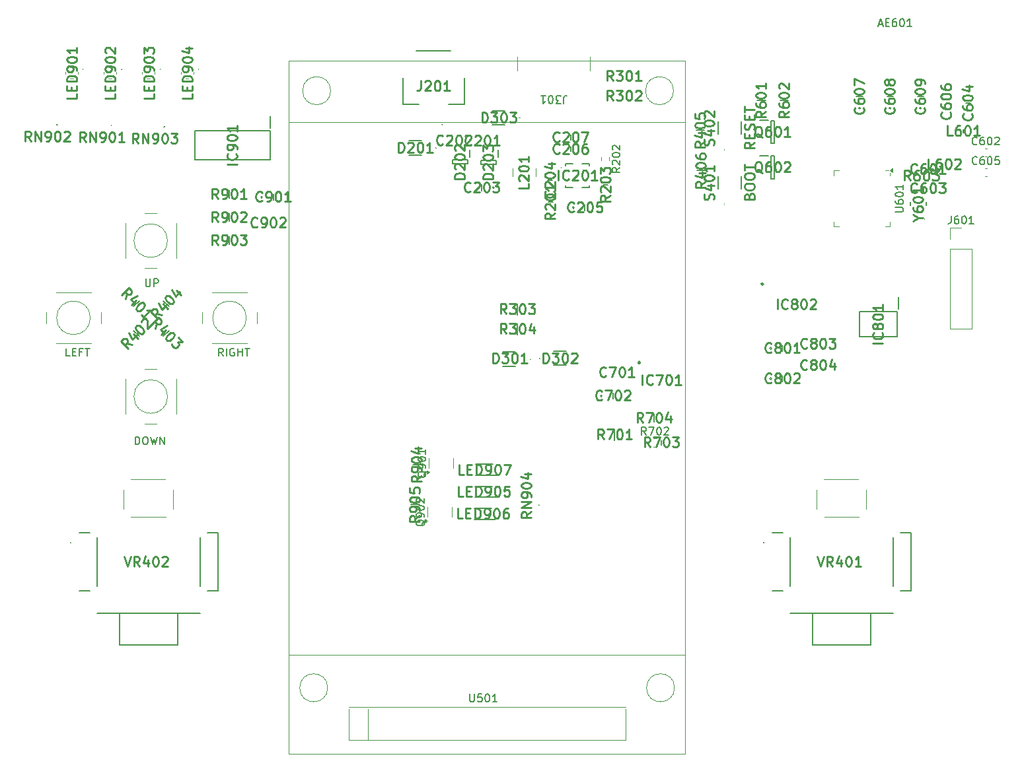
<source format=gto>
G04 #@! TF.GenerationSoftware,KiCad,Pcbnew,9.0.2*
G04 #@! TF.CreationDate,2025-07-06T22:42:39-05:00*
G04 #@! TF.ProjectId,controller,636f6e74-726f-46c6-9c65-722e6b696361,rev?*
G04 #@! TF.SameCoordinates,Original*
G04 #@! TF.FileFunction,Legend,Top*
G04 #@! TF.FilePolarity,Positive*
%FSLAX46Y46*%
G04 Gerber Fmt 4.6, Leading zero omitted, Abs format (unit mm)*
G04 Created by KiCad (PCBNEW 9.0.2) date 2025-07-06 22:42:39*
%MOMM*%
%LPD*%
G01*
G04 APERTURE LIST*
%ADD10C,0.150000*%
%ADD11C,0.254000*%
%ADD12C,0.120000*%
%ADD13C,0.100000*%
%ADD14C,0.200000*%
%ADD15C,0.250000*%
%ADD16C,0.052000*%
G04 APERTURE END LIST*
D10*
X134655714Y-126954819D02*
X134655714Y-127764342D01*
X134655714Y-127764342D02*
X134703333Y-127859580D01*
X134703333Y-127859580D02*
X134750952Y-127907200D01*
X134750952Y-127907200D02*
X134846190Y-127954819D01*
X134846190Y-127954819D02*
X135036666Y-127954819D01*
X135036666Y-127954819D02*
X135131904Y-127907200D01*
X135131904Y-127907200D02*
X135179523Y-127859580D01*
X135179523Y-127859580D02*
X135227142Y-127764342D01*
X135227142Y-127764342D02*
X135227142Y-126954819D01*
X136179523Y-126954819D02*
X135703333Y-126954819D01*
X135703333Y-126954819D02*
X135655714Y-127431009D01*
X135655714Y-127431009D02*
X135703333Y-127383390D01*
X135703333Y-127383390D02*
X135798571Y-127335771D01*
X135798571Y-127335771D02*
X136036666Y-127335771D01*
X136036666Y-127335771D02*
X136131904Y-127383390D01*
X136131904Y-127383390D02*
X136179523Y-127431009D01*
X136179523Y-127431009D02*
X136227142Y-127526247D01*
X136227142Y-127526247D02*
X136227142Y-127764342D01*
X136227142Y-127764342D02*
X136179523Y-127859580D01*
X136179523Y-127859580D02*
X136131904Y-127907200D01*
X136131904Y-127907200D02*
X136036666Y-127954819D01*
X136036666Y-127954819D02*
X135798571Y-127954819D01*
X135798571Y-127954819D02*
X135703333Y-127907200D01*
X135703333Y-127907200D02*
X135655714Y-127859580D01*
X136846190Y-126954819D02*
X136941428Y-126954819D01*
X136941428Y-126954819D02*
X137036666Y-127002438D01*
X137036666Y-127002438D02*
X137084285Y-127050057D01*
X137084285Y-127050057D02*
X137131904Y-127145295D01*
X137131904Y-127145295D02*
X137179523Y-127335771D01*
X137179523Y-127335771D02*
X137179523Y-127573866D01*
X137179523Y-127573866D02*
X137131904Y-127764342D01*
X137131904Y-127764342D02*
X137084285Y-127859580D01*
X137084285Y-127859580D02*
X137036666Y-127907200D01*
X137036666Y-127907200D02*
X136941428Y-127954819D01*
X136941428Y-127954819D02*
X136846190Y-127954819D01*
X136846190Y-127954819D02*
X136750952Y-127907200D01*
X136750952Y-127907200D02*
X136703333Y-127859580D01*
X136703333Y-127859580D02*
X136655714Y-127764342D01*
X136655714Y-127764342D02*
X136608095Y-127573866D01*
X136608095Y-127573866D02*
X136608095Y-127335771D01*
X136608095Y-127335771D02*
X136655714Y-127145295D01*
X136655714Y-127145295D02*
X136703333Y-127050057D01*
X136703333Y-127050057D02*
X136750952Y-127002438D01*
X136750952Y-127002438D02*
X136846190Y-126954819D01*
X138131904Y-127954819D02*
X137560476Y-127954819D01*
X137846190Y-127954819D02*
X137846190Y-126954819D01*
X137846190Y-126954819D02*
X137750952Y-127097676D01*
X137750952Y-127097676D02*
X137655714Y-127192914D01*
X137655714Y-127192914D02*
X137560476Y-127240533D01*
D11*
X142174318Y-61471190D02*
X142174318Y-62075952D01*
X142174318Y-62075952D02*
X140904318Y-62075952D01*
X141025270Y-61108333D02*
X140964794Y-61047857D01*
X140964794Y-61047857D02*
X140904318Y-60926904D01*
X140904318Y-60926904D02*
X140904318Y-60624523D01*
X140904318Y-60624523D02*
X140964794Y-60503571D01*
X140964794Y-60503571D02*
X141025270Y-60443095D01*
X141025270Y-60443095D02*
X141146222Y-60382618D01*
X141146222Y-60382618D02*
X141267175Y-60382618D01*
X141267175Y-60382618D02*
X141448603Y-60443095D01*
X141448603Y-60443095D02*
X142174318Y-61168809D01*
X142174318Y-61168809D02*
X142174318Y-60382618D01*
X140904318Y-59596428D02*
X140904318Y-59475475D01*
X140904318Y-59475475D02*
X140964794Y-59354523D01*
X140964794Y-59354523D02*
X141025270Y-59294047D01*
X141025270Y-59294047D02*
X141146222Y-59233571D01*
X141146222Y-59233571D02*
X141388127Y-59173094D01*
X141388127Y-59173094D02*
X141690508Y-59173094D01*
X141690508Y-59173094D02*
X141932413Y-59233571D01*
X141932413Y-59233571D02*
X142053365Y-59294047D01*
X142053365Y-59294047D02*
X142113842Y-59354523D01*
X142113842Y-59354523D02*
X142174318Y-59475475D01*
X142174318Y-59475475D02*
X142174318Y-59596428D01*
X142174318Y-59596428D02*
X142113842Y-59717380D01*
X142113842Y-59717380D02*
X142053365Y-59777856D01*
X142053365Y-59777856D02*
X141932413Y-59838333D01*
X141932413Y-59838333D02*
X141690508Y-59898809D01*
X141690508Y-59898809D02*
X141388127Y-59898809D01*
X141388127Y-59898809D02*
X141146222Y-59838333D01*
X141146222Y-59838333D02*
X141025270Y-59777856D01*
X141025270Y-59777856D02*
X140964794Y-59717380D01*
X140964794Y-59717380D02*
X140904318Y-59596428D01*
X142174318Y-57963570D02*
X142174318Y-58689285D01*
X142174318Y-58326428D02*
X140904318Y-58326428D01*
X140904318Y-58326428D02*
X141085746Y-58447380D01*
X141085746Y-58447380D02*
X141206699Y-58568332D01*
X141206699Y-58568332D02*
X141267175Y-58689285D01*
X146128809Y-57503365D02*
X146068333Y-57563842D01*
X146068333Y-57563842D02*
X145886904Y-57624318D01*
X145886904Y-57624318D02*
X145765952Y-57624318D01*
X145765952Y-57624318D02*
X145584523Y-57563842D01*
X145584523Y-57563842D02*
X145463571Y-57442889D01*
X145463571Y-57442889D02*
X145403094Y-57321937D01*
X145403094Y-57321937D02*
X145342618Y-57080032D01*
X145342618Y-57080032D02*
X145342618Y-56898603D01*
X145342618Y-56898603D02*
X145403094Y-56656699D01*
X145403094Y-56656699D02*
X145463571Y-56535746D01*
X145463571Y-56535746D02*
X145584523Y-56414794D01*
X145584523Y-56414794D02*
X145765952Y-56354318D01*
X145765952Y-56354318D02*
X145886904Y-56354318D01*
X145886904Y-56354318D02*
X146068333Y-56414794D01*
X146068333Y-56414794D02*
X146128809Y-56475270D01*
X146612618Y-56475270D02*
X146673094Y-56414794D01*
X146673094Y-56414794D02*
X146794047Y-56354318D01*
X146794047Y-56354318D02*
X147096428Y-56354318D01*
X147096428Y-56354318D02*
X147217380Y-56414794D01*
X147217380Y-56414794D02*
X147277856Y-56475270D01*
X147277856Y-56475270D02*
X147338333Y-56596222D01*
X147338333Y-56596222D02*
X147338333Y-56717175D01*
X147338333Y-56717175D02*
X147277856Y-56898603D01*
X147277856Y-56898603D02*
X146552142Y-57624318D01*
X146552142Y-57624318D02*
X147338333Y-57624318D01*
X148124523Y-56354318D02*
X148245476Y-56354318D01*
X148245476Y-56354318D02*
X148366428Y-56414794D01*
X148366428Y-56414794D02*
X148426904Y-56475270D01*
X148426904Y-56475270D02*
X148487380Y-56596222D01*
X148487380Y-56596222D02*
X148547857Y-56838127D01*
X148547857Y-56838127D02*
X148547857Y-57140508D01*
X148547857Y-57140508D02*
X148487380Y-57382413D01*
X148487380Y-57382413D02*
X148426904Y-57503365D01*
X148426904Y-57503365D02*
X148366428Y-57563842D01*
X148366428Y-57563842D02*
X148245476Y-57624318D01*
X148245476Y-57624318D02*
X148124523Y-57624318D01*
X148124523Y-57624318D02*
X148003571Y-57563842D01*
X148003571Y-57563842D02*
X147943095Y-57503365D01*
X147943095Y-57503365D02*
X147882618Y-57382413D01*
X147882618Y-57382413D02*
X147822142Y-57140508D01*
X147822142Y-57140508D02*
X147822142Y-56838127D01*
X147822142Y-56838127D02*
X147882618Y-56596222D01*
X147882618Y-56596222D02*
X147943095Y-56475270D01*
X147943095Y-56475270D02*
X148003571Y-56414794D01*
X148003571Y-56414794D02*
X148124523Y-56354318D01*
X149636428Y-56354318D02*
X149394523Y-56354318D01*
X149394523Y-56354318D02*
X149273571Y-56414794D01*
X149273571Y-56414794D02*
X149213095Y-56475270D01*
X149213095Y-56475270D02*
X149092142Y-56656699D01*
X149092142Y-56656699D02*
X149031666Y-56898603D01*
X149031666Y-56898603D02*
X149031666Y-57382413D01*
X149031666Y-57382413D02*
X149092142Y-57503365D01*
X149092142Y-57503365D02*
X149152619Y-57563842D01*
X149152619Y-57563842D02*
X149273571Y-57624318D01*
X149273571Y-57624318D02*
X149515476Y-57624318D01*
X149515476Y-57624318D02*
X149636428Y-57563842D01*
X149636428Y-57563842D02*
X149696904Y-57503365D01*
X149696904Y-57503365D02*
X149757381Y-57382413D01*
X149757381Y-57382413D02*
X149757381Y-57080032D01*
X149757381Y-57080032D02*
X149696904Y-56959080D01*
X149696904Y-56959080D02*
X149636428Y-56898603D01*
X149636428Y-56898603D02*
X149515476Y-56838127D01*
X149515476Y-56838127D02*
X149273571Y-56838127D01*
X149273571Y-56838127D02*
X149152619Y-56898603D01*
X149152619Y-56898603D02*
X149092142Y-56959080D01*
X149092142Y-56959080D02*
X149031666Y-57080032D01*
X146128809Y-56003365D02*
X146068333Y-56063842D01*
X146068333Y-56063842D02*
X145886904Y-56124318D01*
X145886904Y-56124318D02*
X145765952Y-56124318D01*
X145765952Y-56124318D02*
X145584523Y-56063842D01*
X145584523Y-56063842D02*
X145463571Y-55942889D01*
X145463571Y-55942889D02*
X145403094Y-55821937D01*
X145403094Y-55821937D02*
X145342618Y-55580032D01*
X145342618Y-55580032D02*
X145342618Y-55398603D01*
X145342618Y-55398603D02*
X145403094Y-55156699D01*
X145403094Y-55156699D02*
X145463571Y-55035746D01*
X145463571Y-55035746D02*
X145584523Y-54914794D01*
X145584523Y-54914794D02*
X145765952Y-54854318D01*
X145765952Y-54854318D02*
X145886904Y-54854318D01*
X145886904Y-54854318D02*
X146068333Y-54914794D01*
X146068333Y-54914794D02*
X146128809Y-54975270D01*
X146612618Y-54975270D02*
X146673094Y-54914794D01*
X146673094Y-54914794D02*
X146794047Y-54854318D01*
X146794047Y-54854318D02*
X147096428Y-54854318D01*
X147096428Y-54854318D02*
X147217380Y-54914794D01*
X147217380Y-54914794D02*
X147277856Y-54975270D01*
X147277856Y-54975270D02*
X147338333Y-55096222D01*
X147338333Y-55096222D02*
X147338333Y-55217175D01*
X147338333Y-55217175D02*
X147277856Y-55398603D01*
X147277856Y-55398603D02*
X146552142Y-56124318D01*
X146552142Y-56124318D02*
X147338333Y-56124318D01*
X148124523Y-54854318D02*
X148245476Y-54854318D01*
X148245476Y-54854318D02*
X148366428Y-54914794D01*
X148366428Y-54914794D02*
X148426904Y-54975270D01*
X148426904Y-54975270D02*
X148487380Y-55096222D01*
X148487380Y-55096222D02*
X148547857Y-55338127D01*
X148547857Y-55338127D02*
X148547857Y-55640508D01*
X148547857Y-55640508D02*
X148487380Y-55882413D01*
X148487380Y-55882413D02*
X148426904Y-56003365D01*
X148426904Y-56003365D02*
X148366428Y-56063842D01*
X148366428Y-56063842D02*
X148245476Y-56124318D01*
X148245476Y-56124318D02*
X148124523Y-56124318D01*
X148124523Y-56124318D02*
X148003571Y-56063842D01*
X148003571Y-56063842D02*
X147943095Y-56003365D01*
X147943095Y-56003365D02*
X147882618Y-55882413D01*
X147882618Y-55882413D02*
X147822142Y-55640508D01*
X147822142Y-55640508D02*
X147822142Y-55338127D01*
X147822142Y-55338127D02*
X147882618Y-55096222D01*
X147882618Y-55096222D02*
X147943095Y-54975270D01*
X147943095Y-54975270D02*
X148003571Y-54914794D01*
X148003571Y-54914794D02*
X148124523Y-54854318D01*
X148971190Y-54854318D02*
X149817857Y-54854318D01*
X149817857Y-54854318D02*
X149273571Y-56124318D01*
X185053365Y-51721190D02*
X185113842Y-51781666D01*
X185113842Y-51781666D02*
X185174318Y-51963095D01*
X185174318Y-51963095D02*
X185174318Y-52084047D01*
X185174318Y-52084047D02*
X185113842Y-52265476D01*
X185113842Y-52265476D02*
X184992889Y-52386428D01*
X184992889Y-52386428D02*
X184871937Y-52446905D01*
X184871937Y-52446905D02*
X184630032Y-52507381D01*
X184630032Y-52507381D02*
X184448603Y-52507381D01*
X184448603Y-52507381D02*
X184206699Y-52446905D01*
X184206699Y-52446905D02*
X184085746Y-52386428D01*
X184085746Y-52386428D02*
X183964794Y-52265476D01*
X183964794Y-52265476D02*
X183904318Y-52084047D01*
X183904318Y-52084047D02*
X183904318Y-51963095D01*
X183904318Y-51963095D02*
X183964794Y-51781666D01*
X183964794Y-51781666D02*
X184025270Y-51721190D01*
X183904318Y-50632619D02*
X183904318Y-50874524D01*
X183904318Y-50874524D02*
X183964794Y-50995476D01*
X183964794Y-50995476D02*
X184025270Y-51055952D01*
X184025270Y-51055952D02*
X184206699Y-51176905D01*
X184206699Y-51176905D02*
X184448603Y-51237381D01*
X184448603Y-51237381D02*
X184932413Y-51237381D01*
X184932413Y-51237381D02*
X185053365Y-51176905D01*
X185053365Y-51176905D02*
X185113842Y-51116428D01*
X185113842Y-51116428D02*
X185174318Y-50995476D01*
X185174318Y-50995476D02*
X185174318Y-50753571D01*
X185174318Y-50753571D02*
X185113842Y-50632619D01*
X185113842Y-50632619D02*
X185053365Y-50572143D01*
X185053365Y-50572143D02*
X184932413Y-50511666D01*
X184932413Y-50511666D02*
X184630032Y-50511666D01*
X184630032Y-50511666D02*
X184509080Y-50572143D01*
X184509080Y-50572143D02*
X184448603Y-50632619D01*
X184448603Y-50632619D02*
X184388127Y-50753571D01*
X184388127Y-50753571D02*
X184388127Y-50995476D01*
X184388127Y-50995476D02*
X184448603Y-51116428D01*
X184448603Y-51116428D02*
X184509080Y-51176905D01*
X184509080Y-51176905D02*
X184630032Y-51237381D01*
X183904318Y-49725476D02*
X183904318Y-49604523D01*
X183904318Y-49604523D02*
X183964794Y-49483571D01*
X183964794Y-49483571D02*
X184025270Y-49423095D01*
X184025270Y-49423095D02*
X184146222Y-49362619D01*
X184146222Y-49362619D02*
X184388127Y-49302142D01*
X184388127Y-49302142D02*
X184690508Y-49302142D01*
X184690508Y-49302142D02*
X184932413Y-49362619D01*
X184932413Y-49362619D02*
X185053365Y-49423095D01*
X185053365Y-49423095D02*
X185113842Y-49483571D01*
X185113842Y-49483571D02*
X185174318Y-49604523D01*
X185174318Y-49604523D02*
X185174318Y-49725476D01*
X185174318Y-49725476D02*
X185113842Y-49846428D01*
X185113842Y-49846428D02*
X185053365Y-49906904D01*
X185053365Y-49906904D02*
X184932413Y-49967381D01*
X184932413Y-49967381D02*
X184690508Y-50027857D01*
X184690508Y-50027857D02*
X184388127Y-50027857D01*
X184388127Y-50027857D02*
X184146222Y-49967381D01*
X184146222Y-49967381D02*
X184025270Y-49906904D01*
X184025270Y-49906904D02*
X183964794Y-49846428D01*
X183964794Y-49846428D02*
X183904318Y-49725476D01*
X183904318Y-48878809D02*
X183904318Y-48032142D01*
X183904318Y-48032142D02*
X185174318Y-48576428D01*
X157753809Y-95274318D02*
X157330475Y-94669556D01*
X157028094Y-95274318D02*
X157028094Y-94004318D01*
X157028094Y-94004318D02*
X157511904Y-94004318D01*
X157511904Y-94004318D02*
X157632856Y-94064794D01*
X157632856Y-94064794D02*
X157693333Y-94125270D01*
X157693333Y-94125270D02*
X157753809Y-94246222D01*
X157753809Y-94246222D02*
X157753809Y-94427651D01*
X157753809Y-94427651D02*
X157693333Y-94548603D01*
X157693333Y-94548603D02*
X157632856Y-94609080D01*
X157632856Y-94609080D02*
X157511904Y-94669556D01*
X157511904Y-94669556D02*
X157028094Y-94669556D01*
X158177142Y-94004318D02*
X159023809Y-94004318D01*
X159023809Y-94004318D02*
X158479523Y-95274318D01*
X159749523Y-94004318D02*
X159870476Y-94004318D01*
X159870476Y-94004318D02*
X159991428Y-94064794D01*
X159991428Y-94064794D02*
X160051904Y-94125270D01*
X160051904Y-94125270D02*
X160112380Y-94246222D01*
X160112380Y-94246222D02*
X160172857Y-94488127D01*
X160172857Y-94488127D02*
X160172857Y-94790508D01*
X160172857Y-94790508D02*
X160112380Y-95032413D01*
X160112380Y-95032413D02*
X160051904Y-95153365D01*
X160051904Y-95153365D02*
X159991428Y-95213842D01*
X159991428Y-95213842D02*
X159870476Y-95274318D01*
X159870476Y-95274318D02*
X159749523Y-95274318D01*
X159749523Y-95274318D02*
X159628571Y-95213842D01*
X159628571Y-95213842D02*
X159568095Y-95153365D01*
X159568095Y-95153365D02*
X159507618Y-95032413D01*
X159507618Y-95032413D02*
X159447142Y-94790508D01*
X159447142Y-94790508D02*
X159447142Y-94488127D01*
X159447142Y-94488127D02*
X159507618Y-94246222D01*
X159507618Y-94246222D02*
X159568095Y-94125270D01*
X159568095Y-94125270D02*
X159628571Y-94064794D01*
X159628571Y-94064794D02*
X159749523Y-94004318D01*
X160596190Y-94004318D02*
X161382381Y-94004318D01*
X161382381Y-94004318D02*
X160959047Y-94488127D01*
X160959047Y-94488127D02*
X161140476Y-94488127D01*
X161140476Y-94488127D02*
X161261428Y-94548603D01*
X161261428Y-94548603D02*
X161321904Y-94609080D01*
X161321904Y-94609080D02*
X161382381Y-94730032D01*
X161382381Y-94730032D02*
X161382381Y-95032413D01*
X161382381Y-95032413D02*
X161321904Y-95153365D01*
X161321904Y-95153365D02*
X161261428Y-95213842D01*
X161261428Y-95213842D02*
X161140476Y-95274318D01*
X161140476Y-95274318D02*
X160777619Y-95274318D01*
X160777619Y-95274318D02*
X160656666Y-95213842D01*
X160656666Y-95213842D02*
X160596190Y-95153365D01*
X134728809Y-62453365D02*
X134668333Y-62513842D01*
X134668333Y-62513842D02*
X134486904Y-62574318D01*
X134486904Y-62574318D02*
X134365952Y-62574318D01*
X134365952Y-62574318D02*
X134184523Y-62513842D01*
X134184523Y-62513842D02*
X134063571Y-62392889D01*
X134063571Y-62392889D02*
X134003094Y-62271937D01*
X134003094Y-62271937D02*
X133942618Y-62030032D01*
X133942618Y-62030032D02*
X133942618Y-61848603D01*
X133942618Y-61848603D02*
X134003094Y-61606699D01*
X134003094Y-61606699D02*
X134063571Y-61485746D01*
X134063571Y-61485746D02*
X134184523Y-61364794D01*
X134184523Y-61364794D02*
X134365952Y-61304318D01*
X134365952Y-61304318D02*
X134486904Y-61304318D01*
X134486904Y-61304318D02*
X134668333Y-61364794D01*
X134668333Y-61364794D02*
X134728809Y-61425270D01*
X135212618Y-61425270D02*
X135273094Y-61364794D01*
X135273094Y-61364794D02*
X135394047Y-61304318D01*
X135394047Y-61304318D02*
X135696428Y-61304318D01*
X135696428Y-61304318D02*
X135817380Y-61364794D01*
X135817380Y-61364794D02*
X135877856Y-61425270D01*
X135877856Y-61425270D02*
X135938333Y-61546222D01*
X135938333Y-61546222D02*
X135938333Y-61667175D01*
X135938333Y-61667175D02*
X135877856Y-61848603D01*
X135877856Y-61848603D02*
X135152142Y-62574318D01*
X135152142Y-62574318D02*
X135938333Y-62574318D01*
X136724523Y-61304318D02*
X136845476Y-61304318D01*
X136845476Y-61304318D02*
X136966428Y-61364794D01*
X136966428Y-61364794D02*
X137026904Y-61425270D01*
X137026904Y-61425270D02*
X137087380Y-61546222D01*
X137087380Y-61546222D02*
X137147857Y-61788127D01*
X137147857Y-61788127D02*
X137147857Y-62090508D01*
X137147857Y-62090508D02*
X137087380Y-62332413D01*
X137087380Y-62332413D02*
X137026904Y-62453365D01*
X137026904Y-62453365D02*
X136966428Y-62513842D01*
X136966428Y-62513842D02*
X136845476Y-62574318D01*
X136845476Y-62574318D02*
X136724523Y-62574318D01*
X136724523Y-62574318D02*
X136603571Y-62513842D01*
X136603571Y-62513842D02*
X136543095Y-62453365D01*
X136543095Y-62453365D02*
X136482618Y-62332413D01*
X136482618Y-62332413D02*
X136422142Y-62090508D01*
X136422142Y-62090508D02*
X136422142Y-61788127D01*
X136422142Y-61788127D02*
X136482618Y-61546222D01*
X136482618Y-61546222D02*
X136543095Y-61425270D01*
X136543095Y-61425270D02*
X136603571Y-61364794D01*
X136603571Y-61364794D02*
X136724523Y-61304318D01*
X137571190Y-61304318D02*
X138357381Y-61304318D01*
X138357381Y-61304318D02*
X137934047Y-61788127D01*
X137934047Y-61788127D02*
X138115476Y-61788127D01*
X138115476Y-61788127D02*
X138236428Y-61848603D01*
X138236428Y-61848603D02*
X138296904Y-61909080D01*
X138296904Y-61909080D02*
X138357381Y-62030032D01*
X138357381Y-62030032D02*
X138357381Y-62332413D01*
X138357381Y-62332413D02*
X138296904Y-62453365D01*
X138296904Y-62453365D02*
X138236428Y-62513842D01*
X138236428Y-62513842D02*
X138115476Y-62574318D01*
X138115476Y-62574318D02*
X137752619Y-62574318D01*
X137752619Y-62574318D02*
X137631666Y-62513842D01*
X137631666Y-62513842D02*
X137571190Y-62453365D01*
D10*
X128900057Y-104647619D02*
X128852438Y-104742857D01*
X128852438Y-104742857D02*
X128757200Y-104838095D01*
X128757200Y-104838095D02*
X128614342Y-104980952D01*
X128614342Y-104980952D02*
X128566723Y-105076190D01*
X128566723Y-105076190D02*
X128566723Y-105171428D01*
X128804819Y-105123809D02*
X128757200Y-105219047D01*
X128757200Y-105219047D02*
X128661961Y-105314285D01*
X128661961Y-105314285D02*
X128471485Y-105361904D01*
X128471485Y-105361904D02*
X128138152Y-105361904D01*
X128138152Y-105361904D02*
X127947676Y-105314285D01*
X127947676Y-105314285D02*
X127852438Y-105219047D01*
X127852438Y-105219047D02*
X127804819Y-105123809D01*
X127804819Y-105123809D02*
X127804819Y-104933333D01*
X127804819Y-104933333D02*
X127852438Y-104838095D01*
X127852438Y-104838095D02*
X127947676Y-104742857D01*
X127947676Y-104742857D02*
X128138152Y-104695238D01*
X128138152Y-104695238D02*
X128471485Y-104695238D01*
X128471485Y-104695238D02*
X128661961Y-104742857D01*
X128661961Y-104742857D02*
X128757200Y-104838095D01*
X128757200Y-104838095D02*
X128804819Y-104933333D01*
X128804819Y-104933333D02*
X128804819Y-105123809D01*
X128804819Y-104219047D02*
X128804819Y-104028571D01*
X128804819Y-104028571D02*
X128757200Y-103933333D01*
X128757200Y-103933333D02*
X128709580Y-103885714D01*
X128709580Y-103885714D02*
X128566723Y-103790476D01*
X128566723Y-103790476D02*
X128376247Y-103742857D01*
X128376247Y-103742857D02*
X127995295Y-103742857D01*
X127995295Y-103742857D02*
X127900057Y-103790476D01*
X127900057Y-103790476D02*
X127852438Y-103838095D01*
X127852438Y-103838095D02*
X127804819Y-103933333D01*
X127804819Y-103933333D02*
X127804819Y-104123809D01*
X127804819Y-104123809D02*
X127852438Y-104219047D01*
X127852438Y-104219047D02*
X127900057Y-104266666D01*
X127900057Y-104266666D02*
X127995295Y-104314285D01*
X127995295Y-104314285D02*
X128233390Y-104314285D01*
X128233390Y-104314285D02*
X128328628Y-104266666D01*
X128328628Y-104266666D02*
X128376247Y-104219047D01*
X128376247Y-104219047D02*
X128423866Y-104123809D01*
X128423866Y-104123809D02*
X128423866Y-103933333D01*
X128423866Y-103933333D02*
X128376247Y-103838095D01*
X128376247Y-103838095D02*
X128328628Y-103790476D01*
X128328628Y-103790476D02*
X128233390Y-103742857D01*
X127804819Y-103123809D02*
X127804819Y-103028571D01*
X127804819Y-103028571D02*
X127852438Y-102933333D01*
X127852438Y-102933333D02*
X127900057Y-102885714D01*
X127900057Y-102885714D02*
X127995295Y-102838095D01*
X127995295Y-102838095D02*
X128185771Y-102790476D01*
X128185771Y-102790476D02*
X128423866Y-102790476D01*
X128423866Y-102790476D02*
X128614342Y-102838095D01*
X128614342Y-102838095D02*
X128709580Y-102885714D01*
X128709580Y-102885714D02*
X128757200Y-102933333D01*
X128757200Y-102933333D02*
X128804819Y-103028571D01*
X128804819Y-103028571D02*
X128804819Y-103123809D01*
X128804819Y-103123809D02*
X128757200Y-103219047D01*
X128757200Y-103219047D02*
X128709580Y-103266666D01*
X128709580Y-103266666D02*
X128614342Y-103314285D01*
X128614342Y-103314285D02*
X128423866Y-103361904D01*
X128423866Y-103361904D02*
X128185771Y-103361904D01*
X128185771Y-103361904D02*
X127995295Y-103314285D01*
X127995295Y-103314285D02*
X127900057Y-103266666D01*
X127900057Y-103266666D02*
X127852438Y-103219047D01*
X127852438Y-103219047D02*
X127804819Y-103123809D01*
X127900057Y-102409523D02*
X127852438Y-102361904D01*
X127852438Y-102361904D02*
X127804819Y-102266666D01*
X127804819Y-102266666D02*
X127804819Y-102028571D01*
X127804819Y-102028571D02*
X127852438Y-101933333D01*
X127852438Y-101933333D02*
X127900057Y-101885714D01*
X127900057Y-101885714D02*
X127995295Y-101838095D01*
X127995295Y-101838095D02*
X128090533Y-101838095D01*
X128090533Y-101838095D02*
X128233390Y-101885714D01*
X128233390Y-101885714D02*
X128804819Y-102457142D01*
X128804819Y-102457142D02*
X128804819Y-101838095D01*
D11*
X175524318Y-52221190D02*
X174919556Y-52644524D01*
X175524318Y-52946905D02*
X174254318Y-52946905D01*
X174254318Y-52946905D02*
X174254318Y-52463095D01*
X174254318Y-52463095D02*
X174314794Y-52342143D01*
X174314794Y-52342143D02*
X174375270Y-52281666D01*
X174375270Y-52281666D02*
X174496222Y-52221190D01*
X174496222Y-52221190D02*
X174677651Y-52221190D01*
X174677651Y-52221190D02*
X174798603Y-52281666D01*
X174798603Y-52281666D02*
X174859080Y-52342143D01*
X174859080Y-52342143D02*
X174919556Y-52463095D01*
X174919556Y-52463095D02*
X174919556Y-52946905D01*
X174254318Y-51132619D02*
X174254318Y-51374524D01*
X174254318Y-51374524D02*
X174314794Y-51495476D01*
X174314794Y-51495476D02*
X174375270Y-51555952D01*
X174375270Y-51555952D02*
X174556699Y-51676905D01*
X174556699Y-51676905D02*
X174798603Y-51737381D01*
X174798603Y-51737381D02*
X175282413Y-51737381D01*
X175282413Y-51737381D02*
X175403365Y-51676905D01*
X175403365Y-51676905D02*
X175463842Y-51616428D01*
X175463842Y-51616428D02*
X175524318Y-51495476D01*
X175524318Y-51495476D02*
X175524318Y-51253571D01*
X175524318Y-51253571D02*
X175463842Y-51132619D01*
X175463842Y-51132619D02*
X175403365Y-51072143D01*
X175403365Y-51072143D02*
X175282413Y-51011666D01*
X175282413Y-51011666D02*
X174980032Y-51011666D01*
X174980032Y-51011666D02*
X174859080Y-51072143D01*
X174859080Y-51072143D02*
X174798603Y-51132619D01*
X174798603Y-51132619D02*
X174738127Y-51253571D01*
X174738127Y-51253571D02*
X174738127Y-51495476D01*
X174738127Y-51495476D02*
X174798603Y-51616428D01*
X174798603Y-51616428D02*
X174859080Y-51676905D01*
X174859080Y-51676905D02*
X174980032Y-51737381D01*
X174254318Y-50225476D02*
X174254318Y-50104523D01*
X174254318Y-50104523D02*
X174314794Y-49983571D01*
X174314794Y-49983571D02*
X174375270Y-49923095D01*
X174375270Y-49923095D02*
X174496222Y-49862619D01*
X174496222Y-49862619D02*
X174738127Y-49802142D01*
X174738127Y-49802142D02*
X175040508Y-49802142D01*
X175040508Y-49802142D02*
X175282413Y-49862619D01*
X175282413Y-49862619D02*
X175403365Y-49923095D01*
X175403365Y-49923095D02*
X175463842Y-49983571D01*
X175463842Y-49983571D02*
X175524318Y-50104523D01*
X175524318Y-50104523D02*
X175524318Y-50225476D01*
X175524318Y-50225476D02*
X175463842Y-50346428D01*
X175463842Y-50346428D02*
X175403365Y-50406904D01*
X175403365Y-50406904D02*
X175282413Y-50467381D01*
X175282413Y-50467381D02*
X175040508Y-50527857D01*
X175040508Y-50527857D02*
X174738127Y-50527857D01*
X174738127Y-50527857D02*
X174496222Y-50467381D01*
X174496222Y-50467381D02*
X174375270Y-50406904D01*
X174375270Y-50406904D02*
X174314794Y-50346428D01*
X174314794Y-50346428D02*
X174254318Y-50225476D01*
X174375270Y-49318333D02*
X174314794Y-49257857D01*
X174314794Y-49257857D02*
X174254318Y-49136904D01*
X174254318Y-49136904D02*
X174254318Y-48834523D01*
X174254318Y-48834523D02*
X174314794Y-48713571D01*
X174314794Y-48713571D02*
X174375270Y-48653095D01*
X174375270Y-48653095D02*
X174496222Y-48592618D01*
X174496222Y-48592618D02*
X174617175Y-48592618D01*
X174617175Y-48592618D02*
X174798603Y-48653095D01*
X174798603Y-48653095D02*
X175524318Y-49378809D01*
X175524318Y-49378809D02*
X175524318Y-48592618D01*
D10*
X129087557Y-98397619D02*
X129039938Y-98492857D01*
X129039938Y-98492857D02*
X128944700Y-98588095D01*
X128944700Y-98588095D02*
X128801842Y-98730952D01*
X128801842Y-98730952D02*
X128754223Y-98826190D01*
X128754223Y-98826190D02*
X128754223Y-98921428D01*
X128992319Y-98873809D02*
X128944700Y-98969047D01*
X128944700Y-98969047D02*
X128849461Y-99064285D01*
X128849461Y-99064285D02*
X128658985Y-99111904D01*
X128658985Y-99111904D02*
X128325652Y-99111904D01*
X128325652Y-99111904D02*
X128135176Y-99064285D01*
X128135176Y-99064285D02*
X128039938Y-98969047D01*
X128039938Y-98969047D02*
X127992319Y-98873809D01*
X127992319Y-98873809D02*
X127992319Y-98683333D01*
X127992319Y-98683333D02*
X128039938Y-98588095D01*
X128039938Y-98588095D02*
X128135176Y-98492857D01*
X128135176Y-98492857D02*
X128325652Y-98445238D01*
X128325652Y-98445238D02*
X128658985Y-98445238D01*
X128658985Y-98445238D02*
X128849461Y-98492857D01*
X128849461Y-98492857D02*
X128944700Y-98588095D01*
X128944700Y-98588095D02*
X128992319Y-98683333D01*
X128992319Y-98683333D02*
X128992319Y-98873809D01*
X128992319Y-97969047D02*
X128992319Y-97778571D01*
X128992319Y-97778571D02*
X128944700Y-97683333D01*
X128944700Y-97683333D02*
X128897080Y-97635714D01*
X128897080Y-97635714D02*
X128754223Y-97540476D01*
X128754223Y-97540476D02*
X128563747Y-97492857D01*
X128563747Y-97492857D02*
X128182795Y-97492857D01*
X128182795Y-97492857D02*
X128087557Y-97540476D01*
X128087557Y-97540476D02*
X128039938Y-97588095D01*
X128039938Y-97588095D02*
X127992319Y-97683333D01*
X127992319Y-97683333D02*
X127992319Y-97873809D01*
X127992319Y-97873809D02*
X128039938Y-97969047D01*
X128039938Y-97969047D02*
X128087557Y-98016666D01*
X128087557Y-98016666D02*
X128182795Y-98064285D01*
X128182795Y-98064285D02*
X128420890Y-98064285D01*
X128420890Y-98064285D02*
X128516128Y-98016666D01*
X128516128Y-98016666D02*
X128563747Y-97969047D01*
X128563747Y-97969047D02*
X128611366Y-97873809D01*
X128611366Y-97873809D02*
X128611366Y-97683333D01*
X128611366Y-97683333D02*
X128563747Y-97588095D01*
X128563747Y-97588095D02*
X128516128Y-97540476D01*
X128516128Y-97540476D02*
X128420890Y-97492857D01*
X127992319Y-96873809D02*
X127992319Y-96778571D01*
X127992319Y-96778571D02*
X128039938Y-96683333D01*
X128039938Y-96683333D02*
X128087557Y-96635714D01*
X128087557Y-96635714D02*
X128182795Y-96588095D01*
X128182795Y-96588095D02*
X128373271Y-96540476D01*
X128373271Y-96540476D02*
X128611366Y-96540476D01*
X128611366Y-96540476D02*
X128801842Y-96588095D01*
X128801842Y-96588095D02*
X128897080Y-96635714D01*
X128897080Y-96635714D02*
X128944700Y-96683333D01*
X128944700Y-96683333D02*
X128992319Y-96778571D01*
X128992319Y-96778571D02*
X128992319Y-96873809D01*
X128992319Y-96873809D02*
X128944700Y-96969047D01*
X128944700Y-96969047D02*
X128897080Y-97016666D01*
X128897080Y-97016666D02*
X128801842Y-97064285D01*
X128801842Y-97064285D02*
X128611366Y-97111904D01*
X128611366Y-97111904D02*
X128373271Y-97111904D01*
X128373271Y-97111904D02*
X128182795Y-97064285D01*
X128182795Y-97064285D02*
X128087557Y-97016666D01*
X128087557Y-97016666D02*
X128039938Y-96969047D01*
X128039938Y-96969047D02*
X127992319Y-96873809D01*
X128992319Y-95588095D02*
X128992319Y-96159523D01*
X128992319Y-95873809D02*
X127992319Y-95873809D01*
X127992319Y-95873809D02*
X128135176Y-95969047D01*
X128135176Y-95969047D02*
X128230414Y-96064285D01*
X128230414Y-96064285D02*
X128278033Y-96159523D01*
D11*
X128424318Y-98971190D02*
X127819556Y-99394524D01*
X128424318Y-99696905D02*
X127154318Y-99696905D01*
X127154318Y-99696905D02*
X127154318Y-99213095D01*
X127154318Y-99213095D02*
X127214794Y-99092143D01*
X127214794Y-99092143D02*
X127275270Y-99031666D01*
X127275270Y-99031666D02*
X127396222Y-98971190D01*
X127396222Y-98971190D02*
X127577651Y-98971190D01*
X127577651Y-98971190D02*
X127698603Y-99031666D01*
X127698603Y-99031666D02*
X127759080Y-99092143D01*
X127759080Y-99092143D02*
X127819556Y-99213095D01*
X127819556Y-99213095D02*
X127819556Y-99696905D01*
X128424318Y-98366428D02*
X128424318Y-98124524D01*
X128424318Y-98124524D02*
X128363842Y-98003571D01*
X128363842Y-98003571D02*
X128303365Y-97943095D01*
X128303365Y-97943095D02*
X128121937Y-97822143D01*
X128121937Y-97822143D02*
X127880032Y-97761666D01*
X127880032Y-97761666D02*
X127396222Y-97761666D01*
X127396222Y-97761666D02*
X127275270Y-97822143D01*
X127275270Y-97822143D02*
X127214794Y-97882619D01*
X127214794Y-97882619D02*
X127154318Y-98003571D01*
X127154318Y-98003571D02*
X127154318Y-98245476D01*
X127154318Y-98245476D02*
X127214794Y-98366428D01*
X127214794Y-98366428D02*
X127275270Y-98426905D01*
X127275270Y-98426905D02*
X127396222Y-98487381D01*
X127396222Y-98487381D02*
X127698603Y-98487381D01*
X127698603Y-98487381D02*
X127819556Y-98426905D01*
X127819556Y-98426905D02*
X127880032Y-98366428D01*
X127880032Y-98366428D02*
X127940508Y-98245476D01*
X127940508Y-98245476D02*
X127940508Y-98003571D01*
X127940508Y-98003571D02*
X127880032Y-97882619D01*
X127880032Y-97882619D02*
X127819556Y-97822143D01*
X127819556Y-97822143D02*
X127698603Y-97761666D01*
X127154318Y-96975476D02*
X127154318Y-96854523D01*
X127154318Y-96854523D02*
X127214794Y-96733571D01*
X127214794Y-96733571D02*
X127275270Y-96673095D01*
X127275270Y-96673095D02*
X127396222Y-96612619D01*
X127396222Y-96612619D02*
X127638127Y-96552142D01*
X127638127Y-96552142D02*
X127940508Y-96552142D01*
X127940508Y-96552142D02*
X128182413Y-96612619D01*
X128182413Y-96612619D02*
X128303365Y-96673095D01*
X128303365Y-96673095D02*
X128363842Y-96733571D01*
X128363842Y-96733571D02*
X128424318Y-96854523D01*
X128424318Y-96854523D02*
X128424318Y-96975476D01*
X128424318Y-96975476D02*
X128363842Y-97096428D01*
X128363842Y-97096428D02*
X128303365Y-97156904D01*
X128303365Y-97156904D02*
X128182413Y-97217381D01*
X128182413Y-97217381D02*
X127940508Y-97277857D01*
X127940508Y-97277857D02*
X127638127Y-97277857D01*
X127638127Y-97277857D02*
X127396222Y-97217381D01*
X127396222Y-97217381D02*
X127275270Y-97156904D01*
X127275270Y-97156904D02*
X127214794Y-97096428D01*
X127214794Y-97096428D02*
X127154318Y-96975476D01*
X127577651Y-95463571D02*
X128424318Y-95463571D01*
X127093842Y-95765952D02*
X128000984Y-96068333D01*
X128000984Y-96068333D02*
X128000984Y-95282142D01*
D10*
X103016666Y-83604819D02*
X102683333Y-83128628D01*
X102445238Y-83604819D02*
X102445238Y-82604819D01*
X102445238Y-82604819D02*
X102826190Y-82604819D01*
X102826190Y-82604819D02*
X102921428Y-82652438D01*
X102921428Y-82652438D02*
X102969047Y-82700057D01*
X102969047Y-82700057D02*
X103016666Y-82795295D01*
X103016666Y-82795295D02*
X103016666Y-82938152D01*
X103016666Y-82938152D02*
X102969047Y-83033390D01*
X102969047Y-83033390D02*
X102921428Y-83081009D01*
X102921428Y-83081009D02*
X102826190Y-83128628D01*
X102826190Y-83128628D02*
X102445238Y-83128628D01*
X103445238Y-83604819D02*
X103445238Y-82604819D01*
X104445237Y-82652438D02*
X104349999Y-82604819D01*
X104349999Y-82604819D02*
X104207142Y-82604819D01*
X104207142Y-82604819D02*
X104064285Y-82652438D01*
X104064285Y-82652438D02*
X103969047Y-82747676D01*
X103969047Y-82747676D02*
X103921428Y-82842914D01*
X103921428Y-82842914D02*
X103873809Y-83033390D01*
X103873809Y-83033390D02*
X103873809Y-83176247D01*
X103873809Y-83176247D02*
X103921428Y-83366723D01*
X103921428Y-83366723D02*
X103969047Y-83461961D01*
X103969047Y-83461961D02*
X104064285Y-83557200D01*
X104064285Y-83557200D02*
X104207142Y-83604819D01*
X104207142Y-83604819D02*
X104302380Y-83604819D01*
X104302380Y-83604819D02*
X104445237Y-83557200D01*
X104445237Y-83557200D02*
X104492856Y-83509580D01*
X104492856Y-83509580D02*
X104492856Y-83176247D01*
X104492856Y-83176247D02*
X104302380Y-83176247D01*
X104921428Y-83604819D02*
X104921428Y-82604819D01*
X104921428Y-83081009D02*
X105492856Y-83081009D01*
X105492856Y-83604819D02*
X105492856Y-82604819D01*
X105826190Y-82604819D02*
X106397618Y-82604819D01*
X106111904Y-83604819D02*
X106111904Y-82604819D01*
D11*
X90529774Y-76282794D02*
X90658063Y-75555821D01*
X90016616Y-75769637D02*
X90914642Y-74871611D01*
X90914642Y-74871611D02*
X91256747Y-75213716D01*
X91256747Y-75213716D02*
X91299510Y-75342005D01*
X91299510Y-75342005D02*
X91299510Y-75427532D01*
X91299510Y-75427532D02*
X91256747Y-75555821D01*
X91256747Y-75555821D02*
X91128457Y-75684110D01*
X91128457Y-75684110D02*
X91000168Y-75726874D01*
X91000168Y-75726874D02*
X90914642Y-75726874D01*
X90914642Y-75726874D02*
X90786352Y-75684110D01*
X90786352Y-75684110D02*
X90444247Y-75342005D01*
X91898194Y-76453847D02*
X91299510Y-77052530D01*
X92026483Y-75897926D02*
X91171220Y-76325557D01*
X91171220Y-76325557D02*
X91727141Y-76881478D01*
X92838982Y-76795952D02*
X92924509Y-76881478D01*
X92924509Y-76881478D02*
X92967272Y-77009767D01*
X92967272Y-77009767D02*
X92967272Y-77095294D01*
X92967272Y-77095294D02*
X92924509Y-77223583D01*
X92924509Y-77223583D02*
X92796219Y-77437399D01*
X92796219Y-77437399D02*
X92582404Y-77651214D01*
X92582404Y-77651214D02*
X92368588Y-77779504D01*
X92368588Y-77779504D02*
X92240299Y-77822267D01*
X92240299Y-77822267D02*
X92154772Y-77822267D01*
X92154772Y-77822267D02*
X92026483Y-77779504D01*
X92026483Y-77779504D02*
X91940957Y-77693977D01*
X91940957Y-77693977D02*
X91898194Y-77565688D01*
X91898194Y-77565688D02*
X91898194Y-77480162D01*
X91898194Y-77480162D02*
X91940957Y-77351872D01*
X91940957Y-77351872D02*
X92069246Y-77138057D01*
X92069246Y-77138057D02*
X92283062Y-76924241D01*
X92283062Y-76924241D02*
X92496877Y-76795952D01*
X92496877Y-76795952D02*
X92625167Y-76753189D01*
X92625167Y-76753189D02*
X92710693Y-76753189D01*
X92710693Y-76753189D02*
X92838982Y-76795952D01*
X93095561Y-78848582D02*
X92582404Y-78335424D01*
X92838983Y-78592003D02*
X93737008Y-77693978D01*
X93737008Y-77693978D02*
X93523193Y-77736741D01*
X93523193Y-77736741D02*
X93352140Y-77736741D01*
X93352140Y-77736741D02*
X93223851Y-77693978D01*
X144053094Y-84474318D02*
X144053094Y-83204318D01*
X144053094Y-83204318D02*
X144355475Y-83204318D01*
X144355475Y-83204318D02*
X144536904Y-83264794D01*
X144536904Y-83264794D02*
X144657856Y-83385746D01*
X144657856Y-83385746D02*
X144718333Y-83506699D01*
X144718333Y-83506699D02*
X144778809Y-83748603D01*
X144778809Y-83748603D02*
X144778809Y-83930032D01*
X144778809Y-83930032D02*
X144718333Y-84171937D01*
X144718333Y-84171937D02*
X144657856Y-84292889D01*
X144657856Y-84292889D02*
X144536904Y-84413842D01*
X144536904Y-84413842D02*
X144355475Y-84474318D01*
X144355475Y-84474318D02*
X144053094Y-84474318D01*
X145202142Y-83204318D02*
X145988333Y-83204318D01*
X145988333Y-83204318D02*
X145564999Y-83688127D01*
X145564999Y-83688127D02*
X145746428Y-83688127D01*
X145746428Y-83688127D02*
X145867380Y-83748603D01*
X145867380Y-83748603D02*
X145927856Y-83809080D01*
X145927856Y-83809080D02*
X145988333Y-83930032D01*
X145988333Y-83930032D02*
X145988333Y-84232413D01*
X145988333Y-84232413D02*
X145927856Y-84353365D01*
X145927856Y-84353365D02*
X145867380Y-84413842D01*
X145867380Y-84413842D02*
X145746428Y-84474318D01*
X145746428Y-84474318D02*
X145383571Y-84474318D01*
X145383571Y-84474318D02*
X145262618Y-84413842D01*
X145262618Y-84413842D02*
X145202142Y-84353365D01*
X146774523Y-83204318D02*
X146895476Y-83204318D01*
X146895476Y-83204318D02*
X147016428Y-83264794D01*
X147016428Y-83264794D02*
X147076904Y-83325270D01*
X147076904Y-83325270D02*
X147137380Y-83446222D01*
X147137380Y-83446222D02*
X147197857Y-83688127D01*
X147197857Y-83688127D02*
X147197857Y-83990508D01*
X147197857Y-83990508D02*
X147137380Y-84232413D01*
X147137380Y-84232413D02*
X147076904Y-84353365D01*
X147076904Y-84353365D02*
X147016428Y-84413842D01*
X147016428Y-84413842D02*
X146895476Y-84474318D01*
X146895476Y-84474318D02*
X146774523Y-84474318D01*
X146774523Y-84474318D02*
X146653571Y-84413842D01*
X146653571Y-84413842D02*
X146593095Y-84353365D01*
X146593095Y-84353365D02*
X146532618Y-84232413D01*
X146532618Y-84232413D02*
X146472142Y-83990508D01*
X146472142Y-83990508D02*
X146472142Y-83688127D01*
X146472142Y-83688127D02*
X146532618Y-83446222D01*
X146532618Y-83446222D02*
X146593095Y-83325270D01*
X146593095Y-83325270D02*
X146653571Y-83264794D01*
X146653571Y-83264794D02*
X146774523Y-83204318D01*
X147681666Y-83325270D02*
X147742142Y-83264794D01*
X147742142Y-83264794D02*
X147863095Y-83204318D01*
X147863095Y-83204318D02*
X148165476Y-83204318D01*
X148165476Y-83204318D02*
X148286428Y-83264794D01*
X148286428Y-83264794D02*
X148346904Y-83325270D01*
X148346904Y-83325270D02*
X148407381Y-83446222D01*
X148407381Y-83446222D02*
X148407381Y-83567175D01*
X148407381Y-83567175D02*
X148346904Y-83748603D01*
X148346904Y-83748603D02*
X147621190Y-84474318D01*
X147621190Y-84474318D02*
X148407381Y-84474318D01*
X92163571Y-56299318D02*
X91740237Y-55694556D01*
X91437856Y-56299318D02*
X91437856Y-55029318D01*
X91437856Y-55029318D02*
X91921666Y-55029318D01*
X91921666Y-55029318D02*
X92042618Y-55089794D01*
X92042618Y-55089794D02*
X92103095Y-55150270D01*
X92103095Y-55150270D02*
X92163571Y-55271222D01*
X92163571Y-55271222D02*
X92163571Y-55452651D01*
X92163571Y-55452651D02*
X92103095Y-55573603D01*
X92103095Y-55573603D02*
X92042618Y-55634080D01*
X92042618Y-55634080D02*
X91921666Y-55694556D01*
X91921666Y-55694556D02*
X91437856Y-55694556D01*
X92707856Y-56299318D02*
X92707856Y-55029318D01*
X92707856Y-55029318D02*
X93433571Y-56299318D01*
X93433571Y-56299318D02*
X93433571Y-55029318D01*
X94098809Y-56299318D02*
X94340713Y-56299318D01*
X94340713Y-56299318D02*
X94461666Y-56238842D01*
X94461666Y-56238842D02*
X94522142Y-56178365D01*
X94522142Y-56178365D02*
X94643094Y-55996937D01*
X94643094Y-55996937D02*
X94703571Y-55755032D01*
X94703571Y-55755032D02*
X94703571Y-55271222D01*
X94703571Y-55271222D02*
X94643094Y-55150270D01*
X94643094Y-55150270D02*
X94582618Y-55089794D01*
X94582618Y-55089794D02*
X94461666Y-55029318D01*
X94461666Y-55029318D02*
X94219761Y-55029318D01*
X94219761Y-55029318D02*
X94098809Y-55089794D01*
X94098809Y-55089794D02*
X94038332Y-55150270D01*
X94038332Y-55150270D02*
X93977856Y-55271222D01*
X93977856Y-55271222D02*
X93977856Y-55573603D01*
X93977856Y-55573603D02*
X94038332Y-55694556D01*
X94038332Y-55694556D02*
X94098809Y-55755032D01*
X94098809Y-55755032D02*
X94219761Y-55815508D01*
X94219761Y-55815508D02*
X94461666Y-55815508D01*
X94461666Y-55815508D02*
X94582618Y-55755032D01*
X94582618Y-55755032D02*
X94643094Y-55694556D01*
X94643094Y-55694556D02*
X94703571Y-55573603D01*
X95489761Y-55029318D02*
X95610714Y-55029318D01*
X95610714Y-55029318D02*
X95731666Y-55089794D01*
X95731666Y-55089794D02*
X95792142Y-55150270D01*
X95792142Y-55150270D02*
X95852618Y-55271222D01*
X95852618Y-55271222D02*
X95913095Y-55513127D01*
X95913095Y-55513127D02*
X95913095Y-55815508D01*
X95913095Y-55815508D02*
X95852618Y-56057413D01*
X95852618Y-56057413D02*
X95792142Y-56178365D01*
X95792142Y-56178365D02*
X95731666Y-56238842D01*
X95731666Y-56238842D02*
X95610714Y-56299318D01*
X95610714Y-56299318D02*
X95489761Y-56299318D01*
X95489761Y-56299318D02*
X95368809Y-56238842D01*
X95368809Y-56238842D02*
X95308333Y-56178365D01*
X95308333Y-56178365D02*
X95247856Y-56057413D01*
X95247856Y-56057413D02*
X95187380Y-55815508D01*
X95187380Y-55815508D02*
X95187380Y-55513127D01*
X95187380Y-55513127D02*
X95247856Y-55271222D01*
X95247856Y-55271222D02*
X95308333Y-55150270D01*
X95308333Y-55150270D02*
X95368809Y-55089794D01*
X95368809Y-55089794D02*
X95489761Y-55029318D01*
X96336428Y-55029318D02*
X97122619Y-55029318D01*
X97122619Y-55029318D02*
X96699285Y-55513127D01*
X96699285Y-55513127D02*
X96880714Y-55513127D01*
X96880714Y-55513127D02*
X97001666Y-55573603D01*
X97001666Y-55573603D02*
X97062142Y-55634080D01*
X97062142Y-55634080D02*
X97122619Y-55755032D01*
X97122619Y-55755032D02*
X97122619Y-56057413D01*
X97122619Y-56057413D02*
X97062142Y-56178365D01*
X97062142Y-56178365D02*
X97001666Y-56238842D01*
X97001666Y-56238842D02*
X96880714Y-56299318D01*
X96880714Y-56299318D02*
X96517857Y-56299318D01*
X96517857Y-56299318D02*
X96396904Y-56238842D01*
X96396904Y-56238842D02*
X96336428Y-56178365D01*
D10*
X157255952Y-93724819D02*
X156922619Y-93248628D01*
X156684524Y-93724819D02*
X156684524Y-92724819D01*
X156684524Y-92724819D02*
X157065476Y-92724819D01*
X157065476Y-92724819D02*
X157160714Y-92772438D01*
X157160714Y-92772438D02*
X157208333Y-92820057D01*
X157208333Y-92820057D02*
X157255952Y-92915295D01*
X157255952Y-92915295D02*
X157255952Y-93058152D01*
X157255952Y-93058152D02*
X157208333Y-93153390D01*
X157208333Y-93153390D02*
X157160714Y-93201009D01*
X157160714Y-93201009D02*
X157065476Y-93248628D01*
X157065476Y-93248628D02*
X156684524Y-93248628D01*
X157589286Y-92724819D02*
X158255952Y-92724819D01*
X158255952Y-92724819D02*
X157827381Y-93724819D01*
X158827381Y-92724819D02*
X158922619Y-92724819D01*
X158922619Y-92724819D02*
X159017857Y-92772438D01*
X159017857Y-92772438D02*
X159065476Y-92820057D01*
X159065476Y-92820057D02*
X159113095Y-92915295D01*
X159113095Y-92915295D02*
X159160714Y-93105771D01*
X159160714Y-93105771D02*
X159160714Y-93343866D01*
X159160714Y-93343866D02*
X159113095Y-93534342D01*
X159113095Y-93534342D02*
X159065476Y-93629580D01*
X159065476Y-93629580D02*
X159017857Y-93677200D01*
X159017857Y-93677200D02*
X158922619Y-93724819D01*
X158922619Y-93724819D02*
X158827381Y-93724819D01*
X158827381Y-93724819D02*
X158732143Y-93677200D01*
X158732143Y-93677200D02*
X158684524Y-93629580D01*
X158684524Y-93629580D02*
X158636905Y-93534342D01*
X158636905Y-93534342D02*
X158589286Y-93343866D01*
X158589286Y-93343866D02*
X158589286Y-93105771D01*
X158589286Y-93105771D02*
X158636905Y-92915295D01*
X158636905Y-92915295D02*
X158684524Y-92820057D01*
X158684524Y-92820057D02*
X158732143Y-92772438D01*
X158732143Y-92772438D02*
X158827381Y-92724819D01*
X159541667Y-92820057D02*
X159589286Y-92772438D01*
X159589286Y-92772438D02*
X159684524Y-92724819D01*
X159684524Y-92724819D02*
X159922619Y-92724819D01*
X159922619Y-92724819D02*
X160017857Y-92772438D01*
X160017857Y-92772438D02*
X160065476Y-92820057D01*
X160065476Y-92820057D02*
X160113095Y-92915295D01*
X160113095Y-92915295D02*
X160113095Y-93010533D01*
X160113095Y-93010533D02*
X160065476Y-93153390D01*
X160065476Y-93153390D02*
X159494048Y-93724819D01*
X159494048Y-93724819D02*
X160113095Y-93724819D01*
D11*
X156828809Y-92124318D02*
X156405475Y-91519556D01*
X156103094Y-92124318D02*
X156103094Y-90854318D01*
X156103094Y-90854318D02*
X156586904Y-90854318D01*
X156586904Y-90854318D02*
X156707856Y-90914794D01*
X156707856Y-90914794D02*
X156768333Y-90975270D01*
X156768333Y-90975270D02*
X156828809Y-91096222D01*
X156828809Y-91096222D02*
X156828809Y-91277651D01*
X156828809Y-91277651D02*
X156768333Y-91398603D01*
X156768333Y-91398603D02*
X156707856Y-91459080D01*
X156707856Y-91459080D02*
X156586904Y-91519556D01*
X156586904Y-91519556D02*
X156103094Y-91519556D01*
X157252142Y-90854318D02*
X158098809Y-90854318D01*
X158098809Y-90854318D02*
X157554523Y-92124318D01*
X158824523Y-90854318D02*
X158945476Y-90854318D01*
X158945476Y-90854318D02*
X159066428Y-90914794D01*
X159066428Y-90914794D02*
X159126904Y-90975270D01*
X159126904Y-90975270D02*
X159187380Y-91096222D01*
X159187380Y-91096222D02*
X159247857Y-91338127D01*
X159247857Y-91338127D02*
X159247857Y-91640508D01*
X159247857Y-91640508D02*
X159187380Y-91882413D01*
X159187380Y-91882413D02*
X159126904Y-92003365D01*
X159126904Y-92003365D02*
X159066428Y-92063842D01*
X159066428Y-92063842D02*
X158945476Y-92124318D01*
X158945476Y-92124318D02*
X158824523Y-92124318D01*
X158824523Y-92124318D02*
X158703571Y-92063842D01*
X158703571Y-92063842D02*
X158643095Y-92003365D01*
X158643095Y-92003365D02*
X158582618Y-91882413D01*
X158582618Y-91882413D02*
X158522142Y-91640508D01*
X158522142Y-91640508D02*
X158522142Y-91338127D01*
X158522142Y-91338127D02*
X158582618Y-91096222D01*
X158582618Y-91096222D02*
X158643095Y-90975270D01*
X158643095Y-90975270D02*
X158703571Y-90914794D01*
X158703571Y-90914794D02*
X158824523Y-90854318D01*
X160336428Y-91277651D02*
X160336428Y-92124318D01*
X160034047Y-90793842D02*
X159731666Y-91700984D01*
X159731666Y-91700984D02*
X160517857Y-91700984D01*
X147978809Y-65003365D02*
X147918333Y-65063842D01*
X147918333Y-65063842D02*
X147736904Y-65124318D01*
X147736904Y-65124318D02*
X147615952Y-65124318D01*
X147615952Y-65124318D02*
X147434523Y-65063842D01*
X147434523Y-65063842D02*
X147313571Y-64942889D01*
X147313571Y-64942889D02*
X147253094Y-64821937D01*
X147253094Y-64821937D02*
X147192618Y-64580032D01*
X147192618Y-64580032D02*
X147192618Y-64398603D01*
X147192618Y-64398603D02*
X147253094Y-64156699D01*
X147253094Y-64156699D02*
X147313571Y-64035746D01*
X147313571Y-64035746D02*
X147434523Y-63914794D01*
X147434523Y-63914794D02*
X147615952Y-63854318D01*
X147615952Y-63854318D02*
X147736904Y-63854318D01*
X147736904Y-63854318D02*
X147918333Y-63914794D01*
X147918333Y-63914794D02*
X147978809Y-63975270D01*
X148462618Y-63975270D02*
X148523094Y-63914794D01*
X148523094Y-63914794D02*
X148644047Y-63854318D01*
X148644047Y-63854318D02*
X148946428Y-63854318D01*
X148946428Y-63854318D02*
X149067380Y-63914794D01*
X149067380Y-63914794D02*
X149127856Y-63975270D01*
X149127856Y-63975270D02*
X149188333Y-64096222D01*
X149188333Y-64096222D02*
X149188333Y-64217175D01*
X149188333Y-64217175D02*
X149127856Y-64398603D01*
X149127856Y-64398603D02*
X148402142Y-65124318D01*
X148402142Y-65124318D02*
X149188333Y-65124318D01*
X149974523Y-63854318D02*
X150095476Y-63854318D01*
X150095476Y-63854318D02*
X150216428Y-63914794D01*
X150216428Y-63914794D02*
X150276904Y-63975270D01*
X150276904Y-63975270D02*
X150337380Y-64096222D01*
X150337380Y-64096222D02*
X150397857Y-64338127D01*
X150397857Y-64338127D02*
X150397857Y-64640508D01*
X150397857Y-64640508D02*
X150337380Y-64882413D01*
X150337380Y-64882413D02*
X150276904Y-65003365D01*
X150276904Y-65003365D02*
X150216428Y-65063842D01*
X150216428Y-65063842D02*
X150095476Y-65124318D01*
X150095476Y-65124318D02*
X149974523Y-65124318D01*
X149974523Y-65124318D02*
X149853571Y-65063842D01*
X149853571Y-65063842D02*
X149793095Y-65003365D01*
X149793095Y-65003365D02*
X149732618Y-64882413D01*
X149732618Y-64882413D02*
X149672142Y-64640508D01*
X149672142Y-64640508D02*
X149672142Y-64338127D01*
X149672142Y-64338127D02*
X149732618Y-64096222D01*
X149732618Y-64096222D02*
X149793095Y-63975270D01*
X149793095Y-63975270D02*
X149853571Y-63914794D01*
X149853571Y-63914794D02*
X149974523Y-63854318D01*
X151546904Y-63854318D02*
X150942142Y-63854318D01*
X150942142Y-63854318D02*
X150881666Y-64459080D01*
X150881666Y-64459080D02*
X150942142Y-64398603D01*
X150942142Y-64398603D02*
X151063095Y-64338127D01*
X151063095Y-64338127D02*
X151365476Y-64338127D01*
X151365476Y-64338127D02*
X151486428Y-64398603D01*
X151486428Y-64398603D02*
X151546904Y-64459080D01*
X151546904Y-64459080D02*
X151607381Y-64580032D01*
X151607381Y-64580032D02*
X151607381Y-64882413D01*
X151607381Y-64882413D02*
X151546904Y-65003365D01*
X151546904Y-65003365D02*
X151486428Y-65063842D01*
X151486428Y-65063842D02*
X151365476Y-65124318D01*
X151365476Y-65124318D02*
X151063095Y-65124318D01*
X151063095Y-65124318D02*
X150942142Y-65063842D01*
X150942142Y-65063842D02*
X150881666Y-65003365D01*
X137603094Y-84474318D02*
X137603094Y-83204318D01*
X137603094Y-83204318D02*
X137905475Y-83204318D01*
X137905475Y-83204318D02*
X138086904Y-83264794D01*
X138086904Y-83264794D02*
X138207856Y-83385746D01*
X138207856Y-83385746D02*
X138268333Y-83506699D01*
X138268333Y-83506699D02*
X138328809Y-83748603D01*
X138328809Y-83748603D02*
X138328809Y-83930032D01*
X138328809Y-83930032D02*
X138268333Y-84171937D01*
X138268333Y-84171937D02*
X138207856Y-84292889D01*
X138207856Y-84292889D02*
X138086904Y-84413842D01*
X138086904Y-84413842D02*
X137905475Y-84474318D01*
X137905475Y-84474318D02*
X137603094Y-84474318D01*
X138752142Y-83204318D02*
X139538333Y-83204318D01*
X139538333Y-83204318D02*
X139114999Y-83688127D01*
X139114999Y-83688127D02*
X139296428Y-83688127D01*
X139296428Y-83688127D02*
X139417380Y-83748603D01*
X139417380Y-83748603D02*
X139477856Y-83809080D01*
X139477856Y-83809080D02*
X139538333Y-83930032D01*
X139538333Y-83930032D02*
X139538333Y-84232413D01*
X139538333Y-84232413D02*
X139477856Y-84353365D01*
X139477856Y-84353365D02*
X139417380Y-84413842D01*
X139417380Y-84413842D02*
X139296428Y-84474318D01*
X139296428Y-84474318D02*
X138933571Y-84474318D01*
X138933571Y-84474318D02*
X138812618Y-84413842D01*
X138812618Y-84413842D02*
X138752142Y-84353365D01*
X140324523Y-83204318D02*
X140445476Y-83204318D01*
X140445476Y-83204318D02*
X140566428Y-83264794D01*
X140566428Y-83264794D02*
X140626904Y-83325270D01*
X140626904Y-83325270D02*
X140687380Y-83446222D01*
X140687380Y-83446222D02*
X140747857Y-83688127D01*
X140747857Y-83688127D02*
X140747857Y-83990508D01*
X140747857Y-83990508D02*
X140687380Y-84232413D01*
X140687380Y-84232413D02*
X140626904Y-84353365D01*
X140626904Y-84353365D02*
X140566428Y-84413842D01*
X140566428Y-84413842D02*
X140445476Y-84474318D01*
X140445476Y-84474318D02*
X140324523Y-84474318D01*
X140324523Y-84474318D02*
X140203571Y-84413842D01*
X140203571Y-84413842D02*
X140143095Y-84353365D01*
X140143095Y-84353365D02*
X140082618Y-84232413D01*
X140082618Y-84232413D02*
X140022142Y-83990508D01*
X140022142Y-83990508D02*
X140022142Y-83688127D01*
X140022142Y-83688127D02*
X140082618Y-83446222D01*
X140082618Y-83446222D02*
X140143095Y-83325270D01*
X140143095Y-83325270D02*
X140203571Y-83264794D01*
X140203571Y-83264794D02*
X140324523Y-83204318D01*
X141957381Y-84474318D02*
X141231666Y-84474318D01*
X141594523Y-84474318D02*
X141594523Y-83204318D01*
X141594523Y-83204318D02*
X141473571Y-83385746D01*
X141473571Y-83385746D02*
X141352619Y-83506699D01*
X141352619Y-83506699D02*
X141231666Y-83567175D01*
X152632010Y-63030822D02*
X152027248Y-63454156D01*
X152632010Y-63756537D02*
X151362010Y-63756537D01*
X151362010Y-63756537D02*
X151362010Y-63272727D01*
X151362010Y-63272727D02*
X151422486Y-63151775D01*
X151422486Y-63151775D02*
X151482962Y-63091298D01*
X151482962Y-63091298D02*
X151603914Y-63030822D01*
X151603914Y-63030822D02*
X151785343Y-63030822D01*
X151785343Y-63030822D02*
X151906295Y-63091298D01*
X151906295Y-63091298D02*
X151966772Y-63151775D01*
X151966772Y-63151775D02*
X152027248Y-63272727D01*
X152027248Y-63272727D02*
X152027248Y-63756537D01*
X151482962Y-62547013D02*
X151422486Y-62486537D01*
X151422486Y-62486537D02*
X151362010Y-62365584D01*
X151362010Y-62365584D02*
X151362010Y-62063203D01*
X151362010Y-62063203D02*
X151422486Y-61942251D01*
X151422486Y-61942251D02*
X151482962Y-61881775D01*
X151482962Y-61881775D02*
X151603914Y-61821298D01*
X151603914Y-61821298D02*
X151724867Y-61821298D01*
X151724867Y-61821298D02*
X151906295Y-61881775D01*
X151906295Y-61881775D02*
X152632010Y-62607489D01*
X152632010Y-62607489D02*
X152632010Y-61821298D01*
X151362010Y-61035108D02*
X151362010Y-60914155D01*
X151362010Y-60914155D02*
X151422486Y-60793203D01*
X151422486Y-60793203D02*
X151482962Y-60732727D01*
X151482962Y-60732727D02*
X151603914Y-60672251D01*
X151603914Y-60672251D02*
X151845819Y-60611774D01*
X151845819Y-60611774D02*
X152148200Y-60611774D01*
X152148200Y-60611774D02*
X152390105Y-60672251D01*
X152390105Y-60672251D02*
X152511057Y-60732727D01*
X152511057Y-60732727D02*
X152571534Y-60793203D01*
X152571534Y-60793203D02*
X152632010Y-60914155D01*
X152632010Y-60914155D02*
X152632010Y-61035108D01*
X152632010Y-61035108D02*
X152571534Y-61156060D01*
X152571534Y-61156060D02*
X152511057Y-61216536D01*
X152511057Y-61216536D02*
X152390105Y-61277013D01*
X152390105Y-61277013D02*
X152148200Y-61337489D01*
X152148200Y-61337489D02*
X151845819Y-61337489D01*
X151845819Y-61337489D02*
X151603914Y-61277013D01*
X151603914Y-61277013D02*
X151482962Y-61216536D01*
X151482962Y-61216536D02*
X151422486Y-61156060D01*
X151422486Y-61156060D02*
X151362010Y-61035108D01*
X151362010Y-60188441D02*
X151362010Y-59402250D01*
X151362010Y-59402250D02*
X151845819Y-59825584D01*
X151845819Y-59825584D02*
X151845819Y-59644155D01*
X151845819Y-59644155D02*
X151906295Y-59523203D01*
X151906295Y-59523203D02*
X151966772Y-59462727D01*
X151966772Y-59462727D02*
X152087724Y-59402250D01*
X152087724Y-59402250D02*
X152390105Y-59402250D01*
X152390105Y-59402250D02*
X152511057Y-59462727D01*
X152511057Y-59462727D02*
X152571534Y-59523203D01*
X152571534Y-59523203D02*
X152632010Y-59644155D01*
X152632010Y-59644155D02*
X152632010Y-60007012D01*
X152632010Y-60007012D02*
X152571534Y-60127965D01*
X152571534Y-60127965D02*
X152511057Y-60188441D01*
X95160358Y-78292661D02*
X94433385Y-78164372D01*
X94647201Y-78805819D02*
X93749175Y-77907793D01*
X93749175Y-77907793D02*
X94091280Y-77565688D01*
X94091280Y-77565688D02*
X94219569Y-77522925D01*
X94219569Y-77522925D02*
X94305096Y-77522925D01*
X94305096Y-77522925D02*
X94433385Y-77565688D01*
X94433385Y-77565688D02*
X94561674Y-77693978D01*
X94561674Y-77693978D02*
X94604438Y-77822267D01*
X94604438Y-77822267D02*
X94604438Y-77907793D01*
X94604438Y-77907793D02*
X94561674Y-78036083D01*
X94561674Y-78036083D02*
X94219569Y-78378188D01*
X95331411Y-76924241D02*
X95930094Y-77522925D01*
X94775490Y-76795952D02*
X95203121Y-77651215D01*
X95203121Y-77651215D02*
X95759042Y-77095294D01*
X95673516Y-75983453D02*
X95759042Y-75897926D01*
X95759042Y-75897926D02*
X95887331Y-75855163D01*
X95887331Y-75855163D02*
X95972858Y-75855163D01*
X95972858Y-75855163D02*
X96101147Y-75897926D01*
X96101147Y-75897926D02*
X96314963Y-76026216D01*
X96314963Y-76026216D02*
X96528778Y-76240031D01*
X96528778Y-76240031D02*
X96657068Y-76453847D01*
X96657068Y-76453847D02*
X96699831Y-76582136D01*
X96699831Y-76582136D02*
X96699831Y-76667663D01*
X96699831Y-76667663D02*
X96657068Y-76795952D01*
X96657068Y-76795952D02*
X96571541Y-76881478D01*
X96571541Y-76881478D02*
X96443252Y-76924241D01*
X96443252Y-76924241D02*
X96357726Y-76924241D01*
X96357726Y-76924241D02*
X96229436Y-76881478D01*
X96229436Y-76881478D02*
X96015621Y-76753189D01*
X96015621Y-76753189D02*
X95801805Y-76539373D01*
X95801805Y-76539373D02*
X95673516Y-76325558D01*
X95673516Y-76325558D02*
X95630753Y-76197268D01*
X95630753Y-76197268D02*
X95630753Y-76111742D01*
X95630753Y-76111742D02*
X95673516Y-75983453D01*
X97041936Y-75213716D02*
X97640620Y-75812400D01*
X96486015Y-75085427D02*
X96913647Y-75940689D01*
X96913647Y-75940689D02*
X97469567Y-75384769D01*
X94140985Y-49930714D02*
X94140985Y-50535476D01*
X94140985Y-50535476D02*
X92870985Y-50535476D01*
X93475747Y-49507381D02*
X93475747Y-49084047D01*
X94140985Y-48902619D02*
X94140985Y-49507381D01*
X94140985Y-49507381D02*
X92870985Y-49507381D01*
X92870985Y-49507381D02*
X92870985Y-48902619D01*
X94140985Y-48358333D02*
X92870985Y-48358333D01*
X92870985Y-48358333D02*
X92870985Y-48055952D01*
X92870985Y-48055952D02*
X92931461Y-47874523D01*
X92931461Y-47874523D02*
X93052413Y-47753571D01*
X93052413Y-47753571D02*
X93173366Y-47693094D01*
X93173366Y-47693094D02*
X93415270Y-47632618D01*
X93415270Y-47632618D02*
X93596699Y-47632618D01*
X93596699Y-47632618D02*
X93838604Y-47693094D01*
X93838604Y-47693094D02*
X93959556Y-47753571D01*
X93959556Y-47753571D02*
X94080509Y-47874523D01*
X94080509Y-47874523D02*
X94140985Y-48055952D01*
X94140985Y-48055952D02*
X94140985Y-48358333D01*
X94140985Y-47027856D02*
X94140985Y-46785952D01*
X94140985Y-46785952D02*
X94080509Y-46664999D01*
X94080509Y-46664999D02*
X94020032Y-46604523D01*
X94020032Y-46604523D02*
X93838604Y-46483571D01*
X93838604Y-46483571D02*
X93596699Y-46423094D01*
X93596699Y-46423094D02*
X93112889Y-46423094D01*
X93112889Y-46423094D02*
X92991937Y-46483571D01*
X92991937Y-46483571D02*
X92931461Y-46544047D01*
X92931461Y-46544047D02*
X92870985Y-46664999D01*
X92870985Y-46664999D02*
X92870985Y-46906904D01*
X92870985Y-46906904D02*
X92931461Y-47027856D01*
X92931461Y-47027856D02*
X92991937Y-47088333D01*
X92991937Y-47088333D02*
X93112889Y-47148809D01*
X93112889Y-47148809D02*
X93415270Y-47148809D01*
X93415270Y-47148809D02*
X93536223Y-47088333D01*
X93536223Y-47088333D02*
X93596699Y-47027856D01*
X93596699Y-47027856D02*
X93657175Y-46906904D01*
X93657175Y-46906904D02*
X93657175Y-46664999D01*
X93657175Y-46664999D02*
X93596699Y-46544047D01*
X93596699Y-46544047D02*
X93536223Y-46483571D01*
X93536223Y-46483571D02*
X93415270Y-46423094D01*
X92870985Y-45636904D02*
X92870985Y-45515951D01*
X92870985Y-45515951D02*
X92931461Y-45394999D01*
X92931461Y-45394999D02*
X92991937Y-45334523D01*
X92991937Y-45334523D02*
X93112889Y-45274047D01*
X93112889Y-45274047D02*
X93354794Y-45213570D01*
X93354794Y-45213570D02*
X93657175Y-45213570D01*
X93657175Y-45213570D02*
X93899080Y-45274047D01*
X93899080Y-45274047D02*
X94020032Y-45334523D01*
X94020032Y-45334523D02*
X94080509Y-45394999D01*
X94080509Y-45394999D02*
X94140985Y-45515951D01*
X94140985Y-45515951D02*
X94140985Y-45636904D01*
X94140985Y-45636904D02*
X94080509Y-45757856D01*
X94080509Y-45757856D02*
X94020032Y-45818332D01*
X94020032Y-45818332D02*
X93899080Y-45878809D01*
X93899080Y-45878809D02*
X93657175Y-45939285D01*
X93657175Y-45939285D02*
X93354794Y-45939285D01*
X93354794Y-45939285D02*
X93112889Y-45878809D01*
X93112889Y-45878809D02*
X92991937Y-45818332D01*
X92991937Y-45818332D02*
X92931461Y-45757856D01*
X92931461Y-45757856D02*
X92870985Y-45636904D01*
X92870985Y-44790237D02*
X92870985Y-44004046D01*
X92870985Y-44004046D02*
X93354794Y-44427380D01*
X93354794Y-44427380D02*
X93354794Y-44245951D01*
X93354794Y-44245951D02*
X93415270Y-44124999D01*
X93415270Y-44124999D02*
X93475747Y-44064523D01*
X93475747Y-44064523D02*
X93596699Y-44004046D01*
X93596699Y-44004046D02*
X93899080Y-44004046D01*
X93899080Y-44004046D02*
X94020032Y-44064523D01*
X94020032Y-44064523D02*
X94080509Y-44124999D01*
X94080509Y-44124999D02*
X94140985Y-44245951D01*
X94140985Y-44245951D02*
X94140985Y-44608808D01*
X94140985Y-44608808D02*
X94080509Y-44729761D01*
X94080509Y-44729761D02*
X94020032Y-44790237D01*
D10*
X91769048Y-94954819D02*
X91769048Y-93954819D01*
X91769048Y-93954819D02*
X92007143Y-93954819D01*
X92007143Y-93954819D02*
X92150000Y-94002438D01*
X92150000Y-94002438D02*
X92245238Y-94097676D01*
X92245238Y-94097676D02*
X92292857Y-94192914D01*
X92292857Y-94192914D02*
X92340476Y-94383390D01*
X92340476Y-94383390D02*
X92340476Y-94526247D01*
X92340476Y-94526247D02*
X92292857Y-94716723D01*
X92292857Y-94716723D02*
X92245238Y-94811961D01*
X92245238Y-94811961D02*
X92150000Y-94907200D01*
X92150000Y-94907200D02*
X92007143Y-94954819D01*
X92007143Y-94954819D02*
X91769048Y-94954819D01*
X92959524Y-93954819D02*
X93150000Y-93954819D01*
X93150000Y-93954819D02*
X93245238Y-94002438D01*
X93245238Y-94002438D02*
X93340476Y-94097676D01*
X93340476Y-94097676D02*
X93388095Y-94288152D01*
X93388095Y-94288152D02*
X93388095Y-94621485D01*
X93388095Y-94621485D02*
X93340476Y-94811961D01*
X93340476Y-94811961D02*
X93245238Y-94907200D01*
X93245238Y-94907200D02*
X93150000Y-94954819D01*
X93150000Y-94954819D02*
X92959524Y-94954819D01*
X92959524Y-94954819D02*
X92864286Y-94907200D01*
X92864286Y-94907200D02*
X92769048Y-94811961D01*
X92769048Y-94811961D02*
X92721429Y-94621485D01*
X92721429Y-94621485D02*
X92721429Y-94288152D01*
X92721429Y-94288152D02*
X92769048Y-94097676D01*
X92769048Y-94097676D02*
X92864286Y-94002438D01*
X92864286Y-94002438D02*
X92959524Y-93954819D01*
X93721429Y-93954819D02*
X93959524Y-94954819D01*
X93959524Y-94954819D02*
X94150000Y-94240533D01*
X94150000Y-94240533D02*
X94340476Y-94954819D01*
X94340476Y-94954819D02*
X94578572Y-93954819D01*
X94959524Y-94954819D02*
X94959524Y-93954819D01*
X94959524Y-93954819D02*
X95530952Y-94954819D01*
X95530952Y-94954819D02*
X95530952Y-93954819D01*
D11*
X142524318Y-103586428D02*
X141919556Y-104009762D01*
X142524318Y-104312143D02*
X141254318Y-104312143D01*
X141254318Y-104312143D02*
X141254318Y-103828333D01*
X141254318Y-103828333D02*
X141314794Y-103707381D01*
X141314794Y-103707381D02*
X141375270Y-103646904D01*
X141375270Y-103646904D02*
X141496222Y-103586428D01*
X141496222Y-103586428D02*
X141677651Y-103586428D01*
X141677651Y-103586428D02*
X141798603Y-103646904D01*
X141798603Y-103646904D02*
X141859080Y-103707381D01*
X141859080Y-103707381D02*
X141919556Y-103828333D01*
X141919556Y-103828333D02*
X141919556Y-104312143D01*
X142524318Y-103042143D02*
X141254318Y-103042143D01*
X141254318Y-103042143D02*
X142524318Y-102316428D01*
X142524318Y-102316428D02*
X141254318Y-102316428D01*
X142524318Y-101651190D02*
X142524318Y-101409286D01*
X142524318Y-101409286D02*
X142463842Y-101288333D01*
X142463842Y-101288333D02*
X142403365Y-101227857D01*
X142403365Y-101227857D02*
X142221937Y-101106905D01*
X142221937Y-101106905D02*
X141980032Y-101046428D01*
X141980032Y-101046428D02*
X141496222Y-101046428D01*
X141496222Y-101046428D02*
X141375270Y-101106905D01*
X141375270Y-101106905D02*
X141314794Y-101167381D01*
X141314794Y-101167381D02*
X141254318Y-101288333D01*
X141254318Y-101288333D02*
X141254318Y-101530238D01*
X141254318Y-101530238D02*
X141314794Y-101651190D01*
X141314794Y-101651190D02*
X141375270Y-101711667D01*
X141375270Y-101711667D02*
X141496222Y-101772143D01*
X141496222Y-101772143D02*
X141798603Y-101772143D01*
X141798603Y-101772143D02*
X141919556Y-101711667D01*
X141919556Y-101711667D02*
X141980032Y-101651190D01*
X141980032Y-101651190D02*
X142040508Y-101530238D01*
X142040508Y-101530238D02*
X142040508Y-101288333D01*
X142040508Y-101288333D02*
X141980032Y-101167381D01*
X141980032Y-101167381D02*
X141919556Y-101106905D01*
X141919556Y-101106905D02*
X141798603Y-101046428D01*
X141254318Y-100260238D02*
X141254318Y-100139285D01*
X141254318Y-100139285D02*
X141314794Y-100018333D01*
X141314794Y-100018333D02*
X141375270Y-99957857D01*
X141375270Y-99957857D02*
X141496222Y-99897381D01*
X141496222Y-99897381D02*
X141738127Y-99836904D01*
X141738127Y-99836904D02*
X142040508Y-99836904D01*
X142040508Y-99836904D02*
X142282413Y-99897381D01*
X142282413Y-99897381D02*
X142403365Y-99957857D01*
X142403365Y-99957857D02*
X142463842Y-100018333D01*
X142463842Y-100018333D02*
X142524318Y-100139285D01*
X142524318Y-100139285D02*
X142524318Y-100260238D01*
X142524318Y-100260238D02*
X142463842Y-100381190D01*
X142463842Y-100381190D02*
X142403365Y-100441666D01*
X142403365Y-100441666D02*
X142282413Y-100502143D01*
X142282413Y-100502143D02*
X142040508Y-100562619D01*
X142040508Y-100562619D02*
X141738127Y-100562619D01*
X141738127Y-100562619D02*
X141496222Y-100502143D01*
X141496222Y-100502143D02*
X141375270Y-100441666D01*
X141375270Y-100441666D02*
X141314794Y-100381190D01*
X141314794Y-100381190D02*
X141254318Y-100260238D01*
X141677651Y-98748333D02*
X142524318Y-98748333D01*
X141193842Y-99050714D02*
X142100984Y-99353095D01*
X142100984Y-99353095D02*
X142100984Y-98566904D01*
X196491309Y-55335818D02*
X195886547Y-55335818D01*
X195886547Y-55335818D02*
X195886547Y-54065818D01*
X197458928Y-54065818D02*
X197217023Y-54065818D01*
X197217023Y-54065818D02*
X197096071Y-54126294D01*
X197096071Y-54126294D02*
X197035595Y-54186770D01*
X197035595Y-54186770D02*
X196914642Y-54368199D01*
X196914642Y-54368199D02*
X196854166Y-54610103D01*
X196854166Y-54610103D02*
X196854166Y-55093913D01*
X196854166Y-55093913D02*
X196914642Y-55214865D01*
X196914642Y-55214865D02*
X196975119Y-55275342D01*
X196975119Y-55275342D02*
X197096071Y-55335818D01*
X197096071Y-55335818D02*
X197337976Y-55335818D01*
X197337976Y-55335818D02*
X197458928Y-55275342D01*
X197458928Y-55275342D02*
X197519404Y-55214865D01*
X197519404Y-55214865D02*
X197579881Y-55093913D01*
X197579881Y-55093913D02*
X197579881Y-54791532D01*
X197579881Y-54791532D02*
X197519404Y-54670580D01*
X197519404Y-54670580D02*
X197458928Y-54610103D01*
X197458928Y-54610103D02*
X197337976Y-54549627D01*
X197337976Y-54549627D02*
X197096071Y-54549627D01*
X197096071Y-54549627D02*
X196975119Y-54610103D01*
X196975119Y-54610103D02*
X196914642Y-54670580D01*
X196914642Y-54670580D02*
X196854166Y-54791532D01*
X198366071Y-54065818D02*
X198487024Y-54065818D01*
X198487024Y-54065818D02*
X198607976Y-54126294D01*
X198607976Y-54126294D02*
X198668452Y-54186770D01*
X198668452Y-54186770D02*
X198728928Y-54307722D01*
X198728928Y-54307722D02*
X198789405Y-54549627D01*
X198789405Y-54549627D02*
X198789405Y-54852008D01*
X198789405Y-54852008D02*
X198728928Y-55093913D01*
X198728928Y-55093913D02*
X198668452Y-55214865D01*
X198668452Y-55214865D02*
X198607976Y-55275342D01*
X198607976Y-55275342D02*
X198487024Y-55335818D01*
X198487024Y-55335818D02*
X198366071Y-55335818D01*
X198366071Y-55335818D02*
X198245119Y-55275342D01*
X198245119Y-55275342D02*
X198184643Y-55214865D01*
X198184643Y-55214865D02*
X198124166Y-55093913D01*
X198124166Y-55093913D02*
X198063690Y-54852008D01*
X198063690Y-54852008D02*
X198063690Y-54549627D01*
X198063690Y-54549627D02*
X198124166Y-54307722D01*
X198124166Y-54307722D02*
X198184643Y-54186770D01*
X198184643Y-54186770D02*
X198245119Y-54126294D01*
X198245119Y-54126294D02*
X198366071Y-54065818D01*
X199998929Y-55335818D02*
X199273214Y-55335818D01*
X199636071Y-55335818D02*
X199636071Y-54065818D01*
X199636071Y-54065818D02*
X199515119Y-54247246D01*
X199515119Y-54247246D02*
X199394167Y-54368199D01*
X199394167Y-54368199D02*
X199273214Y-54428675D01*
X133719285Y-104424318D02*
X133114523Y-104424318D01*
X133114523Y-104424318D02*
X133114523Y-103154318D01*
X134142618Y-103759080D02*
X134565952Y-103759080D01*
X134747380Y-104424318D02*
X134142618Y-104424318D01*
X134142618Y-104424318D02*
X134142618Y-103154318D01*
X134142618Y-103154318D02*
X134747380Y-103154318D01*
X135291666Y-104424318D02*
X135291666Y-103154318D01*
X135291666Y-103154318D02*
X135594047Y-103154318D01*
X135594047Y-103154318D02*
X135775476Y-103214794D01*
X135775476Y-103214794D02*
X135896428Y-103335746D01*
X135896428Y-103335746D02*
X135956905Y-103456699D01*
X135956905Y-103456699D02*
X136017381Y-103698603D01*
X136017381Y-103698603D02*
X136017381Y-103880032D01*
X136017381Y-103880032D02*
X135956905Y-104121937D01*
X135956905Y-104121937D02*
X135896428Y-104242889D01*
X135896428Y-104242889D02*
X135775476Y-104363842D01*
X135775476Y-104363842D02*
X135594047Y-104424318D01*
X135594047Y-104424318D02*
X135291666Y-104424318D01*
X136622143Y-104424318D02*
X136864047Y-104424318D01*
X136864047Y-104424318D02*
X136985000Y-104363842D01*
X136985000Y-104363842D02*
X137045476Y-104303365D01*
X137045476Y-104303365D02*
X137166428Y-104121937D01*
X137166428Y-104121937D02*
X137226905Y-103880032D01*
X137226905Y-103880032D02*
X137226905Y-103396222D01*
X137226905Y-103396222D02*
X137166428Y-103275270D01*
X137166428Y-103275270D02*
X137105952Y-103214794D01*
X137105952Y-103214794D02*
X136985000Y-103154318D01*
X136985000Y-103154318D02*
X136743095Y-103154318D01*
X136743095Y-103154318D02*
X136622143Y-103214794D01*
X136622143Y-103214794D02*
X136561666Y-103275270D01*
X136561666Y-103275270D02*
X136501190Y-103396222D01*
X136501190Y-103396222D02*
X136501190Y-103698603D01*
X136501190Y-103698603D02*
X136561666Y-103819556D01*
X136561666Y-103819556D02*
X136622143Y-103880032D01*
X136622143Y-103880032D02*
X136743095Y-103940508D01*
X136743095Y-103940508D02*
X136985000Y-103940508D01*
X136985000Y-103940508D02*
X137105952Y-103880032D01*
X137105952Y-103880032D02*
X137166428Y-103819556D01*
X137166428Y-103819556D02*
X137226905Y-103698603D01*
X138013095Y-103154318D02*
X138134048Y-103154318D01*
X138134048Y-103154318D02*
X138255000Y-103214794D01*
X138255000Y-103214794D02*
X138315476Y-103275270D01*
X138315476Y-103275270D02*
X138375952Y-103396222D01*
X138375952Y-103396222D02*
X138436429Y-103638127D01*
X138436429Y-103638127D02*
X138436429Y-103940508D01*
X138436429Y-103940508D02*
X138375952Y-104182413D01*
X138375952Y-104182413D02*
X138315476Y-104303365D01*
X138315476Y-104303365D02*
X138255000Y-104363842D01*
X138255000Y-104363842D02*
X138134048Y-104424318D01*
X138134048Y-104424318D02*
X138013095Y-104424318D01*
X138013095Y-104424318D02*
X137892143Y-104363842D01*
X137892143Y-104363842D02*
X137831667Y-104303365D01*
X137831667Y-104303365D02*
X137771190Y-104182413D01*
X137771190Y-104182413D02*
X137710714Y-103940508D01*
X137710714Y-103940508D02*
X137710714Y-103638127D01*
X137710714Y-103638127D02*
X137771190Y-103396222D01*
X137771190Y-103396222D02*
X137831667Y-103275270D01*
X137831667Y-103275270D02*
X137892143Y-103214794D01*
X137892143Y-103214794D02*
X138013095Y-103154318D01*
X139525000Y-103154318D02*
X139283095Y-103154318D01*
X139283095Y-103154318D02*
X139162143Y-103214794D01*
X139162143Y-103214794D02*
X139101667Y-103275270D01*
X139101667Y-103275270D02*
X138980714Y-103456699D01*
X138980714Y-103456699D02*
X138920238Y-103698603D01*
X138920238Y-103698603D02*
X138920238Y-104182413D01*
X138920238Y-104182413D02*
X138980714Y-104303365D01*
X138980714Y-104303365D02*
X139041191Y-104363842D01*
X139041191Y-104363842D02*
X139162143Y-104424318D01*
X139162143Y-104424318D02*
X139404048Y-104424318D01*
X139404048Y-104424318D02*
X139525000Y-104363842D01*
X139525000Y-104363842D02*
X139585476Y-104303365D01*
X139585476Y-104303365D02*
X139645953Y-104182413D01*
X139645953Y-104182413D02*
X139645953Y-103880032D01*
X139645953Y-103880032D02*
X139585476Y-103759080D01*
X139585476Y-103759080D02*
X139525000Y-103698603D01*
X139525000Y-103698603D02*
X139404048Y-103638127D01*
X139404048Y-103638127D02*
X139162143Y-103638127D01*
X139162143Y-103638127D02*
X139041191Y-103698603D01*
X139041191Y-103698603D02*
X138980714Y-103759080D01*
X138980714Y-103759080D02*
X138920238Y-103880032D01*
X151778809Y-94274318D02*
X151355475Y-93669556D01*
X151053094Y-94274318D02*
X151053094Y-93004318D01*
X151053094Y-93004318D02*
X151536904Y-93004318D01*
X151536904Y-93004318D02*
X151657856Y-93064794D01*
X151657856Y-93064794D02*
X151718333Y-93125270D01*
X151718333Y-93125270D02*
X151778809Y-93246222D01*
X151778809Y-93246222D02*
X151778809Y-93427651D01*
X151778809Y-93427651D02*
X151718333Y-93548603D01*
X151718333Y-93548603D02*
X151657856Y-93609080D01*
X151657856Y-93609080D02*
X151536904Y-93669556D01*
X151536904Y-93669556D02*
X151053094Y-93669556D01*
X152202142Y-93004318D02*
X153048809Y-93004318D01*
X153048809Y-93004318D02*
X152504523Y-94274318D01*
X153774523Y-93004318D02*
X153895476Y-93004318D01*
X153895476Y-93004318D02*
X154016428Y-93064794D01*
X154016428Y-93064794D02*
X154076904Y-93125270D01*
X154076904Y-93125270D02*
X154137380Y-93246222D01*
X154137380Y-93246222D02*
X154197857Y-93488127D01*
X154197857Y-93488127D02*
X154197857Y-93790508D01*
X154197857Y-93790508D02*
X154137380Y-94032413D01*
X154137380Y-94032413D02*
X154076904Y-94153365D01*
X154076904Y-94153365D02*
X154016428Y-94213842D01*
X154016428Y-94213842D02*
X153895476Y-94274318D01*
X153895476Y-94274318D02*
X153774523Y-94274318D01*
X153774523Y-94274318D02*
X153653571Y-94213842D01*
X153653571Y-94213842D02*
X153593095Y-94153365D01*
X153593095Y-94153365D02*
X153532618Y-94032413D01*
X153532618Y-94032413D02*
X153472142Y-93790508D01*
X153472142Y-93790508D02*
X153472142Y-93488127D01*
X153472142Y-93488127D02*
X153532618Y-93246222D01*
X153532618Y-93246222D02*
X153593095Y-93125270D01*
X153593095Y-93125270D02*
X153653571Y-93064794D01*
X153653571Y-93064794D02*
X153774523Y-93004318D01*
X155407381Y-94274318D02*
X154681666Y-94274318D01*
X155044523Y-94274318D02*
X155044523Y-93004318D01*
X155044523Y-93004318D02*
X154923571Y-93185746D01*
X154923571Y-93185746D02*
X154802619Y-93306699D01*
X154802619Y-93306699D02*
X154681666Y-93367175D01*
X177843809Y-85228365D02*
X177783333Y-85288842D01*
X177783333Y-85288842D02*
X177601904Y-85349318D01*
X177601904Y-85349318D02*
X177480952Y-85349318D01*
X177480952Y-85349318D02*
X177299523Y-85288842D01*
X177299523Y-85288842D02*
X177178571Y-85167889D01*
X177178571Y-85167889D02*
X177118094Y-85046937D01*
X177118094Y-85046937D02*
X177057618Y-84805032D01*
X177057618Y-84805032D02*
X177057618Y-84623603D01*
X177057618Y-84623603D02*
X177118094Y-84381699D01*
X177118094Y-84381699D02*
X177178571Y-84260746D01*
X177178571Y-84260746D02*
X177299523Y-84139794D01*
X177299523Y-84139794D02*
X177480952Y-84079318D01*
X177480952Y-84079318D02*
X177601904Y-84079318D01*
X177601904Y-84079318D02*
X177783333Y-84139794D01*
X177783333Y-84139794D02*
X177843809Y-84200270D01*
X178569523Y-84623603D02*
X178448571Y-84563127D01*
X178448571Y-84563127D02*
X178388094Y-84502651D01*
X178388094Y-84502651D02*
X178327618Y-84381699D01*
X178327618Y-84381699D02*
X178327618Y-84321222D01*
X178327618Y-84321222D02*
X178388094Y-84200270D01*
X178388094Y-84200270D02*
X178448571Y-84139794D01*
X178448571Y-84139794D02*
X178569523Y-84079318D01*
X178569523Y-84079318D02*
X178811428Y-84079318D01*
X178811428Y-84079318D02*
X178932380Y-84139794D01*
X178932380Y-84139794D02*
X178992856Y-84200270D01*
X178992856Y-84200270D02*
X179053333Y-84321222D01*
X179053333Y-84321222D02*
X179053333Y-84381699D01*
X179053333Y-84381699D02*
X178992856Y-84502651D01*
X178992856Y-84502651D02*
X178932380Y-84563127D01*
X178932380Y-84563127D02*
X178811428Y-84623603D01*
X178811428Y-84623603D02*
X178569523Y-84623603D01*
X178569523Y-84623603D02*
X178448571Y-84684080D01*
X178448571Y-84684080D02*
X178388094Y-84744556D01*
X178388094Y-84744556D02*
X178327618Y-84865508D01*
X178327618Y-84865508D02*
X178327618Y-85107413D01*
X178327618Y-85107413D02*
X178388094Y-85228365D01*
X178388094Y-85228365D02*
X178448571Y-85288842D01*
X178448571Y-85288842D02*
X178569523Y-85349318D01*
X178569523Y-85349318D02*
X178811428Y-85349318D01*
X178811428Y-85349318D02*
X178932380Y-85288842D01*
X178932380Y-85288842D02*
X178992856Y-85228365D01*
X178992856Y-85228365D02*
X179053333Y-85107413D01*
X179053333Y-85107413D02*
X179053333Y-84865508D01*
X179053333Y-84865508D02*
X178992856Y-84744556D01*
X178992856Y-84744556D02*
X178932380Y-84684080D01*
X178932380Y-84684080D02*
X178811428Y-84623603D01*
X179839523Y-84079318D02*
X179960476Y-84079318D01*
X179960476Y-84079318D02*
X180081428Y-84139794D01*
X180081428Y-84139794D02*
X180141904Y-84200270D01*
X180141904Y-84200270D02*
X180202380Y-84321222D01*
X180202380Y-84321222D02*
X180262857Y-84563127D01*
X180262857Y-84563127D02*
X180262857Y-84865508D01*
X180262857Y-84865508D02*
X180202380Y-85107413D01*
X180202380Y-85107413D02*
X180141904Y-85228365D01*
X180141904Y-85228365D02*
X180081428Y-85288842D01*
X180081428Y-85288842D02*
X179960476Y-85349318D01*
X179960476Y-85349318D02*
X179839523Y-85349318D01*
X179839523Y-85349318D02*
X179718571Y-85288842D01*
X179718571Y-85288842D02*
X179658095Y-85228365D01*
X179658095Y-85228365D02*
X179597618Y-85107413D01*
X179597618Y-85107413D02*
X179537142Y-84865508D01*
X179537142Y-84865508D02*
X179537142Y-84563127D01*
X179537142Y-84563127D02*
X179597618Y-84321222D01*
X179597618Y-84321222D02*
X179658095Y-84200270D01*
X179658095Y-84200270D02*
X179718571Y-84139794D01*
X179718571Y-84139794D02*
X179839523Y-84079318D01*
X181351428Y-84502651D02*
X181351428Y-85349318D01*
X181049047Y-84018842D02*
X180746666Y-84925984D01*
X180746666Y-84925984D02*
X181532857Y-84925984D01*
D10*
X93114286Y-73704819D02*
X93114286Y-74514342D01*
X93114286Y-74514342D02*
X93161905Y-74609580D01*
X93161905Y-74609580D02*
X93209524Y-74657200D01*
X93209524Y-74657200D02*
X93304762Y-74704819D01*
X93304762Y-74704819D02*
X93495238Y-74704819D01*
X93495238Y-74704819D02*
X93590476Y-74657200D01*
X93590476Y-74657200D02*
X93638095Y-74609580D01*
X93638095Y-74609580D02*
X93685714Y-74514342D01*
X93685714Y-74514342D02*
X93685714Y-73704819D01*
X94161905Y-74704819D02*
X94161905Y-73704819D01*
X94161905Y-73704819D02*
X94542857Y-73704819D01*
X94542857Y-73704819D02*
X94638095Y-73752438D01*
X94638095Y-73752438D02*
X94685714Y-73800057D01*
X94685714Y-73800057D02*
X94733333Y-73895295D01*
X94733333Y-73895295D02*
X94733333Y-74038152D01*
X94733333Y-74038152D02*
X94685714Y-74133390D01*
X94685714Y-74133390D02*
X94638095Y-74181009D01*
X94638095Y-74181009D02*
X94542857Y-74228628D01*
X94542857Y-74228628D02*
X94161905Y-74228628D01*
D11*
X172119523Y-55545270D02*
X171998571Y-55484794D01*
X171998571Y-55484794D02*
X171877618Y-55363842D01*
X171877618Y-55363842D02*
X171696190Y-55182413D01*
X171696190Y-55182413D02*
X171575237Y-55121937D01*
X171575237Y-55121937D02*
X171454285Y-55121937D01*
X171514761Y-55424318D02*
X171393809Y-55363842D01*
X171393809Y-55363842D02*
X171272856Y-55242889D01*
X171272856Y-55242889D02*
X171212380Y-55000984D01*
X171212380Y-55000984D02*
X171212380Y-54577651D01*
X171212380Y-54577651D02*
X171272856Y-54335746D01*
X171272856Y-54335746D02*
X171393809Y-54214794D01*
X171393809Y-54214794D02*
X171514761Y-54154318D01*
X171514761Y-54154318D02*
X171756666Y-54154318D01*
X171756666Y-54154318D02*
X171877618Y-54214794D01*
X171877618Y-54214794D02*
X171998571Y-54335746D01*
X171998571Y-54335746D02*
X172059047Y-54577651D01*
X172059047Y-54577651D02*
X172059047Y-55000984D01*
X172059047Y-55000984D02*
X171998571Y-55242889D01*
X171998571Y-55242889D02*
X171877618Y-55363842D01*
X171877618Y-55363842D02*
X171756666Y-55424318D01*
X171756666Y-55424318D02*
X171514761Y-55424318D01*
X173147618Y-54154318D02*
X172905713Y-54154318D01*
X172905713Y-54154318D02*
X172784761Y-54214794D01*
X172784761Y-54214794D02*
X172724285Y-54275270D01*
X172724285Y-54275270D02*
X172603332Y-54456699D01*
X172603332Y-54456699D02*
X172542856Y-54698603D01*
X172542856Y-54698603D02*
X172542856Y-55182413D01*
X172542856Y-55182413D02*
X172603332Y-55303365D01*
X172603332Y-55303365D02*
X172663809Y-55363842D01*
X172663809Y-55363842D02*
X172784761Y-55424318D01*
X172784761Y-55424318D02*
X173026666Y-55424318D01*
X173026666Y-55424318D02*
X173147618Y-55363842D01*
X173147618Y-55363842D02*
X173208094Y-55303365D01*
X173208094Y-55303365D02*
X173268571Y-55182413D01*
X173268571Y-55182413D02*
X173268571Y-54880032D01*
X173268571Y-54880032D02*
X173208094Y-54759080D01*
X173208094Y-54759080D02*
X173147618Y-54698603D01*
X173147618Y-54698603D02*
X173026666Y-54638127D01*
X173026666Y-54638127D02*
X172784761Y-54638127D01*
X172784761Y-54638127D02*
X172663809Y-54698603D01*
X172663809Y-54698603D02*
X172603332Y-54759080D01*
X172603332Y-54759080D02*
X172542856Y-54880032D01*
X174054761Y-54154318D02*
X174175714Y-54154318D01*
X174175714Y-54154318D02*
X174296666Y-54214794D01*
X174296666Y-54214794D02*
X174357142Y-54275270D01*
X174357142Y-54275270D02*
X174417618Y-54396222D01*
X174417618Y-54396222D02*
X174478095Y-54638127D01*
X174478095Y-54638127D02*
X174478095Y-54940508D01*
X174478095Y-54940508D02*
X174417618Y-55182413D01*
X174417618Y-55182413D02*
X174357142Y-55303365D01*
X174357142Y-55303365D02*
X174296666Y-55363842D01*
X174296666Y-55363842D02*
X174175714Y-55424318D01*
X174175714Y-55424318D02*
X174054761Y-55424318D01*
X174054761Y-55424318D02*
X173933809Y-55363842D01*
X173933809Y-55363842D02*
X173873333Y-55303365D01*
X173873333Y-55303365D02*
X173812856Y-55182413D01*
X173812856Y-55182413D02*
X173752380Y-54940508D01*
X173752380Y-54940508D02*
X173752380Y-54638127D01*
X173752380Y-54638127D02*
X173812856Y-54396222D01*
X173812856Y-54396222D02*
X173873333Y-54275270D01*
X173873333Y-54275270D02*
X173933809Y-54214794D01*
X173933809Y-54214794D02*
X174054761Y-54154318D01*
X175687619Y-55424318D02*
X174961904Y-55424318D01*
X175324761Y-55424318D02*
X175324761Y-54154318D01*
X175324761Y-54154318D02*
X175203809Y-54335746D01*
X175203809Y-54335746D02*
X175082857Y-54456699D01*
X175082857Y-54456699D02*
X174961904Y-54517175D01*
X139328809Y-80724318D02*
X138905475Y-80119556D01*
X138603094Y-80724318D02*
X138603094Y-79454318D01*
X138603094Y-79454318D02*
X139086904Y-79454318D01*
X139086904Y-79454318D02*
X139207856Y-79514794D01*
X139207856Y-79514794D02*
X139268333Y-79575270D01*
X139268333Y-79575270D02*
X139328809Y-79696222D01*
X139328809Y-79696222D02*
X139328809Y-79877651D01*
X139328809Y-79877651D02*
X139268333Y-79998603D01*
X139268333Y-79998603D02*
X139207856Y-80059080D01*
X139207856Y-80059080D02*
X139086904Y-80119556D01*
X139086904Y-80119556D02*
X138603094Y-80119556D01*
X139752142Y-79454318D02*
X140538333Y-79454318D01*
X140538333Y-79454318D02*
X140114999Y-79938127D01*
X140114999Y-79938127D02*
X140296428Y-79938127D01*
X140296428Y-79938127D02*
X140417380Y-79998603D01*
X140417380Y-79998603D02*
X140477856Y-80059080D01*
X140477856Y-80059080D02*
X140538333Y-80180032D01*
X140538333Y-80180032D02*
X140538333Y-80482413D01*
X140538333Y-80482413D02*
X140477856Y-80603365D01*
X140477856Y-80603365D02*
X140417380Y-80663842D01*
X140417380Y-80663842D02*
X140296428Y-80724318D01*
X140296428Y-80724318D02*
X139933571Y-80724318D01*
X139933571Y-80724318D02*
X139812618Y-80663842D01*
X139812618Y-80663842D02*
X139752142Y-80603365D01*
X141324523Y-79454318D02*
X141445476Y-79454318D01*
X141445476Y-79454318D02*
X141566428Y-79514794D01*
X141566428Y-79514794D02*
X141626904Y-79575270D01*
X141626904Y-79575270D02*
X141687380Y-79696222D01*
X141687380Y-79696222D02*
X141747857Y-79938127D01*
X141747857Y-79938127D02*
X141747857Y-80240508D01*
X141747857Y-80240508D02*
X141687380Y-80482413D01*
X141687380Y-80482413D02*
X141626904Y-80603365D01*
X141626904Y-80603365D02*
X141566428Y-80663842D01*
X141566428Y-80663842D02*
X141445476Y-80724318D01*
X141445476Y-80724318D02*
X141324523Y-80724318D01*
X141324523Y-80724318D02*
X141203571Y-80663842D01*
X141203571Y-80663842D02*
X141143095Y-80603365D01*
X141143095Y-80603365D02*
X141082618Y-80482413D01*
X141082618Y-80482413D02*
X141022142Y-80240508D01*
X141022142Y-80240508D02*
X141022142Y-79938127D01*
X141022142Y-79938127D02*
X141082618Y-79696222D01*
X141082618Y-79696222D02*
X141143095Y-79575270D01*
X141143095Y-79575270D02*
X141203571Y-79514794D01*
X141203571Y-79514794D02*
X141324523Y-79454318D01*
X142836428Y-79877651D02*
X142836428Y-80724318D01*
X142534047Y-79393842D02*
X142231666Y-80300984D01*
X142231666Y-80300984D02*
X143017857Y-80300984D01*
X125503094Y-57474318D02*
X125503094Y-56204318D01*
X125503094Y-56204318D02*
X125805475Y-56204318D01*
X125805475Y-56204318D02*
X125986904Y-56264794D01*
X125986904Y-56264794D02*
X126107856Y-56385746D01*
X126107856Y-56385746D02*
X126168333Y-56506699D01*
X126168333Y-56506699D02*
X126228809Y-56748603D01*
X126228809Y-56748603D02*
X126228809Y-56930032D01*
X126228809Y-56930032D02*
X126168333Y-57171937D01*
X126168333Y-57171937D02*
X126107856Y-57292889D01*
X126107856Y-57292889D02*
X125986904Y-57413842D01*
X125986904Y-57413842D02*
X125805475Y-57474318D01*
X125805475Y-57474318D02*
X125503094Y-57474318D01*
X126712618Y-56325270D02*
X126773094Y-56264794D01*
X126773094Y-56264794D02*
X126894047Y-56204318D01*
X126894047Y-56204318D02*
X127196428Y-56204318D01*
X127196428Y-56204318D02*
X127317380Y-56264794D01*
X127317380Y-56264794D02*
X127377856Y-56325270D01*
X127377856Y-56325270D02*
X127438333Y-56446222D01*
X127438333Y-56446222D02*
X127438333Y-56567175D01*
X127438333Y-56567175D02*
X127377856Y-56748603D01*
X127377856Y-56748603D02*
X126652142Y-57474318D01*
X126652142Y-57474318D02*
X127438333Y-57474318D01*
X128224523Y-56204318D02*
X128345476Y-56204318D01*
X128345476Y-56204318D02*
X128466428Y-56264794D01*
X128466428Y-56264794D02*
X128526904Y-56325270D01*
X128526904Y-56325270D02*
X128587380Y-56446222D01*
X128587380Y-56446222D02*
X128647857Y-56688127D01*
X128647857Y-56688127D02*
X128647857Y-56990508D01*
X128647857Y-56990508D02*
X128587380Y-57232413D01*
X128587380Y-57232413D02*
X128526904Y-57353365D01*
X128526904Y-57353365D02*
X128466428Y-57413842D01*
X128466428Y-57413842D02*
X128345476Y-57474318D01*
X128345476Y-57474318D02*
X128224523Y-57474318D01*
X128224523Y-57474318D02*
X128103571Y-57413842D01*
X128103571Y-57413842D02*
X128043095Y-57353365D01*
X128043095Y-57353365D02*
X127982618Y-57232413D01*
X127982618Y-57232413D02*
X127922142Y-56990508D01*
X127922142Y-56990508D02*
X127922142Y-56688127D01*
X127922142Y-56688127D02*
X127982618Y-56446222D01*
X127982618Y-56446222D02*
X128043095Y-56325270D01*
X128043095Y-56325270D02*
X128103571Y-56264794D01*
X128103571Y-56264794D02*
X128224523Y-56204318D01*
X129857381Y-57474318D02*
X129131666Y-57474318D01*
X129494523Y-57474318D02*
X129494523Y-56204318D01*
X129494523Y-56204318D02*
X129373571Y-56385746D01*
X129373571Y-56385746D02*
X129252619Y-56506699D01*
X129252619Y-56506699D02*
X129131666Y-56567175D01*
D10*
X199655952Y-56419580D02*
X199608333Y-56467200D01*
X199608333Y-56467200D02*
X199465476Y-56514819D01*
X199465476Y-56514819D02*
X199370238Y-56514819D01*
X199370238Y-56514819D02*
X199227381Y-56467200D01*
X199227381Y-56467200D02*
X199132143Y-56371961D01*
X199132143Y-56371961D02*
X199084524Y-56276723D01*
X199084524Y-56276723D02*
X199036905Y-56086247D01*
X199036905Y-56086247D02*
X199036905Y-55943390D01*
X199036905Y-55943390D02*
X199084524Y-55752914D01*
X199084524Y-55752914D02*
X199132143Y-55657676D01*
X199132143Y-55657676D02*
X199227381Y-55562438D01*
X199227381Y-55562438D02*
X199370238Y-55514819D01*
X199370238Y-55514819D02*
X199465476Y-55514819D01*
X199465476Y-55514819D02*
X199608333Y-55562438D01*
X199608333Y-55562438D02*
X199655952Y-55610057D01*
X200513095Y-55514819D02*
X200322619Y-55514819D01*
X200322619Y-55514819D02*
X200227381Y-55562438D01*
X200227381Y-55562438D02*
X200179762Y-55610057D01*
X200179762Y-55610057D02*
X200084524Y-55752914D01*
X200084524Y-55752914D02*
X200036905Y-55943390D01*
X200036905Y-55943390D02*
X200036905Y-56324342D01*
X200036905Y-56324342D02*
X200084524Y-56419580D01*
X200084524Y-56419580D02*
X200132143Y-56467200D01*
X200132143Y-56467200D02*
X200227381Y-56514819D01*
X200227381Y-56514819D02*
X200417857Y-56514819D01*
X200417857Y-56514819D02*
X200513095Y-56467200D01*
X200513095Y-56467200D02*
X200560714Y-56419580D01*
X200560714Y-56419580D02*
X200608333Y-56324342D01*
X200608333Y-56324342D02*
X200608333Y-56086247D01*
X200608333Y-56086247D02*
X200560714Y-55991009D01*
X200560714Y-55991009D02*
X200513095Y-55943390D01*
X200513095Y-55943390D02*
X200417857Y-55895771D01*
X200417857Y-55895771D02*
X200227381Y-55895771D01*
X200227381Y-55895771D02*
X200132143Y-55943390D01*
X200132143Y-55943390D02*
X200084524Y-55991009D01*
X200084524Y-55991009D02*
X200036905Y-56086247D01*
X201227381Y-55514819D02*
X201322619Y-55514819D01*
X201322619Y-55514819D02*
X201417857Y-55562438D01*
X201417857Y-55562438D02*
X201465476Y-55610057D01*
X201465476Y-55610057D02*
X201513095Y-55705295D01*
X201513095Y-55705295D02*
X201560714Y-55895771D01*
X201560714Y-55895771D02*
X201560714Y-56133866D01*
X201560714Y-56133866D02*
X201513095Y-56324342D01*
X201513095Y-56324342D02*
X201465476Y-56419580D01*
X201465476Y-56419580D02*
X201417857Y-56467200D01*
X201417857Y-56467200D02*
X201322619Y-56514819D01*
X201322619Y-56514819D02*
X201227381Y-56514819D01*
X201227381Y-56514819D02*
X201132143Y-56467200D01*
X201132143Y-56467200D02*
X201084524Y-56419580D01*
X201084524Y-56419580D02*
X201036905Y-56324342D01*
X201036905Y-56324342D02*
X200989286Y-56133866D01*
X200989286Y-56133866D02*
X200989286Y-55895771D01*
X200989286Y-55895771D02*
X201036905Y-55705295D01*
X201036905Y-55705295D02*
X201084524Y-55610057D01*
X201084524Y-55610057D02*
X201132143Y-55562438D01*
X201132143Y-55562438D02*
X201227381Y-55514819D01*
X201941667Y-55610057D02*
X201989286Y-55562438D01*
X201989286Y-55562438D02*
X202084524Y-55514819D01*
X202084524Y-55514819D02*
X202322619Y-55514819D01*
X202322619Y-55514819D02*
X202417857Y-55562438D01*
X202417857Y-55562438D02*
X202465476Y-55610057D01*
X202465476Y-55610057D02*
X202513095Y-55705295D01*
X202513095Y-55705295D02*
X202513095Y-55800533D01*
X202513095Y-55800533D02*
X202465476Y-55943390D01*
X202465476Y-55943390D02*
X201894048Y-56514819D01*
X201894048Y-56514819D02*
X202513095Y-56514819D01*
D11*
X128224318Y-104071190D02*
X127619556Y-104494524D01*
X128224318Y-104796905D02*
X126954318Y-104796905D01*
X126954318Y-104796905D02*
X126954318Y-104313095D01*
X126954318Y-104313095D02*
X127014794Y-104192143D01*
X127014794Y-104192143D02*
X127075270Y-104131666D01*
X127075270Y-104131666D02*
X127196222Y-104071190D01*
X127196222Y-104071190D02*
X127377651Y-104071190D01*
X127377651Y-104071190D02*
X127498603Y-104131666D01*
X127498603Y-104131666D02*
X127559080Y-104192143D01*
X127559080Y-104192143D02*
X127619556Y-104313095D01*
X127619556Y-104313095D02*
X127619556Y-104796905D01*
X128224318Y-103466428D02*
X128224318Y-103224524D01*
X128224318Y-103224524D02*
X128163842Y-103103571D01*
X128163842Y-103103571D02*
X128103365Y-103043095D01*
X128103365Y-103043095D02*
X127921937Y-102922143D01*
X127921937Y-102922143D02*
X127680032Y-102861666D01*
X127680032Y-102861666D02*
X127196222Y-102861666D01*
X127196222Y-102861666D02*
X127075270Y-102922143D01*
X127075270Y-102922143D02*
X127014794Y-102982619D01*
X127014794Y-102982619D02*
X126954318Y-103103571D01*
X126954318Y-103103571D02*
X126954318Y-103345476D01*
X126954318Y-103345476D02*
X127014794Y-103466428D01*
X127014794Y-103466428D02*
X127075270Y-103526905D01*
X127075270Y-103526905D02*
X127196222Y-103587381D01*
X127196222Y-103587381D02*
X127498603Y-103587381D01*
X127498603Y-103587381D02*
X127619556Y-103526905D01*
X127619556Y-103526905D02*
X127680032Y-103466428D01*
X127680032Y-103466428D02*
X127740508Y-103345476D01*
X127740508Y-103345476D02*
X127740508Y-103103571D01*
X127740508Y-103103571D02*
X127680032Y-102982619D01*
X127680032Y-102982619D02*
X127619556Y-102922143D01*
X127619556Y-102922143D02*
X127498603Y-102861666D01*
X126954318Y-102075476D02*
X126954318Y-101954523D01*
X126954318Y-101954523D02*
X127014794Y-101833571D01*
X127014794Y-101833571D02*
X127075270Y-101773095D01*
X127075270Y-101773095D02*
X127196222Y-101712619D01*
X127196222Y-101712619D02*
X127438127Y-101652142D01*
X127438127Y-101652142D02*
X127740508Y-101652142D01*
X127740508Y-101652142D02*
X127982413Y-101712619D01*
X127982413Y-101712619D02*
X128103365Y-101773095D01*
X128103365Y-101773095D02*
X128163842Y-101833571D01*
X128163842Y-101833571D02*
X128224318Y-101954523D01*
X128224318Y-101954523D02*
X128224318Y-102075476D01*
X128224318Y-102075476D02*
X128163842Y-102196428D01*
X128163842Y-102196428D02*
X128103365Y-102256904D01*
X128103365Y-102256904D02*
X127982413Y-102317381D01*
X127982413Y-102317381D02*
X127740508Y-102377857D01*
X127740508Y-102377857D02*
X127438127Y-102377857D01*
X127438127Y-102377857D02*
X127196222Y-102317381D01*
X127196222Y-102317381D02*
X127075270Y-102256904D01*
X127075270Y-102256904D02*
X127014794Y-102196428D01*
X127014794Y-102196428D02*
X126954318Y-102075476D01*
X126954318Y-100503095D02*
X126954318Y-101107857D01*
X126954318Y-101107857D02*
X127559080Y-101168333D01*
X127559080Y-101168333D02*
X127498603Y-101107857D01*
X127498603Y-101107857D02*
X127438127Y-100986904D01*
X127438127Y-100986904D02*
X127438127Y-100684523D01*
X127438127Y-100684523D02*
X127498603Y-100563571D01*
X127498603Y-100563571D02*
X127559080Y-100503095D01*
X127559080Y-100503095D02*
X127680032Y-100442618D01*
X127680032Y-100442618D02*
X127982413Y-100442618D01*
X127982413Y-100442618D02*
X128103365Y-100503095D01*
X128103365Y-100503095D02*
X128163842Y-100563571D01*
X128163842Y-100563571D02*
X128224318Y-100684523D01*
X128224318Y-100684523D02*
X128224318Y-100986904D01*
X128224318Y-100986904D02*
X128163842Y-101107857D01*
X128163842Y-101107857D02*
X128103365Y-101168333D01*
X89207651Y-49930714D02*
X89207651Y-50535476D01*
X89207651Y-50535476D02*
X87937651Y-50535476D01*
X88542413Y-49507381D02*
X88542413Y-49084047D01*
X89207651Y-48902619D02*
X89207651Y-49507381D01*
X89207651Y-49507381D02*
X87937651Y-49507381D01*
X87937651Y-49507381D02*
X87937651Y-48902619D01*
X89207651Y-48358333D02*
X87937651Y-48358333D01*
X87937651Y-48358333D02*
X87937651Y-48055952D01*
X87937651Y-48055952D02*
X87998127Y-47874523D01*
X87998127Y-47874523D02*
X88119079Y-47753571D01*
X88119079Y-47753571D02*
X88240032Y-47693094D01*
X88240032Y-47693094D02*
X88481936Y-47632618D01*
X88481936Y-47632618D02*
X88663365Y-47632618D01*
X88663365Y-47632618D02*
X88905270Y-47693094D01*
X88905270Y-47693094D02*
X89026222Y-47753571D01*
X89026222Y-47753571D02*
X89147175Y-47874523D01*
X89147175Y-47874523D02*
X89207651Y-48055952D01*
X89207651Y-48055952D02*
X89207651Y-48358333D01*
X89207651Y-47027856D02*
X89207651Y-46785952D01*
X89207651Y-46785952D02*
X89147175Y-46664999D01*
X89147175Y-46664999D02*
X89086698Y-46604523D01*
X89086698Y-46604523D02*
X88905270Y-46483571D01*
X88905270Y-46483571D02*
X88663365Y-46423094D01*
X88663365Y-46423094D02*
X88179555Y-46423094D01*
X88179555Y-46423094D02*
X88058603Y-46483571D01*
X88058603Y-46483571D02*
X87998127Y-46544047D01*
X87998127Y-46544047D02*
X87937651Y-46664999D01*
X87937651Y-46664999D02*
X87937651Y-46906904D01*
X87937651Y-46906904D02*
X87998127Y-47027856D01*
X87998127Y-47027856D02*
X88058603Y-47088333D01*
X88058603Y-47088333D02*
X88179555Y-47148809D01*
X88179555Y-47148809D02*
X88481936Y-47148809D01*
X88481936Y-47148809D02*
X88602889Y-47088333D01*
X88602889Y-47088333D02*
X88663365Y-47027856D01*
X88663365Y-47027856D02*
X88723841Y-46906904D01*
X88723841Y-46906904D02*
X88723841Y-46664999D01*
X88723841Y-46664999D02*
X88663365Y-46544047D01*
X88663365Y-46544047D02*
X88602889Y-46483571D01*
X88602889Y-46483571D02*
X88481936Y-46423094D01*
X87937651Y-45636904D02*
X87937651Y-45515951D01*
X87937651Y-45515951D02*
X87998127Y-45394999D01*
X87998127Y-45394999D02*
X88058603Y-45334523D01*
X88058603Y-45334523D02*
X88179555Y-45274047D01*
X88179555Y-45274047D02*
X88421460Y-45213570D01*
X88421460Y-45213570D02*
X88723841Y-45213570D01*
X88723841Y-45213570D02*
X88965746Y-45274047D01*
X88965746Y-45274047D02*
X89086698Y-45334523D01*
X89086698Y-45334523D02*
X89147175Y-45394999D01*
X89147175Y-45394999D02*
X89207651Y-45515951D01*
X89207651Y-45515951D02*
X89207651Y-45636904D01*
X89207651Y-45636904D02*
X89147175Y-45757856D01*
X89147175Y-45757856D02*
X89086698Y-45818332D01*
X89086698Y-45818332D02*
X88965746Y-45878809D01*
X88965746Y-45878809D02*
X88723841Y-45939285D01*
X88723841Y-45939285D02*
X88421460Y-45939285D01*
X88421460Y-45939285D02*
X88179555Y-45878809D01*
X88179555Y-45878809D02*
X88058603Y-45818332D01*
X88058603Y-45818332D02*
X87998127Y-45757856D01*
X87998127Y-45757856D02*
X87937651Y-45636904D01*
X88058603Y-44729761D02*
X87998127Y-44669285D01*
X87998127Y-44669285D02*
X87937651Y-44548332D01*
X87937651Y-44548332D02*
X87937651Y-44245951D01*
X87937651Y-44245951D02*
X87998127Y-44124999D01*
X87998127Y-44124999D02*
X88058603Y-44064523D01*
X88058603Y-44064523D02*
X88179555Y-44004046D01*
X88179555Y-44004046D02*
X88300508Y-44004046D01*
X88300508Y-44004046D02*
X88481936Y-44064523D01*
X88481936Y-44064523D02*
X89207651Y-44790237D01*
X89207651Y-44790237D02*
X89207651Y-44004046D01*
X133869285Y-98774318D02*
X133264523Y-98774318D01*
X133264523Y-98774318D02*
X133264523Y-97504318D01*
X134292618Y-98109080D02*
X134715952Y-98109080D01*
X134897380Y-98774318D02*
X134292618Y-98774318D01*
X134292618Y-98774318D02*
X134292618Y-97504318D01*
X134292618Y-97504318D02*
X134897380Y-97504318D01*
X135441666Y-98774318D02*
X135441666Y-97504318D01*
X135441666Y-97504318D02*
X135744047Y-97504318D01*
X135744047Y-97504318D02*
X135925476Y-97564794D01*
X135925476Y-97564794D02*
X136046428Y-97685746D01*
X136046428Y-97685746D02*
X136106905Y-97806699D01*
X136106905Y-97806699D02*
X136167381Y-98048603D01*
X136167381Y-98048603D02*
X136167381Y-98230032D01*
X136167381Y-98230032D02*
X136106905Y-98471937D01*
X136106905Y-98471937D02*
X136046428Y-98592889D01*
X136046428Y-98592889D02*
X135925476Y-98713842D01*
X135925476Y-98713842D02*
X135744047Y-98774318D01*
X135744047Y-98774318D02*
X135441666Y-98774318D01*
X136772143Y-98774318D02*
X137014047Y-98774318D01*
X137014047Y-98774318D02*
X137135000Y-98713842D01*
X137135000Y-98713842D02*
X137195476Y-98653365D01*
X137195476Y-98653365D02*
X137316428Y-98471937D01*
X137316428Y-98471937D02*
X137376905Y-98230032D01*
X137376905Y-98230032D02*
X137376905Y-97746222D01*
X137376905Y-97746222D02*
X137316428Y-97625270D01*
X137316428Y-97625270D02*
X137255952Y-97564794D01*
X137255952Y-97564794D02*
X137135000Y-97504318D01*
X137135000Y-97504318D02*
X136893095Y-97504318D01*
X136893095Y-97504318D02*
X136772143Y-97564794D01*
X136772143Y-97564794D02*
X136711666Y-97625270D01*
X136711666Y-97625270D02*
X136651190Y-97746222D01*
X136651190Y-97746222D02*
X136651190Y-98048603D01*
X136651190Y-98048603D02*
X136711666Y-98169556D01*
X136711666Y-98169556D02*
X136772143Y-98230032D01*
X136772143Y-98230032D02*
X136893095Y-98290508D01*
X136893095Y-98290508D02*
X137135000Y-98290508D01*
X137135000Y-98290508D02*
X137255952Y-98230032D01*
X137255952Y-98230032D02*
X137316428Y-98169556D01*
X137316428Y-98169556D02*
X137376905Y-98048603D01*
X138163095Y-97504318D02*
X138284048Y-97504318D01*
X138284048Y-97504318D02*
X138405000Y-97564794D01*
X138405000Y-97564794D02*
X138465476Y-97625270D01*
X138465476Y-97625270D02*
X138525952Y-97746222D01*
X138525952Y-97746222D02*
X138586429Y-97988127D01*
X138586429Y-97988127D02*
X138586429Y-98290508D01*
X138586429Y-98290508D02*
X138525952Y-98532413D01*
X138525952Y-98532413D02*
X138465476Y-98653365D01*
X138465476Y-98653365D02*
X138405000Y-98713842D01*
X138405000Y-98713842D02*
X138284048Y-98774318D01*
X138284048Y-98774318D02*
X138163095Y-98774318D01*
X138163095Y-98774318D02*
X138042143Y-98713842D01*
X138042143Y-98713842D02*
X137981667Y-98653365D01*
X137981667Y-98653365D02*
X137921190Y-98532413D01*
X137921190Y-98532413D02*
X137860714Y-98290508D01*
X137860714Y-98290508D02*
X137860714Y-97988127D01*
X137860714Y-97988127D02*
X137921190Y-97746222D01*
X137921190Y-97746222D02*
X137981667Y-97625270D01*
X137981667Y-97625270D02*
X138042143Y-97564794D01*
X138042143Y-97564794D02*
X138163095Y-97504318D01*
X139009762Y-97504318D02*
X139856429Y-97504318D01*
X139856429Y-97504318D02*
X139312143Y-98774318D01*
X107393809Y-66978365D02*
X107333333Y-67038842D01*
X107333333Y-67038842D02*
X107151904Y-67099318D01*
X107151904Y-67099318D02*
X107030952Y-67099318D01*
X107030952Y-67099318D02*
X106849523Y-67038842D01*
X106849523Y-67038842D02*
X106728571Y-66917889D01*
X106728571Y-66917889D02*
X106668094Y-66796937D01*
X106668094Y-66796937D02*
X106607618Y-66555032D01*
X106607618Y-66555032D02*
X106607618Y-66373603D01*
X106607618Y-66373603D02*
X106668094Y-66131699D01*
X106668094Y-66131699D02*
X106728571Y-66010746D01*
X106728571Y-66010746D02*
X106849523Y-65889794D01*
X106849523Y-65889794D02*
X107030952Y-65829318D01*
X107030952Y-65829318D02*
X107151904Y-65829318D01*
X107151904Y-65829318D02*
X107333333Y-65889794D01*
X107333333Y-65889794D02*
X107393809Y-65950270D01*
X107998571Y-67099318D02*
X108240475Y-67099318D01*
X108240475Y-67099318D02*
X108361428Y-67038842D01*
X108361428Y-67038842D02*
X108421904Y-66978365D01*
X108421904Y-66978365D02*
X108542856Y-66796937D01*
X108542856Y-66796937D02*
X108603333Y-66555032D01*
X108603333Y-66555032D02*
X108603333Y-66071222D01*
X108603333Y-66071222D02*
X108542856Y-65950270D01*
X108542856Y-65950270D02*
X108482380Y-65889794D01*
X108482380Y-65889794D02*
X108361428Y-65829318D01*
X108361428Y-65829318D02*
X108119523Y-65829318D01*
X108119523Y-65829318D02*
X107998571Y-65889794D01*
X107998571Y-65889794D02*
X107938094Y-65950270D01*
X107938094Y-65950270D02*
X107877618Y-66071222D01*
X107877618Y-66071222D02*
X107877618Y-66373603D01*
X107877618Y-66373603D02*
X107938094Y-66494556D01*
X107938094Y-66494556D02*
X107998571Y-66555032D01*
X107998571Y-66555032D02*
X108119523Y-66615508D01*
X108119523Y-66615508D02*
X108361428Y-66615508D01*
X108361428Y-66615508D02*
X108482380Y-66555032D01*
X108482380Y-66555032D02*
X108542856Y-66494556D01*
X108542856Y-66494556D02*
X108603333Y-66373603D01*
X109389523Y-65829318D02*
X109510476Y-65829318D01*
X109510476Y-65829318D02*
X109631428Y-65889794D01*
X109631428Y-65889794D02*
X109691904Y-65950270D01*
X109691904Y-65950270D02*
X109752380Y-66071222D01*
X109752380Y-66071222D02*
X109812857Y-66313127D01*
X109812857Y-66313127D02*
X109812857Y-66615508D01*
X109812857Y-66615508D02*
X109752380Y-66857413D01*
X109752380Y-66857413D02*
X109691904Y-66978365D01*
X109691904Y-66978365D02*
X109631428Y-67038842D01*
X109631428Y-67038842D02*
X109510476Y-67099318D01*
X109510476Y-67099318D02*
X109389523Y-67099318D01*
X109389523Y-67099318D02*
X109268571Y-67038842D01*
X109268571Y-67038842D02*
X109208095Y-66978365D01*
X109208095Y-66978365D02*
X109147618Y-66857413D01*
X109147618Y-66857413D02*
X109087142Y-66615508D01*
X109087142Y-66615508D02*
X109087142Y-66313127D01*
X109087142Y-66313127D02*
X109147618Y-66071222D01*
X109147618Y-66071222D02*
X109208095Y-65950270D01*
X109208095Y-65950270D02*
X109268571Y-65889794D01*
X109268571Y-65889794D02*
X109389523Y-65829318D01*
X110296666Y-65950270D02*
X110357142Y-65889794D01*
X110357142Y-65889794D02*
X110478095Y-65829318D01*
X110478095Y-65829318D02*
X110780476Y-65829318D01*
X110780476Y-65829318D02*
X110901428Y-65889794D01*
X110901428Y-65889794D02*
X110961904Y-65950270D01*
X110961904Y-65950270D02*
X111022381Y-66071222D01*
X111022381Y-66071222D02*
X111022381Y-66192175D01*
X111022381Y-66192175D02*
X110961904Y-66373603D01*
X110961904Y-66373603D02*
X110236190Y-67099318D01*
X110236190Y-67099318D02*
X111022381Y-67099318D01*
D10*
X199655952Y-58929580D02*
X199608333Y-58977200D01*
X199608333Y-58977200D02*
X199465476Y-59024819D01*
X199465476Y-59024819D02*
X199370238Y-59024819D01*
X199370238Y-59024819D02*
X199227381Y-58977200D01*
X199227381Y-58977200D02*
X199132143Y-58881961D01*
X199132143Y-58881961D02*
X199084524Y-58786723D01*
X199084524Y-58786723D02*
X199036905Y-58596247D01*
X199036905Y-58596247D02*
X199036905Y-58453390D01*
X199036905Y-58453390D02*
X199084524Y-58262914D01*
X199084524Y-58262914D02*
X199132143Y-58167676D01*
X199132143Y-58167676D02*
X199227381Y-58072438D01*
X199227381Y-58072438D02*
X199370238Y-58024819D01*
X199370238Y-58024819D02*
X199465476Y-58024819D01*
X199465476Y-58024819D02*
X199608333Y-58072438D01*
X199608333Y-58072438D02*
X199655952Y-58120057D01*
X200513095Y-58024819D02*
X200322619Y-58024819D01*
X200322619Y-58024819D02*
X200227381Y-58072438D01*
X200227381Y-58072438D02*
X200179762Y-58120057D01*
X200179762Y-58120057D02*
X200084524Y-58262914D01*
X200084524Y-58262914D02*
X200036905Y-58453390D01*
X200036905Y-58453390D02*
X200036905Y-58834342D01*
X200036905Y-58834342D02*
X200084524Y-58929580D01*
X200084524Y-58929580D02*
X200132143Y-58977200D01*
X200132143Y-58977200D02*
X200227381Y-59024819D01*
X200227381Y-59024819D02*
X200417857Y-59024819D01*
X200417857Y-59024819D02*
X200513095Y-58977200D01*
X200513095Y-58977200D02*
X200560714Y-58929580D01*
X200560714Y-58929580D02*
X200608333Y-58834342D01*
X200608333Y-58834342D02*
X200608333Y-58596247D01*
X200608333Y-58596247D02*
X200560714Y-58501009D01*
X200560714Y-58501009D02*
X200513095Y-58453390D01*
X200513095Y-58453390D02*
X200417857Y-58405771D01*
X200417857Y-58405771D02*
X200227381Y-58405771D01*
X200227381Y-58405771D02*
X200132143Y-58453390D01*
X200132143Y-58453390D02*
X200084524Y-58501009D01*
X200084524Y-58501009D02*
X200036905Y-58596247D01*
X201227381Y-58024819D02*
X201322619Y-58024819D01*
X201322619Y-58024819D02*
X201417857Y-58072438D01*
X201417857Y-58072438D02*
X201465476Y-58120057D01*
X201465476Y-58120057D02*
X201513095Y-58215295D01*
X201513095Y-58215295D02*
X201560714Y-58405771D01*
X201560714Y-58405771D02*
X201560714Y-58643866D01*
X201560714Y-58643866D02*
X201513095Y-58834342D01*
X201513095Y-58834342D02*
X201465476Y-58929580D01*
X201465476Y-58929580D02*
X201417857Y-58977200D01*
X201417857Y-58977200D02*
X201322619Y-59024819D01*
X201322619Y-59024819D02*
X201227381Y-59024819D01*
X201227381Y-59024819D02*
X201132143Y-58977200D01*
X201132143Y-58977200D02*
X201084524Y-58929580D01*
X201084524Y-58929580D02*
X201036905Y-58834342D01*
X201036905Y-58834342D02*
X200989286Y-58643866D01*
X200989286Y-58643866D02*
X200989286Y-58405771D01*
X200989286Y-58405771D02*
X201036905Y-58215295D01*
X201036905Y-58215295D02*
X201084524Y-58120057D01*
X201084524Y-58120057D02*
X201132143Y-58072438D01*
X201132143Y-58072438D02*
X201227381Y-58024819D01*
X202465476Y-58024819D02*
X201989286Y-58024819D01*
X201989286Y-58024819D02*
X201941667Y-58501009D01*
X201941667Y-58501009D02*
X201989286Y-58453390D01*
X201989286Y-58453390D02*
X202084524Y-58405771D01*
X202084524Y-58405771D02*
X202322619Y-58405771D01*
X202322619Y-58405771D02*
X202417857Y-58453390D01*
X202417857Y-58453390D02*
X202465476Y-58501009D01*
X202465476Y-58501009D02*
X202513095Y-58596247D01*
X202513095Y-58596247D02*
X202513095Y-58834342D01*
X202513095Y-58834342D02*
X202465476Y-58929580D01*
X202465476Y-58929580D02*
X202417857Y-58977200D01*
X202417857Y-58977200D02*
X202322619Y-59024819D01*
X202322619Y-59024819D02*
X202084524Y-59024819D01*
X202084524Y-59024819D02*
X201989286Y-58977200D01*
X201989286Y-58977200D02*
X201941667Y-58929580D01*
D11*
X173278809Y-83053365D02*
X173218333Y-83113842D01*
X173218333Y-83113842D02*
X173036904Y-83174318D01*
X173036904Y-83174318D02*
X172915952Y-83174318D01*
X172915952Y-83174318D02*
X172734523Y-83113842D01*
X172734523Y-83113842D02*
X172613571Y-82992889D01*
X172613571Y-82992889D02*
X172553094Y-82871937D01*
X172553094Y-82871937D02*
X172492618Y-82630032D01*
X172492618Y-82630032D02*
X172492618Y-82448603D01*
X172492618Y-82448603D02*
X172553094Y-82206699D01*
X172553094Y-82206699D02*
X172613571Y-82085746D01*
X172613571Y-82085746D02*
X172734523Y-81964794D01*
X172734523Y-81964794D02*
X172915952Y-81904318D01*
X172915952Y-81904318D02*
X173036904Y-81904318D01*
X173036904Y-81904318D02*
X173218333Y-81964794D01*
X173218333Y-81964794D02*
X173278809Y-82025270D01*
X174004523Y-82448603D02*
X173883571Y-82388127D01*
X173883571Y-82388127D02*
X173823094Y-82327651D01*
X173823094Y-82327651D02*
X173762618Y-82206699D01*
X173762618Y-82206699D02*
X173762618Y-82146222D01*
X173762618Y-82146222D02*
X173823094Y-82025270D01*
X173823094Y-82025270D02*
X173883571Y-81964794D01*
X173883571Y-81964794D02*
X174004523Y-81904318D01*
X174004523Y-81904318D02*
X174246428Y-81904318D01*
X174246428Y-81904318D02*
X174367380Y-81964794D01*
X174367380Y-81964794D02*
X174427856Y-82025270D01*
X174427856Y-82025270D02*
X174488333Y-82146222D01*
X174488333Y-82146222D02*
X174488333Y-82206699D01*
X174488333Y-82206699D02*
X174427856Y-82327651D01*
X174427856Y-82327651D02*
X174367380Y-82388127D01*
X174367380Y-82388127D02*
X174246428Y-82448603D01*
X174246428Y-82448603D02*
X174004523Y-82448603D01*
X174004523Y-82448603D02*
X173883571Y-82509080D01*
X173883571Y-82509080D02*
X173823094Y-82569556D01*
X173823094Y-82569556D02*
X173762618Y-82690508D01*
X173762618Y-82690508D02*
X173762618Y-82932413D01*
X173762618Y-82932413D02*
X173823094Y-83053365D01*
X173823094Y-83053365D02*
X173883571Y-83113842D01*
X173883571Y-83113842D02*
X174004523Y-83174318D01*
X174004523Y-83174318D02*
X174246428Y-83174318D01*
X174246428Y-83174318D02*
X174367380Y-83113842D01*
X174367380Y-83113842D02*
X174427856Y-83053365D01*
X174427856Y-83053365D02*
X174488333Y-82932413D01*
X174488333Y-82932413D02*
X174488333Y-82690508D01*
X174488333Y-82690508D02*
X174427856Y-82569556D01*
X174427856Y-82569556D02*
X174367380Y-82509080D01*
X174367380Y-82509080D02*
X174246428Y-82448603D01*
X175274523Y-81904318D02*
X175395476Y-81904318D01*
X175395476Y-81904318D02*
X175516428Y-81964794D01*
X175516428Y-81964794D02*
X175576904Y-82025270D01*
X175576904Y-82025270D02*
X175637380Y-82146222D01*
X175637380Y-82146222D02*
X175697857Y-82388127D01*
X175697857Y-82388127D02*
X175697857Y-82690508D01*
X175697857Y-82690508D02*
X175637380Y-82932413D01*
X175637380Y-82932413D02*
X175576904Y-83053365D01*
X175576904Y-83053365D02*
X175516428Y-83113842D01*
X175516428Y-83113842D02*
X175395476Y-83174318D01*
X175395476Y-83174318D02*
X175274523Y-83174318D01*
X175274523Y-83174318D02*
X175153571Y-83113842D01*
X175153571Y-83113842D02*
X175093095Y-83053365D01*
X175093095Y-83053365D02*
X175032618Y-82932413D01*
X175032618Y-82932413D02*
X174972142Y-82690508D01*
X174972142Y-82690508D02*
X174972142Y-82388127D01*
X174972142Y-82388127D02*
X175032618Y-82146222D01*
X175032618Y-82146222D02*
X175093095Y-82025270D01*
X175093095Y-82025270D02*
X175153571Y-81964794D01*
X175153571Y-81964794D02*
X175274523Y-81904318D01*
X176907381Y-83174318D02*
X176181666Y-83174318D01*
X176544523Y-83174318D02*
X176544523Y-81904318D01*
X176544523Y-81904318D02*
X176423571Y-82085746D01*
X176423571Y-82085746D02*
X176302619Y-82206699D01*
X176302619Y-82206699D02*
X176181666Y-82267175D01*
X131178809Y-56403365D02*
X131118333Y-56463842D01*
X131118333Y-56463842D02*
X130936904Y-56524318D01*
X130936904Y-56524318D02*
X130815952Y-56524318D01*
X130815952Y-56524318D02*
X130634523Y-56463842D01*
X130634523Y-56463842D02*
X130513571Y-56342889D01*
X130513571Y-56342889D02*
X130453094Y-56221937D01*
X130453094Y-56221937D02*
X130392618Y-55980032D01*
X130392618Y-55980032D02*
X130392618Y-55798603D01*
X130392618Y-55798603D02*
X130453094Y-55556699D01*
X130453094Y-55556699D02*
X130513571Y-55435746D01*
X130513571Y-55435746D02*
X130634523Y-55314794D01*
X130634523Y-55314794D02*
X130815952Y-55254318D01*
X130815952Y-55254318D02*
X130936904Y-55254318D01*
X130936904Y-55254318D02*
X131118333Y-55314794D01*
X131118333Y-55314794D02*
X131178809Y-55375270D01*
X131662618Y-55375270D02*
X131723094Y-55314794D01*
X131723094Y-55314794D02*
X131844047Y-55254318D01*
X131844047Y-55254318D02*
X132146428Y-55254318D01*
X132146428Y-55254318D02*
X132267380Y-55314794D01*
X132267380Y-55314794D02*
X132327856Y-55375270D01*
X132327856Y-55375270D02*
X132388333Y-55496222D01*
X132388333Y-55496222D02*
X132388333Y-55617175D01*
X132388333Y-55617175D02*
X132327856Y-55798603D01*
X132327856Y-55798603D02*
X131602142Y-56524318D01*
X131602142Y-56524318D02*
X132388333Y-56524318D01*
X133174523Y-55254318D02*
X133295476Y-55254318D01*
X133295476Y-55254318D02*
X133416428Y-55314794D01*
X133416428Y-55314794D02*
X133476904Y-55375270D01*
X133476904Y-55375270D02*
X133537380Y-55496222D01*
X133537380Y-55496222D02*
X133597857Y-55738127D01*
X133597857Y-55738127D02*
X133597857Y-56040508D01*
X133597857Y-56040508D02*
X133537380Y-56282413D01*
X133537380Y-56282413D02*
X133476904Y-56403365D01*
X133476904Y-56403365D02*
X133416428Y-56463842D01*
X133416428Y-56463842D02*
X133295476Y-56524318D01*
X133295476Y-56524318D02*
X133174523Y-56524318D01*
X133174523Y-56524318D02*
X133053571Y-56463842D01*
X133053571Y-56463842D02*
X132993095Y-56403365D01*
X132993095Y-56403365D02*
X132932618Y-56282413D01*
X132932618Y-56282413D02*
X132872142Y-56040508D01*
X132872142Y-56040508D02*
X132872142Y-55738127D01*
X132872142Y-55738127D02*
X132932618Y-55496222D01*
X132932618Y-55496222D02*
X132993095Y-55375270D01*
X132993095Y-55375270D02*
X133053571Y-55314794D01*
X133053571Y-55314794D02*
X133174523Y-55254318D01*
X134081666Y-55375270D02*
X134142142Y-55314794D01*
X134142142Y-55314794D02*
X134263095Y-55254318D01*
X134263095Y-55254318D02*
X134565476Y-55254318D01*
X134565476Y-55254318D02*
X134686428Y-55314794D01*
X134686428Y-55314794D02*
X134746904Y-55375270D01*
X134746904Y-55375270D02*
X134807381Y-55496222D01*
X134807381Y-55496222D02*
X134807381Y-55617175D01*
X134807381Y-55617175D02*
X134746904Y-55798603D01*
X134746904Y-55798603D02*
X134021190Y-56524318D01*
X134021190Y-56524318D02*
X134807381Y-56524318D01*
D10*
X146685714Y-51205180D02*
X146685714Y-50490895D01*
X146685714Y-50490895D02*
X146733333Y-50348038D01*
X146733333Y-50348038D02*
X146828571Y-50252800D01*
X146828571Y-50252800D02*
X146971428Y-50205180D01*
X146971428Y-50205180D02*
X147066666Y-50205180D01*
X146304761Y-51205180D02*
X145685714Y-51205180D01*
X145685714Y-51205180D02*
X146019047Y-50824228D01*
X146019047Y-50824228D02*
X145876190Y-50824228D01*
X145876190Y-50824228D02*
X145780952Y-50776609D01*
X145780952Y-50776609D02*
X145733333Y-50728990D01*
X145733333Y-50728990D02*
X145685714Y-50633752D01*
X145685714Y-50633752D02*
X145685714Y-50395657D01*
X145685714Y-50395657D02*
X145733333Y-50300419D01*
X145733333Y-50300419D02*
X145780952Y-50252800D01*
X145780952Y-50252800D02*
X145876190Y-50205180D01*
X145876190Y-50205180D02*
X146161904Y-50205180D01*
X146161904Y-50205180D02*
X146257142Y-50252800D01*
X146257142Y-50252800D02*
X146304761Y-50300419D01*
X145066666Y-51205180D02*
X144971428Y-51205180D01*
X144971428Y-51205180D02*
X144876190Y-51157561D01*
X144876190Y-51157561D02*
X144828571Y-51109942D01*
X144828571Y-51109942D02*
X144780952Y-51014704D01*
X144780952Y-51014704D02*
X144733333Y-50824228D01*
X144733333Y-50824228D02*
X144733333Y-50586133D01*
X144733333Y-50586133D02*
X144780952Y-50395657D01*
X144780952Y-50395657D02*
X144828571Y-50300419D01*
X144828571Y-50300419D02*
X144876190Y-50252800D01*
X144876190Y-50252800D02*
X144971428Y-50205180D01*
X144971428Y-50205180D02*
X145066666Y-50205180D01*
X145066666Y-50205180D02*
X145161904Y-50252800D01*
X145161904Y-50252800D02*
X145209523Y-50300419D01*
X145209523Y-50300419D02*
X145257142Y-50395657D01*
X145257142Y-50395657D02*
X145304761Y-50586133D01*
X145304761Y-50586133D02*
X145304761Y-50824228D01*
X145304761Y-50824228D02*
X145257142Y-51014704D01*
X145257142Y-51014704D02*
X145209523Y-51109942D01*
X145209523Y-51109942D02*
X145161904Y-51157561D01*
X145161904Y-51157561D02*
X145066666Y-51205180D01*
X143780952Y-50205180D02*
X144352380Y-50205180D01*
X144066666Y-50205180D02*
X144066666Y-51205180D01*
X144066666Y-51205180D02*
X144161904Y-51062323D01*
X144161904Y-51062323D02*
X144257142Y-50967085D01*
X144257142Y-50967085D02*
X144352380Y-50919466D01*
D11*
X174050713Y-77574318D02*
X174050713Y-76304318D01*
X175381190Y-77453365D02*
X175320714Y-77513842D01*
X175320714Y-77513842D02*
X175139285Y-77574318D01*
X175139285Y-77574318D02*
X175018333Y-77574318D01*
X175018333Y-77574318D02*
X174836904Y-77513842D01*
X174836904Y-77513842D02*
X174715952Y-77392889D01*
X174715952Y-77392889D02*
X174655475Y-77271937D01*
X174655475Y-77271937D02*
X174594999Y-77030032D01*
X174594999Y-77030032D02*
X174594999Y-76848603D01*
X174594999Y-76848603D02*
X174655475Y-76606699D01*
X174655475Y-76606699D02*
X174715952Y-76485746D01*
X174715952Y-76485746D02*
X174836904Y-76364794D01*
X174836904Y-76364794D02*
X175018333Y-76304318D01*
X175018333Y-76304318D02*
X175139285Y-76304318D01*
X175139285Y-76304318D02*
X175320714Y-76364794D01*
X175320714Y-76364794D02*
X175381190Y-76425270D01*
X176106904Y-76848603D02*
X175985952Y-76788127D01*
X175985952Y-76788127D02*
X175925475Y-76727651D01*
X175925475Y-76727651D02*
X175864999Y-76606699D01*
X175864999Y-76606699D02*
X175864999Y-76546222D01*
X175864999Y-76546222D02*
X175925475Y-76425270D01*
X175925475Y-76425270D02*
X175985952Y-76364794D01*
X175985952Y-76364794D02*
X176106904Y-76304318D01*
X176106904Y-76304318D02*
X176348809Y-76304318D01*
X176348809Y-76304318D02*
X176469761Y-76364794D01*
X176469761Y-76364794D02*
X176530237Y-76425270D01*
X176530237Y-76425270D02*
X176590714Y-76546222D01*
X176590714Y-76546222D02*
X176590714Y-76606699D01*
X176590714Y-76606699D02*
X176530237Y-76727651D01*
X176530237Y-76727651D02*
X176469761Y-76788127D01*
X176469761Y-76788127D02*
X176348809Y-76848603D01*
X176348809Y-76848603D02*
X176106904Y-76848603D01*
X176106904Y-76848603D02*
X175985952Y-76909080D01*
X175985952Y-76909080D02*
X175925475Y-76969556D01*
X175925475Y-76969556D02*
X175864999Y-77090508D01*
X175864999Y-77090508D02*
X175864999Y-77332413D01*
X175864999Y-77332413D02*
X175925475Y-77453365D01*
X175925475Y-77453365D02*
X175985952Y-77513842D01*
X175985952Y-77513842D02*
X176106904Y-77574318D01*
X176106904Y-77574318D02*
X176348809Y-77574318D01*
X176348809Y-77574318D02*
X176469761Y-77513842D01*
X176469761Y-77513842D02*
X176530237Y-77453365D01*
X176530237Y-77453365D02*
X176590714Y-77332413D01*
X176590714Y-77332413D02*
X176590714Y-77090508D01*
X176590714Y-77090508D02*
X176530237Y-76969556D01*
X176530237Y-76969556D02*
X176469761Y-76909080D01*
X176469761Y-76909080D02*
X176348809Y-76848603D01*
X177376904Y-76304318D02*
X177497857Y-76304318D01*
X177497857Y-76304318D02*
X177618809Y-76364794D01*
X177618809Y-76364794D02*
X177679285Y-76425270D01*
X177679285Y-76425270D02*
X177739761Y-76546222D01*
X177739761Y-76546222D02*
X177800238Y-76788127D01*
X177800238Y-76788127D02*
X177800238Y-77090508D01*
X177800238Y-77090508D02*
X177739761Y-77332413D01*
X177739761Y-77332413D02*
X177679285Y-77453365D01*
X177679285Y-77453365D02*
X177618809Y-77513842D01*
X177618809Y-77513842D02*
X177497857Y-77574318D01*
X177497857Y-77574318D02*
X177376904Y-77574318D01*
X177376904Y-77574318D02*
X177255952Y-77513842D01*
X177255952Y-77513842D02*
X177195476Y-77453365D01*
X177195476Y-77453365D02*
X177134999Y-77332413D01*
X177134999Y-77332413D02*
X177074523Y-77090508D01*
X177074523Y-77090508D02*
X177074523Y-76788127D01*
X177074523Y-76788127D02*
X177134999Y-76546222D01*
X177134999Y-76546222D02*
X177195476Y-76425270D01*
X177195476Y-76425270D02*
X177255952Y-76364794D01*
X177255952Y-76364794D02*
X177376904Y-76304318D01*
X178284047Y-76425270D02*
X178344523Y-76364794D01*
X178344523Y-76364794D02*
X178465476Y-76304318D01*
X178465476Y-76304318D02*
X178767857Y-76304318D01*
X178767857Y-76304318D02*
X178888809Y-76364794D01*
X178888809Y-76364794D02*
X178949285Y-76425270D01*
X178949285Y-76425270D02*
X179009762Y-76546222D01*
X179009762Y-76546222D02*
X179009762Y-76667175D01*
X179009762Y-76667175D02*
X178949285Y-76848603D01*
X178949285Y-76848603D02*
X178223571Y-77574318D01*
X178223571Y-77574318D02*
X179009762Y-77574318D01*
X198958365Y-52536190D02*
X199018842Y-52596666D01*
X199018842Y-52596666D02*
X199079318Y-52778095D01*
X199079318Y-52778095D02*
X199079318Y-52899047D01*
X199079318Y-52899047D02*
X199018842Y-53080476D01*
X199018842Y-53080476D02*
X198897889Y-53201428D01*
X198897889Y-53201428D02*
X198776937Y-53261905D01*
X198776937Y-53261905D02*
X198535032Y-53322381D01*
X198535032Y-53322381D02*
X198353603Y-53322381D01*
X198353603Y-53322381D02*
X198111699Y-53261905D01*
X198111699Y-53261905D02*
X197990746Y-53201428D01*
X197990746Y-53201428D02*
X197869794Y-53080476D01*
X197869794Y-53080476D02*
X197809318Y-52899047D01*
X197809318Y-52899047D02*
X197809318Y-52778095D01*
X197809318Y-52778095D02*
X197869794Y-52596666D01*
X197869794Y-52596666D02*
X197930270Y-52536190D01*
X197809318Y-51447619D02*
X197809318Y-51689524D01*
X197809318Y-51689524D02*
X197869794Y-51810476D01*
X197869794Y-51810476D02*
X197930270Y-51870952D01*
X197930270Y-51870952D02*
X198111699Y-51991905D01*
X198111699Y-51991905D02*
X198353603Y-52052381D01*
X198353603Y-52052381D02*
X198837413Y-52052381D01*
X198837413Y-52052381D02*
X198958365Y-51991905D01*
X198958365Y-51991905D02*
X199018842Y-51931428D01*
X199018842Y-51931428D02*
X199079318Y-51810476D01*
X199079318Y-51810476D02*
X199079318Y-51568571D01*
X199079318Y-51568571D02*
X199018842Y-51447619D01*
X199018842Y-51447619D02*
X198958365Y-51387143D01*
X198958365Y-51387143D02*
X198837413Y-51326666D01*
X198837413Y-51326666D02*
X198535032Y-51326666D01*
X198535032Y-51326666D02*
X198414080Y-51387143D01*
X198414080Y-51387143D02*
X198353603Y-51447619D01*
X198353603Y-51447619D02*
X198293127Y-51568571D01*
X198293127Y-51568571D02*
X198293127Y-51810476D01*
X198293127Y-51810476D02*
X198353603Y-51931428D01*
X198353603Y-51931428D02*
X198414080Y-51991905D01*
X198414080Y-51991905D02*
X198535032Y-52052381D01*
X197809318Y-50540476D02*
X197809318Y-50419523D01*
X197809318Y-50419523D02*
X197869794Y-50298571D01*
X197869794Y-50298571D02*
X197930270Y-50238095D01*
X197930270Y-50238095D02*
X198051222Y-50177619D01*
X198051222Y-50177619D02*
X198293127Y-50117142D01*
X198293127Y-50117142D02*
X198595508Y-50117142D01*
X198595508Y-50117142D02*
X198837413Y-50177619D01*
X198837413Y-50177619D02*
X198958365Y-50238095D01*
X198958365Y-50238095D02*
X199018842Y-50298571D01*
X199018842Y-50298571D02*
X199079318Y-50419523D01*
X199079318Y-50419523D02*
X199079318Y-50540476D01*
X199079318Y-50540476D02*
X199018842Y-50661428D01*
X199018842Y-50661428D02*
X198958365Y-50721904D01*
X198958365Y-50721904D02*
X198837413Y-50782381D01*
X198837413Y-50782381D02*
X198595508Y-50842857D01*
X198595508Y-50842857D02*
X198293127Y-50842857D01*
X198293127Y-50842857D02*
X198051222Y-50782381D01*
X198051222Y-50782381D02*
X197930270Y-50721904D01*
X197930270Y-50721904D02*
X197869794Y-50661428D01*
X197869794Y-50661428D02*
X197809318Y-50540476D01*
X198232651Y-49028571D02*
X199079318Y-49028571D01*
X197748842Y-49330952D02*
X198655984Y-49633333D01*
X198655984Y-49633333D02*
X198655984Y-48847142D01*
X179137381Y-109304318D02*
X179560714Y-110574318D01*
X179560714Y-110574318D02*
X179984048Y-109304318D01*
X181133095Y-110574318D02*
X180709761Y-109969556D01*
X180407380Y-110574318D02*
X180407380Y-109304318D01*
X180407380Y-109304318D02*
X180891190Y-109304318D01*
X180891190Y-109304318D02*
X181012142Y-109364794D01*
X181012142Y-109364794D02*
X181072619Y-109425270D01*
X181072619Y-109425270D02*
X181133095Y-109546222D01*
X181133095Y-109546222D02*
X181133095Y-109727651D01*
X181133095Y-109727651D02*
X181072619Y-109848603D01*
X181072619Y-109848603D02*
X181012142Y-109909080D01*
X181012142Y-109909080D02*
X180891190Y-109969556D01*
X180891190Y-109969556D02*
X180407380Y-109969556D01*
X182221666Y-109727651D02*
X182221666Y-110574318D01*
X181919285Y-109243842D02*
X181616904Y-110150984D01*
X181616904Y-110150984D02*
X182403095Y-110150984D01*
X183128809Y-109304318D02*
X183249762Y-109304318D01*
X183249762Y-109304318D02*
X183370714Y-109364794D01*
X183370714Y-109364794D02*
X183431190Y-109425270D01*
X183431190Y-109425270D02*
X183491666Y-109546222D01*
X183491666Y-109546222D02*
X183552143Y-109788127D01*
X183552143Y-109788127D02*
X183552143Y-110090508D01*
X183552143Y-110090508D02*
X183491666Y-110332413D01*
X183491666Y-110332413D02*
X183431190Y-110453365D01*
X183431190Y-110453365D02*
X183370714Y-110513842D01*
X183370714Y-110513842D02*
X183249762Y-110574318D01*
X183249762Y-110574318D02*
X183128809Y-110574318D01*
X183128809Y-110574318D02*
X183007857Y-110513842D01*
X183007857Y-110513842D02*
X182947381Y-110453365D01*
X182947381Y-110453365D02*
X182886904Y-110332413D01*
X182886904Y-110332413D02*
X182826428Y-110090508D01*
X182826428Y-110090508D02*
X182826428Y-109788127D01*
X182826428Y-109788127D02*
X182886904Y-109546222D01*
X182886904Y-109546222D02*
X182947381Y-109425270D01*
X182947381Y-109425270D02*
X183007857Y-109364794D01*
X183007857Y-109364794D02*
X183128809Y-109304318D01*
X184761667Y-110574318D02*
X184035952Y-110574318D01*
X184398809Y-110574318D02*
X184398809Y-109304318D01*
X184398809Y-109304318D02*
X184277857Y-109485746D01*
X184277857Y-109485746D02*
X184156905Y-109606699D01*
X184156905Y-109606699D02*
X184035952Y-109667175D01*
X177843809Y-82478365D02*
X177783333Y-82538842D01*
X177783333Y-82538842D02*
X177601904Y-82599318D01*
X177601904Y-82599318D02*
X177480952Y-82599318D01*
X177480952Y-82599318D02*
X177299523Y-82538842D01*
X177299523Y-82538842D02*
X177178571Y-82417889D01*
X177178571Y-82417889D02*
X177118094Y-82296937D01*
X177118094Y-82296937D02*
X177057618Y-82055032D01*
X177057618Y-82055032D02*
X177057618Y-81873603D01*
X177057618Y-81873603D02*
X177118094Y-81631699D01*
X177118094Y-81631699D02*
X177178571Y-81510746D01*
X177178571Y-81510746D02*
X177299523Y-81389794D01*
X177299523Y-81389794D02*
X177480952Y-81329318D01*
X177480952Y-81329318D02*
X177601904Y-81329318D01*
X177601904Y-81329318D02*
X177783333Y-81389794D01*
X177783333Y-81389794D02*
X177843809Y-81450270D01*
X178569523Y-81873603D02*
X178448571Y-81813127D01*
X178448571Y-81813127D02*
X178388094Y-81752651D01*
X178388094Y-81752651D02*
X178327618Y-81631699D01*
X178327618Y-81631699D02*
X178327618Y-81571222D01*
X178327618Y-81571222D02*
X178388094Y-81450270D01*
X178388094Y-81450270D02*
X178448571Y-81389794D01*
X178448571Y-81389794D02*
X178569523Y-81329318D01*
X178569523Y-81329318D02*
X178811428Y-81329318D01*
X178811428Y-81329318D02*
X178932380Y-81389794D01*
X178932380Y-81389794D02*
X178992856Y-81450270D01*
X178992856Y-81450270D02*
X179053333Y-81571222D01*
X179053333Y-81571222D02*
X179053333Y-81631699D01*
X179053333Y-81631699D02*
X178992856Y-81752651D01*
X178992856Y-81752651D02*
X178932380Y-81813127D01*
X178932380Y-81813127D02*
X178811428Y-81873603D01*
X178811428Y-81873603D02*
X178569523Y-81873603D01*
X178569523Y-81873603D02*
X178448571Y-81934080D01*
X178448571Y-81934080D02*
X178388094Y-81994556D01*
X178388094Y-81994556D02*
X178327618Y-82115508D01*
X178327618Y-82115508D02*
X178327618Y-82357413D01*
X178327618Y-82357413D02*
X178388094Y-82478365D01*
X178388094Y-82478365D02*
X178448571Y-82538842D01*
X178448571Y-82538842D02*
X178569523Y-82599318D01*
X178569523Y-82599318D02*
X178811428Y-82599318D01*
X178811428Y-82599318D02*
X178932380Y-82538842D01*
X178932380Y-82538842D02*
X178992856Y-82478365D01*
X178992856Y-82478365D02*
X179053333Y-82357413D01*
X179053333Y-82357413D02*
X179053333Y-82115508D01*
X179053333Y-82115508D02*
X178992856Y-81994556D01*
X178992856Y-81994556D02*
X178932380Y-81934080D01*
X178932380Y-81934080D02*
X178811428Y-81873603D01*
X179839523Y-81329318D02*
X179960476Y-81329318D01*
X179960476Y-81329318D02*
X180081428Y-81389794D01*
X180081428Y-81389794D02*
X180141904Y-81450270D01*
X180141904Y-81450270D02*
X180202380Y-81571222D01*
X180202380Y-81571222D02*
X180262857Y-81813127D01*
X180262857Y-81813127D02*
X180262857Y-82115508D01*
X180262857Y-82115508D02*
X180202380Y-82357413D01*
X180202380Y-82357413D02*
X180141904Y-82478365D01*
X180141904Y-82478365D02*
X180081428Y-82538842D01*
X180081428Y-82538842D02*
X179960476Y-82599318D01*
X179960476Y-82599318D02*
X179839523Y-82599318D01*
X179839523Y-82599318D02*
X179718571Y-82538842D01*
X179718571Y-82538842D02*
X179658095Y-82478365D01*
X179658095Y-82478365D02*
X179597618Y-82357413D01*
X179597618Y-82357413D02*
X179537142Y-82115508D01*
X179537142Y-82115508D02*
X179537142Y-81813127D01*
X179537142Y-81813127D02*
X179597618Y-81571222D01*
X179597618Y-81571222D02*
X179658095Y-81450270D01*
X179658095Y-81450270D02*
X179718571Y-81389794D01*
X179718571Y-81389794D02*
X179839523Y-81329318D01*
X180686190Y-81329318D02*
X181472381Y-81329318D01*
X181472381Y-81329318D02*
X181049047Y-81813127D01*
X181049047Y-81813127D02*
X181230476Y-81813127D01*
X181230476Y-81813127D02*
X181351428Y-81873603D01*
X181351428Y-81873603D02*
X181411904Y-81934080D01*
X181411904Y-81934080D02*
X181472381Y-82055032D01*
X181472381Y-82055032D02*
X181472381Y-82357413D01*
X181472381Y-82357413D02*
X181411904Y-82478365D01*
X181411904Y-82478365D02*
X181351428Y-82538842D01*
X181351428Y-82538842D02*
X181230476Y-82599318D01*
X181230476Y-82599318D02*
X180867619Y-82599318D01*
X180867619Y-82599318D02*
X180746666Y-82538842D01*
X180746666Y-82538842D02*
X180686190Y-82478365D01*
X191078809Y-61074318D02*
X190655475Y-60469556D01*
X190353094Y-61074318D02*
X190353094Y-59804318D01*
X190353094Y-59804318D02*
X190836904Y-59804318D01*
X190836904Y-59804318D02*
X190957856Y-59864794D01*
X190957856Y-59864794D02*
X191018333Y-59925270D01*
X191018333Y-59925270D02*
X191078809Y-60046222D01*
X191078809Y-60046222D02*
X191078809Y-60227651D01*
X191078809Y-60227651D02*
X191018333Y-60348603D01*
X191018333Y-60348603D02*
X190957856Y-60409080D01*
X190957856Y-60409080D02*
X190836904Y-60469556D01*
X190836904Y-60469556D02*
X190353094Y-60469556D01*
X192167380Y-59804318D02*
X191925475Y-59804318D01*
X191925475Y-59804318D02*
X191804523Y-59864794D01*
X191804523Y-59864794D02*
X191744047Y-59925270D01*
X191744047Y-59925270D02*
X191623094Y-60106699D01*
X191623094Y-60106699D02*
X191562618Y-60348603D01*
X191562618Y-60348603D02*
X191562618Y-60832413D01*
X191562618Y-60832413D02*
X191623094Y-60953365D01*
X191623094Y-60953365D02*
X191683571Y-61013842D01*
X191683571Y-61013842D02*
X191804523Y-61074318D01*
X191804523Y-61074318D02*
X192046428Y-61074318D01*
X192046428Y-61074318D02*
X192167380Y-61013842D01*
X192167380Y-61013842D02*
X192227856Y-60953365D01*
X192227856Y-60953365D02*
X192288333Y-60832413D01*
X192288333Y-60832413D02*
X192288333Y-60530032D01*
X192288333Y-60530032D02*
X192227856Y-60409080D01*
X192227856Y-60409080D02*
X192167380Y-60348603D01*
X192167380Y-60348603D02*
X192046428Y-60288127D01*
X192046428Y-60288127D02*
X191804523Y-60288127D01*
X191804523Y-60288127D02*
X191683571Y-60348603D01*
X191683571Y-60348603D02*
X191623094Y-60409080D01*
X191623094Y-60409080D02*
X191562618Y-60530032D01*
X193074523Y-59804318D02*
X193195476Y-59804318D01*
X193195476Y-59804318D02*
X193316428Y-59864794D01*
X193316428Y-59864794D02*
X193376904Y-59925270D01*
X193376904Y-59925270D02*
X193437380Y-60046222D01*
X193437380Y-60046222D02*
X193497857Y-60288127D01*
X193497857Y-60288127D02*
X193497857Y-60590508D01*
X193497857Y-60590508D02*
X193437380Y-60832413D01*
X193437380Y-60832413D02*
X193376904Y-60953365D01*
X193376904Y-60953365D02*
X193316428Y-61013842D01*
X193316428Y-61013842D02*
X193195476Y-61074318D01*
X193195476Y-61074318D02*
X193074523Y-61074318D01*
X193074523Y-61074318D02*
X192953571Y-61013842D01*
X192953571Y-61013842D02*
X192893095Y-60953365D01*
X192893095Y-60953365D02*
X192832618Y-60832413D01*
X192832618Y-60832413D02*
X192772142Y-60590508D01*
X192772142Y-60590508D02*
X192772142Y-60288127D01*
X192772142Y-60288127D02*
X192832618Y-60046222D01*
X192832618Y-60046222D02*
X192893095Y-59925270D01*
X192893095Y-59925270D02*
X192953571Y-59864794D01*
X192953571Y-59864794D02*
X193074523Y-59804318D01*
X193921190Y-59804318D02*
X194707381Y-59804318D01*
X194707381Y-59804318D02*
X194284047Y-60288127D01*
X194284047Y-60288127D02*
X194465476Y-60288127D01*
X194465476Y-60288127D02*
X194586428Y-60348603D01*
X194586428Y-60348603D02*
X194646904Y-60409080D01*
X194646904Y-60409080D02*
X194707381Y-60530032D01*
X194707381Y-60530032D02*
X194707381Y-60832413D01*
X194707381Y-60832413D02*
X194646904Y-60953365D01*
X194646904Y-60953365D02*
X194586428Y-61013842D01*
X194586428Y-61013842D02*
X194465476Y-61074318D01*
X194465476Y-61074318D02*
X194102619Y-61074318D01*
X194102619Y-61074318D02*
X193981666Y-61013842D01*
X193981666Y-61013842D02*
X193921190Y-60953365D01*
X84274318Y-49930714D02*
X84274318Y-50535476D01*
X84274318Y-50535476D02*
X83004318Y-50535476D01*
X83609080Y-49507381D02*
X83609080Y-49084047D01*
X84274318Y-48902619D02*
X84274318Y-49507381D01*
X84274318Y-49507381D02*
X83004318Y-49507381D01*
X83004318Y-49507381D02*
X83004318Y-48902619D01*
X84274318Y-48358333D02*
X83004318Y-48358333D01*
X83004318Y-48358333D02*
X83004318Y-48055952D01*
X83004318Y-48055952D02*
X83064794Y-47874523D01*
X83064794Y-47874523D02*
X83185746Y-47753571D01*
X83185746Y-47753571D02*
X83306699Y-47693094D01*
X83306699Y-47693094D02*
X83548603Y-47632618D01*
X83548603Y-47632618D02*
X83730032Y-47632618D01*
X83730032Y-47632618D02*
X83971937Y-47693094D01*
X83971937Y-47693094D02*
X84092889Y-47753571D01*
X84092889Y-47753571D02*
X84213842Y-47874523D01*
X84213842Y-47874523D02*
X84274318Y-48055952D01*
X84274318Y-48055952D02*
X84274318Y-48358333D01*
X84274318Y-47027856D02*
X84274318Y-46785952D01*
X84274318Y-46785952D02*
X84213842Y-46664999D01*
X84213842Y-46664999D02*
X84153365Y-46604523D01*
X84153365Y-46604523D02*
X83971937Y-46483571D01*
X83971937Y-46483571D02*
X83730032Y-46423094D01*
X83730032Y-46423094D02*
X83246222Y-46423094D01*
X83246222Y-46423094D02*
X83125270Y-46483571D01*
X83125270Y-46483571D02*
X83064794Y-46544047D01*
X83064794Y-46544047D02*
X83004318Y-46664999D01*
X83004318Y-46664999D02*
X83004318Y-46906904D01*
X83004318Y-46906904D02*
X83064794Y-47027856D01*
X83064794Y-47027856D02*
X83125270Y-47088333D01*
X83125270Y-47088333D02*
X83246222Y-47148809D01*
X83246222Y-47148809D02*
X83548603Y-47148809D01*
X83548603Y-47148809D02*
X83669556Y-47088333D01*
X83669556Y-47088333D02*
X83730032Y-47027856D01*
X83730032Y-47027856D02*
X83790508Y-46906904D01*
X83790508Y-46906904D02*
X83790508Y-46664999D01*
X83790508Y-46664999D02*
X83730032Y-46544047D01*
X83730032Y-46544047D02*
X83669556Y-46483571D01*
X83669556Y-46483571D02*
X83548603Y-46423094D01*
X83004318Y-45636904D02*
X83004318Y-45515951D01*
X83004318Y-45515951D02*
X83064794Y-45394999D01*
X83064794Y-45394999D02*
X83125270Y-45334523D01*
X83125270Y-45334523D02*
X83246222Y-45274047D01*
X83246222Y-45274047D02*
X83488127Y-45213570D01*
X83488127Y-45213570D02*
X83790508Y-45213570D01*
X83790508Y-45213570D02*
X84032413Y-45274047D01*
X84032413Y-45274047D02*
X84153365Y-45334523D01*
X84153365Y-45334523D02*
X84213842Y-45394999D01*
X84213842Y-45394999D02*
X84274318Y-45515951D01*
X84274318Y-45515951D02*
X84274318Y-45636904D01*
X84274318Y-45636904D02*
X84213842Y-45757856D01*
X84213842Y-45757856D02*
X84153365Y-45818332D01*
X84153365Y-45818332D02*
X84032413Y-45878809D01*
X84032413Y-45878809D02*
X83790508Y-45939285D01*
X83790508Y-45939285D02*
X83488127Y-45939285D01*
X83488127Y-45939285D02*
X83246222Y-45878809D01*
X83246222Y-45878809D02*
X83125270Y-45818332D01*
X83125270Y-45818332D02*
X83064794Y-45757856D01*
X83064794Y-45757856D02*
X83004318Y-45636904D01*
X84274318Y-44004046D02*
X84274318Y-44729761D01*
X84274318Y-44366904D02*
X83004318Y-44366904D01*
X83004318Y-44366904D02*
X83185746Y-44487856D01*
X83185746Y-44487856D02*
X83306699Y-44608808D01*
X83306699Y-44608808D02*
X83367175Y-44729761D01*
D10*
X189184819Y-65114285D02*
X189994342Y-65114285D01*
X189994342Y-65114285D02*
X190089580Y-65066666D01*
X190089580Y-65066666D02*
X190137200Y-65019047D01*
X190137200Y-65019047D02*
X190184819Y-64923809D01*
X190184819Y-64923809D02*
X190184819Y-64733333D01*
X190184819Y-64733333D02*
X190137200Y-64638095D01*
X190137200Y-64638095D02*
X190089580Y-64590476D01*
X190089580Y-64590476D02*
X189994342Y-64542857D01*
X189994342Y-64542857D02*
X189184819Y-64542857D01*
X189184819Y-63638095D02*
X189184819Y-63828571D01*
X189184819Y-63828571D02*
X189232438Y-63923809D01*
X189232438Y-63923809D02*
X189280057Y-63971428D01*
X189280057Y-63971428D02*
X189422914Y-64066666D01*
X189422914Y-64066666D02*
X189613390Y-64114285D01*
X189613390Y-64114285D02*
X189994342Y-64114285D01*
X189994342Y-64114285D02*
X190089580Y-64066666D01*
X190089580Y-64066666D02*
X190137200Y-64019047D01*
X190137200Y-64019047D02*
X190184819Y-63923809D01*
X190184819Y-63923809D02*
X190184819Y-63733333D01*
X190184819Y-63733333D02*
X190137200Y-63638095D01*
X190137200Y-63638095D02*
X190089580Y-63590476D01*
X190089580Y-63590476D02*
X189994342Y-63542857D01*
X189994342Y-63542857D02*
X189756247Y-63542857D01*
X189756247Y-63542857D02*
X189661009Y-63590476D01*
X189661009Y-63590476D02*
X189613390Y-63638095D01*
X189613390Y-63638095D02*
X189565771Y-63733333D01*
X189565771Y-63733333D02*
X189565771Y-63923809D01*
X189565771Y-63923809D02*
X189613390Y-64019047D01*
X189613390Y-64019047D02*
X189661009Y-64066666D01*
X189661009Y-64066666D02*
X189756247Y-64114285D01*
X189184819Y-62923809D02*
X189184819Y-62828571D01*
X189184819Y-62828571D02*
X189232438Y-62733333D01*
X189232438Y-62733333D02*
X189280057Y-62685714D01*
X189280057Y-62685714D02*
X189375295Y-62638095D01*
X189375295Y-62638095D02*
X189565771Y-62590476D01*
X189565771Y-62590476D02*
X189803866Y-62590476D01*
X189803866Y-62590476D02*
X189994342Y-62638095D01*
X189994342Y-62638095D02*
X190089580Y-62685714D01*
X190089580Y-62685714D02*
X190137200Y-62733333D01*
X190137200Y-62733333D02*
X190184819Y-62828571D01*
X190184819Y-62828571D02*
X190184819Y-62923809D01*
X190184819Y-62923809D02*
X190137200Y-63019047D01*
X190137200Y-63019047D02*
X190089580Y-63066666D01*
X190089580Y-63066666D02*
X189994342Y-63114285D01*
X189994342Y-63114285D02*
X189803866Y-63161904D01*
X189803866Y-63161904D02*
X189565771Y-63161904D01*
X189565771Y-63161904D02*
X189375295Y-63114285D01*
X189375295Y-63114285D02*
X189280057Y-63066666D01*
X189280057Y-63066666D02*
X189232438Y-63019047D01*
X189232438Y-63019047D02*
X189184819Y-62923809D01*
X190184819Y-61638095D02*
X190184819Y-62209523D01*
X190184819Y-61923809D02*
X189184819Y-61923809D01*
X189184819Y-61923809D02*
X189327676Y-62019047D01*
X189327676Y-62019047D02*
X189422914Y-62114285D01*
X189422914Y-62114285D02*
X189470533Y-62209523D01*
D11*
X102378809Y-66374318D02*
X101955475Y-65769556D01*
X101653094Y-66374318D02*
X101653094Y-65104318D01*
X101653094Y-65104318D02*
X102136904Y-65104318D01*
X102136904Y-65104318D02*
X102257856Y-65164794D01*
X102257856Y-65164794D02*
X102318333Y-65225270D01*
X102318333Y-65225270D02*
X102378809Y-65346222D01*
X102378809Y-65346222D02*
X102378809Y-65527651D01*
X102378809Y-65527651D02*
X102318333Y-65648603D01*
X102318333Y-65648603D02*
X102257856Y-65709080D01*
X102257856Y-65709080D02*
X102136904Y-65769556D01*
X102136904Y-65769556D02*
X101653094Y-65769556D01*
X102983571Y-66374318D02*
X103225475Y-66374318D01*
X103225475Y-66374318D02*
X103346428Y-66313842D01*
X103346428Y-66313842D02*
X103406904Y-66253365D01*
X103406904Y-66253365D02*
X103527856Y-66071937D01*
X103527856Y-66071937D02*
X103588333Y-65830032D01*
X103588333Y-65830032D02*
X103588333Y-65346222D01*
X103588333Y-65346222D02*
X103527856Y-65225270D01*
X103527856Y-65225270D02*
X103467380Y-65164794D01*
X103467380Y-65164794D02*
X103346428Y-65104318D01*
X103346428Y-65104318D02*
X103104523Y-65104318D01*
X103104523Y-65104318D02*
X102983571Y-65164794D01*
X102983571Y-65164794D02*
X102923094Y-65225270D01*
X102923094Y-65225270D02*
X102862618Y-65346222D01*
X102862618Y-65346222D02*
X102862618Y-65648603D01*
X102862618Y-65648603D02*
X102923094Y-65769556D01*
X102923094Y-65769556D02*
X102983571Y-65830032D01*
X102983571Y-65830032D02*
X103104523Y-65890508D01*
X103104523Y-65890508D02*
X103346428Y-65890508D01*
X103346428Y-65890508D02*
X103467380Y-65830032D01*
X103467380Y-65830032D02*
X103527856Y-65769556D01*
X103527856Y-65769556D02*
X103588333Y-65648603D01*
X104374523Y-65104318D02*
X104495476Y-65104318D01*
X104495476Y-65104318D02*
X104616428Y-65164794D01*
X104616428Y-65164794D02*
X104676904Y-65225270D01*
X104676904Y-65225270D02*
X104737380Y-65346222D01*
X104737380Y-65346222D02*
X104797857Y-65588127D01*
X104797857Y-65588127D02*
X104797857Y-65890508D01*
X104797857Y-65890508D02*
X104737380Y-66132413D01*
X104737380Y-66132413D02*
X104676904Y-66253365D01*
X104676904Y-66253365D02*
X104616428Y-66313842D01*
X104616428Y-66313842D02*
X104495476Y-66374318D01*
X104495476Y-66374318D02*
X104374523Y-66374318D01*
X104374523Y-66374318D02*
X104253571Y-66313842D01*
X104253571Y-66313842D02*
X104193095Y-66253365D01*
X104193095Y-66253365D02*
X104132618Y-66132413D01*
X104132618Y-66132413D02*
X104072142Y-65890508D01*
X104072142Y-65890508D02*
X104072142Y-65588127D01*
X104072142Y-65588127D02*
X104132618Y-65346222D01*
X104132618Y-65346222D02*
X104193095Y-65225270D01*
X104193095Y-65225270D02*
X104253571Y-65164794D01*
X104253571Y-65164794D02*
X104374523Y-65104318D01*
X105281666Y-65225270D02*
X105342142Y-65164794D01*
X105342142Y-65164794D02*
X105463095Y-65104318D01*
X105463095Y-65104318D02*
X105765476Y-65104318D01*
X105765476Y-65104318D02*
X105886428Y-65164794D01*
X105886428Y-65164794D02*
X105946904Y-65225270D01*
X105946904Y-65225270D02*
X106007381Y-65346222D01*
X106007381Y-65346222D02*
X106007381Y-65467175D01*
X106007381Y-65467175D02*
X105946904Y-65648603D01*
X105946904Y-65648603D02*
X105221190Y-66374318D01*
X105221190Y-66374318D02*
X106007381Y-66374318D01*
X102378809Y-63424318D02*
X101955475Y-62819556D01*
X101653094Y-63424318D02*
X101653094Y-62154318D01*
X101653094Y-62154318D02*
X102136904Y-62154318D01*
X102136904Y-62154318D02*
X102257856Y-62214794D01*
X102257856Y-62214794D02*
X102318333Y-62275270D01*
X102318333Y-62275270D02*
X102378809Y-62396222D01*
X102378809Y-62396222D02*
X102378809Y-62577651D01*
X102378809Y-62577651D02*
X102318333Y-62698603D01*
X102318333Y-62698603D02*
X102257856Y-62759080D01*
X102257856Y-62759080D02*
X102136904Y-62819556D01*
X102136904Y-62819556D02*
X101653094Y-62819556D01*
X102983571Y-63424318D02*
X103225475Y-63424318D01*
X103225475Y-63424318D02*
X103346428Y-63363842D01*
X103346428Y-63363842D02*
X103406904Y-63303365D01*
X103406904Y-63303365D02*
X103527856Y-63121937D01*
X103527856Y-63121937D02*
X103588333Y-62880032D01*
X103588333Y-62880032D02*
X103588333Y-62396222D01*
X103588333Y-62396222D02*
X103527856Y-62275270D01*
X103527856Y-62275270D02*
X103467380Y-62214794D01*
X103467380Y-62214794D02*
X103346428Y-62154318D01*
X103346428Y-62154318D02*
X103104523Y-62154318D01*
X103104523Y-62154318D02*
X102983571Y-62214794D01*
X102983571Y-62214794D02*
X102923094Y-62275270D01*
X102923094Y-62275270D02*
X102862618Y-62396222D01*
X102862618Y-62396222D02*
X102862618Y-62698603D01*
X102862618Y-62698603D02*
X102923094Y-62819556D01*
X102923094Y-62819556D02*
X102983571Y-62880032D01*
X102983571Y-62880032D02*
X103104523Y-62940508D01*
X103104523Y-62940508D02*
X103346428Y-62940508D01*
X103346428Y-62940508D02*
X103467380Y-62880032D01*
X103467380Y-62880032D02*
X103527856Y-62819556D01*
X103527856Y-62819556D02*
X103588333Y-62698603D01*
X104374523Y-62154318D02*
X104495476Y-62154318D01*
X104495476Y-62154318D02*
X104616428Y-62214794D01*
X104616428Y-62214794D02*
X104676904Y-62275270D01*
X104676904Y-62275270D02*
X104737380Y-62396222D01*
X104737380Y-62396222D02*
X104797857Y-62638127D01*
X104797857Y-62638127D02*
X104797857Y-62940508D01*
X104797857Y-62940508D02*
X104737380Y-63182413D01*
X104737380Y-63182413D02*
X104676904Y-63303365D01*
X104676904Y-63303365D02*
X104616428Y-63363842D01*
X104616428Y-63363842D02*
X104495476Y-63424318D01*
X104495476Y-63424318D02*
X104374523Y-63424318D01*
X104374523Y-63424318D02*
X104253571Y-63363842D01*
X104253571Y-63363842D02*
X104193095Y-63303365D01*
X104193095Y-63303365D02*
X104132618Y-63182413D01*
X104132618Y-63182413D02*
X104072142Y-62940508D01*
X104072142Y-62940508D02*
X104072142Y-62638127D01*
X104072142Y-62638127D02*
X104132618Y-62396222D01*
X104132618Y-62396222D02*
X104193095Y-62275270D01*
X104193095Y-62275270D02*
X104253571Y-62214794D01*
X104253571Y-62214794D02*
X104374523Y-62154318D01*
X106007381Y-63424318D02*
X105281666Y-63424318D01*
X105644523Y-63424318D02*
X105644523Y-62154318D01*
X105644523Y-62154318D02*
X105523571Y-62335746D01*
X105523571Y-62335746D02*
X105402619Y-62456699D01*
X105402619Y-62456699D02*
X105281666Y-62517175D01*
X194016309Y-59574318D02*
X193411547Y-59574318D01*
X193411547Y-59574318D02*
X193411547Y-58304318D01*
X194983928Y-58304318D02*
X194742023Y-58304318D01*
X194742023Y-58304318D02*
X194621071Y-58364794D01*
X194621071Y-58364794D02*
X194560595Y-58425270D01*
X194560595Y-58425270D02*
X194439642Y-58606699D01*
X194439642Y-58606699D02*
X194379166Y-58848603D01*
X194379166Y-58848603D02*
X194379166Y-59332413D01*
X194379166Y-59332413D02*
X194439642Y-59453365D01*
X194439642Y-59453365D02*
X194500119Y-59513842D01*
X194500119Y-59513842D02*
X194621071Y-59574318D01*
X194621071Y-59574318D02*
X194862976Y-59574318D01*
X194862976Y-59574318D02*
X194983928Y-59513842D01*
X194983928Y-59513842D02*
X195044404Y-59453365D01*
X195044404Y-59453365D02*
X195104881Y-59332413D01*
X195104881Y-59332413D02*
X195104881Y-59030032D01*
X195104881Y-59030032D02*
X195044404Y-58909080D01*
X195044404Y-58909080D02*
X194983928Y-58848603D01*
X194983928Y-58848603D02*
X194862976Y-58788127D01*
X194862976Y-58788127D02*
X194621071Y-58788127D01*
X194621071Y-58788127D02*
X194500119Y-58848603D01*
X194500119Y-58848603D02*
X194439642Y-58909080D01*
X194439642Y-58909080D02*
X194379166Y-59030032D01*
X195891071Y-58304318D02*
X196012024Y-58304318D01*
X196012024Y-58304318D02*
X196132976Y-58364794D01*
X196132976Y-58364794D02*
X196193452Y-58425270D01*
X196193452Y-58425270D02*
X196253928Y-58546222D01*
X196253928Y-58546222D02*
X196314405Y-58788127D01*
X196314405Y-58788127D02*
X196314405Y-59090508D01*
X196314405Y-59090508D02*
X196253928Y-59332413D01*
X196253928Y-59332413D02*
X196193452Y-59453365D01*
X196193452Y-59453365D02*
X196132976Y-59513842D01*
X196132976Y-59513842D02*
X196012024Y-59574318D01*
X196012024Y-59574318D02*
X195891071Y-59574318D01*
X195891071Y-59574318D02*
X195770119Y-59513842D01*
X195770119Y-59513842D02*
X195709643Y-59453365D01*
X195709643Y-59453365D02*
X195649166Y-59332413D01*
X195649166Y-59332413D02*
X195588690Y-59090508D01*
X195588690Y-59090508D02*
X195588690Y-58788127D01*
X195588690Y-58788127D02*
X195649166Y-58546222D01*
X195649166Y-58546222D02*
X195709643Y-58425270D01*
X195709643Y-58425270D02*
X195770119Y-58364794D01*
X195770119Y-58364794D02*
X195891071Y-58304318D01*
X196798214Y-58425270D02*
X196858690Y-58364794D01*
X196858690Y-58364794D02*
X196979643Y-58304318D01*
X196979643Y-58304318D02*
X197282024Y-58304318D01*
X197282024Y-58304318D02*
X197402976Y-58364794D01*
X197402976Y-58364794D02*
X197463452Y-58425270D01*
X197463452Y-58425270D02*
X197523929Y-58546222D01*
X197523929Y-58546222D02*
X197523929Y-58667175D01*
X197523929Y-58667175D02*
X197463452Y-58848603D01*
X197463452Y-58848603D02*
X196737738Y-59574318D01*
X196737738Y-59574318D02*
X197523929Y-59574318D01*
X90317381Y-109304318D02*
X90740714Y-110574318D01*
X90740714Y-110574318D02*
X91164048Y-109304318D01*
X92313095Y-110574318D02*
X91889761Y-109969556D01*
X91587380Y-110574318D02*
X91587380Y-109304318D01*
X91587380Y-109304318D02*
X92071190Y-109304318D01*
X92071190Y-109304318D02*
X92192142Y-109364794D01*
X92192142Y-109364794D02*
X92252619Y-109425270D01*
X92252619Y-109425270D02*
X92313095Y-109546222D01*
X92313095Y-109546222D02*
X92313095Y-109727651D01*
X92313095Y-109727651D02*
X92252619Y-109848603D01*
X92252619Y-109848603D02*
X92192142Y-109909080D01*
X92192142Y-109909080D02*
X92071190Y-109969556D01*
X92071190Y-109969556D02*
X91587380Y-109969556D01*
X93401666Y-109727651D02*
X93401666Y-110574318D01*
X93099285Y-109243842D02*
X92796904Y-110150984D01*
X92796904Y-110150984D02*
X93583095Y-110150984D01*
X94308809Y-109304318D02*
X94429762Y-109304318D01*
X94429762Y-109304318D02*
X94550714Y-109364794D01*
X94550714Y-109364794D02*
X94611190Y-109425270D01*
X94611190Y-109425270D02*
X94671666Y-109546222D01*
X94671666Y-109546222D02*
X94732143Y-109788127D01*
X94732143Y-109788127D02*
X94732143Y-110090508D01*
X94732143Y-110090508D02*
X94671666Y-110332413D01*
X94671666Y-110332413D02*
X94611190Y-110453365D01*
X94611190Y-110453365D02*
X94550714Y-110513842D01*
X94550714Y-110513842D02*
X94429762Y-110574318D01*
X94429762Y-110574318D02*
X94308809Y-110574318D01*
X94308809Y-110574318D02*
X94187857Y-110513842D01*
X94187857Y-110513842D02*
X94127381Y-110453365D01*
X94127381Y-110453365D02*
X94066904Y-110332413D01*
X94066904Y-110332413D02*
X94006428Y-110090508D01*
X94006428Y-110090508D02*
X94006428Y-109788127D01*
X94006428Y-109788127D02*
X94066904Y-109546222D01*
X94066904Y-109546222D02*
X94127381Y-109425270D01*
X94127381Y-109425270D02*
X94187857Y-109364794D01*
X94187857Y-109364794D02*
X94308809Y-109304318D01*
X95215952Y-109425270D02*
X95276428Y-109364794D01*
X95276428Y-109364794D02*
X95397381Y-109304318D01*
X95397381Y-109304318D02*
X95699762Y-109304318D01*
X95699762Y-109304318D02*
X95820714Y-109364794D01*
X95820714Y-109364794D02*
X95881190Y-109425270D01*
X95881190Y-109425270D02*
X95941667Y-109546222D01*
X95941667Y-109546222D02*
X95941667Y-109667175D01*
X95941667Y-109667175D02*
X95881190Y-109848603D01*
X95881190Y-109848603D02*
X95155476Y-110574318D01*
X95155476Y-110574318D02*
X95941667Y-110574318D01*
X152978809Y-48274318D02*
X152555475Y-47669556D01*
X152253094Y-48274318D02*
X152253094Y-47004318D01*
X152253094Y-47004318D02*
X152736904Y-47004318D01*
X152736904Y-47004318D02*
X152857856Y-47064794D01*
X152857856Y-47064794D02*
X152918333Y-47125270D01*
X152918333Y-47125270D02*
X152978809Y-47246222D01*
X152978809Y-47246222D02*
X152978809Y-47427651D01*
X152978809Y-47427651D02*
X152918333Y-47548603D01*
X152918333Y-47548603D02*
X152857856Y-47609080D01*
X152857856Y-47609080D02*
X152736904Y-47669556D01*
X152736904Y-47669556D02*
X152253094Y-47669556D01*
X153402142Y-47004318D02*
X154188333Y-47004318D01*
X154188333Y-47004318D02*
X153764999Y-47488127D01*
X153764999Y-47488127D02*
X153946428Y-47488127D01*
X153946428Y-47488127D02*
X154067380Y-47548603D01*
X154067380Y-47548603D02*
X154127856Y-47609080D01*
X154127856Y-47609080D02*
X154188333Y-47730032D01*
X154188333Y-47730032D02*
X154188333Y-48032413D01*
X154188333Y-48032413D02*
X154127856Y-48153365D01*
X154127856Y-48153365D02*
X154067380Y-48213842D01*
X154067380Y-48213842D02*
X153946428Y-48274318D01*
X153946428Y-48274318D02*
X153583571Y-48274318D01*
X153583571Y-48274318D02*
X153462618Y-48213842D01*
X153462618Y-48213842D02*
X153402142Y-48153365D01*
X154974523Y-47004318D02*
X155095476Y-47004318D01*
X155095476Y-47004318D02*
X155216428Y-47064794D01*
X155216428Y-47064794D02*
X155276904Y-47125270D01*
X155276904Y-47125270D02*
X155337380Y-47246222D01*
X155337380Y-47246222D02*
X155397857Y-47488127D01*
X155397857Y-47488127D02*
X155397857Y-47790508D01*
X155397857Y-47790508D02*
X155337380Y-48032413D01*
X155337380Y-48032413D02*
X155276904Y-48153365D01*
X155276904Y-48153365D02*
X155216428Y-48213842D01*
X155216428Y-48213842D02*
X155095476Y-48274318D01*
X155095476Y-48274318D02*
X154974523Y-48274318D01*
X154974523Y-48274318D02*
X154853571Y-48213842D01*
X154853571Y-48213842D02*
X154793095Y-48153365D01*
X154793095Y-48153365D02*
X154732618Y-48032413D01*
X154732618Y-48032413D02*
X154672142Y-47790508D01*
X154672142Y-47790508D02*
X154672142Y-47488127D01*
X154672142Y-47488127D02*
X154732618Y-47246222D01*
X154732618Y-47246222D02*
X154793095Y-47125270D01*
X154793095Y-47125270D02*
X154853571Y-47064794D01*
X154853571Y-47064794D02*
X154974523Y-47004318D01*
X156607381Y-48274318D02*
X155881666Y-48274318D01*
X156244523Y-48274318D02*
X156244523Y-47004318D01*
X156244523Y-47004318D02*
X156123571Y-47185746D01*
X156123571Y-47185746D02*
X156002619Y-47306699D01*
X156002619Y-47306699D02*
X155881666Y-47367175D01*
X164774318Y-56071190D02*
X164169556Y-56494524D01*
X164774318Y-56796905D02*
X163504318Y-56796905D01*
X163504318Y-56796905D02*
X163504318Y-56313095D01*
X163504318Y-56313095D02*
X163564794Y-56192143D01*
X163564794Y-56192143D02*
X163625270Y-56131666D01*
X163625270Y-56131666D02*
X163746222Y-56071190D01*
X163746222Y-56071190D02*
X163927651Y-56071190D01*
X163927651Y-56071190D02*
X164048603Y-56131666D01*
X164048603Y-56131666D02*
X164109080Y-56192143D01*
X164109080Y-56192143D02*
X164169556Y-56313095D01*
X164169556Y-56313095D02*
X164169556Y-56796905D01*
X163927651Y-54982619D02*
X164774318Y-54982619D01*
X163443842Y-55285000D02*
X164350984Y-55587381D01*
X164350984Y-55587381D02*
X164350984Y-54801190D01*
X163504318Y-54075476D02*
X163504318Y-53954523D01*
X163504318Y-53954523D02*
X163564794Y-53833571D01*
X163564794Y-53833571D02*
X163625270Y-53773095D01*
X163625270Y-53773095D02*
X163746222Y-53712619D01*
X163746222Y-53712619D02*
X163988127Y-53652142D01*
X163988127Y-53652142D02*
X164290508Y-53652142D01*
X164290508Y-53652142D02*
X164532413Y-53712619D01*
X164532413Y-53712619D02*
X164653365Y-53773095D01*
X164653365Y-53773095D02*
X164713842Y-53833571D01*
X164713842Y-53833571D02*
X164774318Y-53954523D01*
X164774318Y-53954523D02*
X164774318Y-54075476D01*
X164774318Y-54075476D02*
X164713842Y-54196428D01*
X164713842Y-54196428D02*
X164653365Y-54256904D01*
X164653365Y-54256904D02*
X164532413Y-54317381D01*
X164532413Y-54317381D02*
X164290508Y-54377857D01*
X164290508Y-54377857D02*
X163988127Y-54377857D01*
X163988127Y-54377857D02*
X163746222Y-54317381D01*
X163746222Y-54317381D02*
X163625270Y-54256904D01*
X163625270Y-54256904D02*
X163564794Y-54196428D01*
X163564794Y-54196428D02*
X163504318Y-54075476D01*
X163504318Y-52503095D02*
X163504318Y-53107857D01*
X163504318Y-53107857D02*
X164109080Y-53168333D01*
X164109080Y-53168333D02*
X164048603Y-53107857D01*
X164048603Y-53107857D02*
X163988127Y-52986904D01*
X163988127Y-52986904D02*
X163988127Y-52684523D01*
X163988127Y-52684523D02*
X164048603Y-52563571D01*
X164048603Y-52563571D02*
X164109080Y-52503095D01*
X164109080Y-52503095D02*
X164230032Y-52442618D01*
X164230032Y-52442618D02*
X164532413Y-52442618D01*
X164532413Y-52442618D02*
X164653365Y-52503095D01*
X164653365Y-52503095D02*
X164713842Y-52563571D01*
X164713842Y-52563571D02*
X164774318Y-52684523D01*
X164774318Y-52684523D02*
X164774318Y-52986904D01*
X164774318Y-52986904D02*
X164713842Y-53107857D01*
X164713842Y-53107857D02*
X164653365Y-53168333D01*
X173278809Y-86953365D02*
X173218333Y-87013842D01*
X173218333Y-87013842D02*
X173036904Y-87074318D01*
X173036904Y-87074318D02*
X172915952Y-87074318D01*
X172915952Y-87074318D02*
X172734523Y-87013842D01*
X172734523Y-87013842D02*
X172613571Y-86892889D01*
X172613571Y-86892889D02*
X172553094Y-86771937D01*
X172553094Y-86771937D02*
X172492618Y-86530032D01*
X172492618Y-86530032D02*
X172492618Y-86348603D01*
X172492618Y-86348603D02*
X172553094Y-86106699D01*
X172553094Y-86106699D02*
X172613571Y-85985746D01*
X172613571Y-85985746D02*
X172734523Y-85864794D01*
X172734523Y-85864794D02*
X172915952Y-85804318D01*
X172915952Y-85804318D02*
X173036904Y-85804318D01*
X173036904Y-85804318D02*
X173218333Y-85864794D01*
X173218333Y-85864794D02*
X173278809Y-85925270D01*
X174004523Y-86348603D02*
X173883571Y-86288127D01*
X173883571Y-86288127D02*
X173823094Y-86227651D01*
X173823094Y-86227651D02*
X173762618Y-86106699D01*
X173762618Y-86106699D02*
X173762618Y-86046222D01*
X173762618Y-86046222D02*
X173823094Y-85925270D01*
X173823094Y-85925270D02*
X173883571Y-85864794D01*
X173883571Y-85864794D02*
X174004523Y-85804318D01*
X174004523Y-85804318D02*
X174246428Y-85804318D01*
X174246428Y-85804318D02*
X174367380Y-85864794D01*
X174367380Y-85864794D02*
X174427856Y-85925270D01*
X174427856Y-85925270D02*
X174488333Y-86046222D01*
X174488333Y-86046222D02*
X174488333Y-86106699D01*
X174488333Y-86106699D02*
X174427856Y-86227651D01*
X174427856Y-86227651D02*
X174367380Y-86288127D01*
X174367380Y-86288127D02*
X174246428Y-86348603D01*
X174246428Y-86348603D02*
X174004523Y-86348603D01*
X174004523Y-86348603D02*
X173883571Y-86409080D01*
X173883571Y-86409080D02*
X173823094Y-86469556D01*
X173823094Y-86469556D02*
X173762618Y-86590508D01*
X173762618Y-86590508D02*
X173762618Y-86832413D01*
X173762618Y-86832413D02*
X173823094Y-86953365D01*
X173823094Y-86953365D02*
X173883571Y-87013842D01*
X173883571Y-87013842D02*
X174004523Y-87074318D01*
X174004523Y-87074318D02*
X174246428Y-87074318D01*
X174246428Y-87074318D02*
X174367380Y-87013842D01*
X174367380Y-87013842D02*
X174427856Y-86953365D01*
X174427856Y-86953365D02*
X174488333Y-86832413D01*
X174488333Y-86832413D02*
X174488333Y-86590508D01*
X174488333Y-86590508D02*
X174427856Y-86469556D01*
X174427856Y-86469556D02*
X174367380Y-86409080D01*
X174367380Y-86409080D02*
X174246428Y-86348603D01*
X175274523Y-85804318D02*
X175395476Y-85804318D01*
X175395476Y-85804318D02*
X175516428Y-85864794D01*
X175516428Y-85864794D02*
X175576904Y-85925270D01*
X175576904Y-85925270D02*
X175637380Y-86046222D01*
X175637380Y-86046222D02*
X175697857Y-86288127D01*
X175697857Y-86288127D02*
X175697857Y-86590508D01*
X175697857Y-86590508D02*
X175637380Y-86832413D01*
X175637380Y-86832413D02*
X175576904Y-86953365D01*
X175576904Y-86953365D02*
X175516428Y-87013842D01*
X175516428Y-87013842D02*
X175395476Y-87074318D01*
X175395476Y-87074318D02*
X175274523Y-87074318D01*
X175274523Y-87074318D02*
X175153571Y-87013842D01*
X175153571Y-87013842D02*
X175093095Y-86953365D01*
X175093095Y-86953365D02*
X175032618Y-86832413D01*
X175032618Y-86832413D02*
X174972142Y-86590508D01*
X174972142Y-86590508D02*
X174972142Y-86288127D01*
X174972142Y-86288127D02*
X175032618Y-86046222D01*
X175032618Y-86046222D02*
X175093095Y-85925270D01*
X175093095Y-85925270D02*
X175153571Y-85864794D01*
X175153571Y-85864794D02*
X175274523Y-85804318D01*
X176181666Y-85925270D02*
X176242142Y-85864794D01*
X176242142Y-85864794D02*
X176363095Y-85804318D01*
X176363095Y-85804318D02*
X176665476Y-85804318D01*
X176665476Y-85804318D02*
X176786428Y-85864794D01*
X176786428Y-85864794D02*
X176846904Y-85925270D01*
X176846904Y-85925270D02*
X176907381Y-86046222D01*
X176907381Y-86046222D02*
X176907381Y-86167175D01*
X176907381Y-86167175D02*
X176846904Y-86348603D01*
X176846904Y-86348603D02*
X176121190Y-87074318D01*
X176121190Y-87074318D02*
X176907381Y-87074318D01*
X187574318Y-81949286D02*
X186304318Y-81949286D01*
X187453365Y-80618809D02*
X187513842Y-80679285D01*
X187513842Y-80679285D02*
X187574318Y-80860714D01*
X187574318Y-80860714D02*
X187574318Y-80981666D01*
X187574318Y-80981666D02*
X187513842Y-81163095D01*
X187513842Y-81163095D02*
X187392889Y-81284047D01*
X187392889Y-81284047D02*
X187271937Y-81344524D01*
X187271937Y-81344524D02*
X187030032Y-81405000D01*
X187030032Y-81405000D02*
X186848603Y-81405000D01*
X186848603Y-81405000D02*
X186606699Y-81344524D01*
X186606699Y-81344524D02*
X186485746Y-81284047D01*
X186485746Y-81284047D02*
X186364794Y-81163095D01*
X186364794Y-81163095D02*
X186304318Y-80981666D01*
X186304318Y-80981666D02*
X186304318Y-80860714D01*
X186304318Y-80860714D02*
X186364794Y-80679285D01*
X186364794Y-80679285D02*
X186425270Y-80618809D01*
X186848603Y-79893095D02*
X186788127Y-80014047D01*
X186788127Y-80014047D02*
X186727651Y-80074524D01*
X186727651Y-80074524D02*
X186606699Y-80135000D01*
X186606699Y-80135000D02*
X186546222Y-80135000D01*
X186546222Y-80135000D02*
X186425270Y-80074524D01*
X186425270Y-80074524D02*
X186364794Y-80014047D01*
X186364794Y-80014047D02*
X186304318Y-79893095D01*
X186304318Y-79893095D02*
X186304318Y-79651190D01*
X186304318Y-79651190D02*
X186364794Y-79530238D01*
X186364794Y-79530238D02*
X186425270Y-79469762D01*
X186425270Y-79469762D02*
X186546222Y-79409285D01*
X186546222Y-79409285D02*
X186606699Y-79409285D01*
X186606699Y-79409285D02*
X186727651Y-79469762D01*
X186727651Y-79469762D02*
X186788127Y-79530238D01*
X186788127Y-79530238D02*
X186848603Y-79651190D01*
X186848603Y-79651190D02*
X186848603Y-79893095D01*
X186848603Y-79893095D02*
X186909080Y-80014047D01*
X186909080Y-80014047D02*
X186969556Y-80074524D01*
X186969556Y-80074524D02*
X187090508Y-80135000D01*
X187090508Y-80135000D02*
X187332413Y-80135000D01*
X187332413Y-80135000D02*
X187453365Y-80074524D01*
X187453365Y-80074524D02*
X187513842Y-80014047D01*
X187513842Y-80014047D02*
X187574318Y-79893095D01*
X187574318Y-79893095D02*
X187574318Y-79651190D01*
X187574318Y-79651190D02*
X187513842Y-79530238D01*
X187513842Y-79530238D02*
X187453365Y-79469762D01*
X187453365Y-79469762D02*
X187332413Y-79409285D01*
X187332413Y-79409285D02*
X187090508Y-79409285D01*
X187090508Y-79409285D02*
X186969556Y-79469762D01*
X186969556Y-79469762D02*
X186909080Y-79530238D01*
X186909080Y-79530238D02*
X186848603Y-79651190D01*
X186304318Y-78623095D02*
X186304318Y-78502142D01*
X186304318Y-78502142D02*
X186364794Y-78381190D01*
X186364794Y-78381190D02*
X186425270Y-78320714D01*
X186425270Y-78320714D02*
X186546222Y-78260238D01*
X186546222Y-78260238D02*
X186788127Y-78199761D01*
X186788127Y-78199761D02*
X187090508Y-78199761D01*
X187090508Y-78199761D02*
X187332413Y-78260238D01*
X187332413Y-78260238D02*
X187453365Y-78320714D01*
X187453365Y-78320714D02*
X187513842Y-78381190D01*
X187513842Y-78381190D02*
X187574318Y-78502142D01*
X187574318Y-78502142D02*
X187574318Y-78623095D01*
X187574318Y-78623095D02*
X187513842Y-78744047D01*
X187513842Y-78744047D02*
X187453365Y-78804523D01*
X187453365Y-78804523D02*
X187332413Y-78865000D01*
X187332413Y-78865000D02*
X187090508Y-78925476D01*
X187090508Y-78925476D02*
X186788127Y-78925476D01*
X186788127Y-78925476D02*
X186546222Y-78865000D01*
X186546222Y-78865000D02*
X186425270Y-78804523D01*
X186425270Y-78804523D02*
X186364794Y-78744047D01*
X186364794Y-78744047D02*
X186304318Y-78623095D01*
X187574318Y-76990237D02*
X187574318Y-77715952D01*
X187574318Y-77353095D02*
X186304318Y-77353095D01*
X186304318Y-77353095D02*
X186485746Y-77474047D01*
X186485746Y-77474047D02*
X186606699Y-77594999D01*
X186606699Y-77594999D02*
X186667175Y-77715952D01*
X137624318Y-60896905D02*
X136354318Y-60896905D01*
X136354318Y-60896905D02*
X136354318Y-60594524D01*
X136354318Y-60594524D02*
X136414794Y-60413095D01*
X136414794Y-60413095D02*
X136535746Y-60292143D01*
X136535746Y-60292143D02*
X136656699Y-60231666D01*
X136656699Y-60231666D02*
X136898603Y-60171190D01*
X136898603Y-60171190D02*
X137080032Y-60171190D01*
X137080032Y-60171190D02*
X137321937Y-60231666D01*
X137321937Y-60231666D02*
X137442889Y-60292143D01*
X137442889Y-60292143D02*
X137563842Y-60413095D01*
X137563842Y-60413095D02*
X137624318Y-60594524D01*
X137624318Y-60594524D02*
X137624318Y-60896905D01*
X136475270Y-59687381D02*
X136414794Y-59626905D01*
X136414794Y-59626905D02*
X136354318Y-59505952D01*
X136354318Y-59505952D02*
X136354318Y-59203571D01*
X136354318Y-59203571D02*
X136414794Y-59082619D01*
X136414794Y-59082619D02*
X136475270Y-59022143D01*
X136475270Y-59022143D02*
X136596222Y-58961666D01*
X136596222Y-58961666D02*
X136717175Y-58961666D01*
X136717175Y-58961666D02*
X136898603Y-59022143D01*
X136898603Y-59022143D02*
X137624318Y-59747857D01*
X137624318Y-59747857D02*
X137624318Y-58961666D01*
X136354318Y-58175476D02*
X136354318Y-58054523D01*
X136354318Y-58054523D02*
X136414794Y-57933571D01*
X136414794Y-57933571D02*
X136475270Y-57873095D01*
X136475270Y-57873095D02*
X136596222Y-57812619D01*
X136596222Y-57812619D02*
X136838127Y-57752142D01*
X136838127Y-57752142D02*
X137140508Y-57752142D01*
X137140508Y-57752142D02*
X137382413Y-57812619D01*
X137382413Y-57812619D02*
X137503365Y-57873095D01*
X137503365Y-57873095D02*
X137563842Y-57933571D01*
X137563842Y-57933571D02*
X137624318Y-58054523D01*
X137624318Y-58054523D02*
X137624318Y-58175476D01*
X137624318Y-58175476D02*
X137563842Y-58296428D01*
X137563842Y-58296428D02*
X137503365Y-58356904D01*
X137503365Y-58356904D02*
X137382413Y-58417381D01*
X137382413Y-58417381D02*
X137140508Y-58477857D01*
X137140508Y-58477857D02*
X136838127Y-58477857D01*
X136838127Y-58477857D02*
X136596222Y-58417381D01*
X136596222Y-58417381D02*
X136475270Y-58356904D01*
X136475270Y-58356904D02*
X136414794Y-58296428D01*
X136414794Y-58296428D02*
X136354318Y-58175476D01*
X136354318Y-57328809D02*
X136354318Y-56542618D01*
X136354318Y-56542618D02*
X136838127Y-56965952D01*
X136838127Y-56965952D02*
X136838127Y-56784523D01*
X136838127Y-56784523D02*
X136898603Y-56663571D01*
X136898603Y-56663571D02*
X136959080Y-56603095D01*
X136959080Y-56603095D02*
X137080032Y-56542618D01*
X137080032Y-56542618D02*
X137382413Y-56542618D01*
X137382413Y-56542618D02*
X137503365Y-56603095D01*
X137503365Y-56603095D02*
X137563842Y-56663571D01*
X137563842Y-56663571D02*
X137624318Y-56784523D01*
X137624318Y-56784523D02*
X137624318Y-57147380D01*
X137624318Y-57147380D02*
X137563842Y-57268333D01*
X137563842Y-57268333D02*
X137503365Y-57328809D01*
X133819285Y-101574318D02*
X133214523Y-101574318D01*
X133214523Y-101574318D02*
X133214523Y-100304318D01*
X134242618Y-100909080D02*
X134665952Y-100909080D01*
X134847380Y-101574318D02*
X134242618Y-101574318D01*
X134242618Y-101574318D02*
X134242618Y-100304318D01*
X134242618Y-100304318D02*
X134847380Y-100304318D01*
X135391666Y-101574318D02*
X135391666Y-100304318D01*
X135391666Y-100304318D02*
X135694047Y-100304318D01*
X135694047Y-100304318D02*
X135875476Y-100364794D01*
X135875476Y-100364794D02*
X135996428Y-100485746D01*
X135996428Y-100485746D02*
X136056905Y-100606699D01*
X136056905Y-100606699D02*
X136117381Y-100848603D01*
X136117381Y-100848603D02*
X136117381Y-101030032D01*
X136117381Y-101030032D02*
X136056905Y-101271937D01*
X136056905Y-101271937D02*
X135996428Y-101392889D01*
X135996428Y-101392889D02*
X135875476Y-101513842D01*
X135875476Y-101513842D02*
X135694047Y-101574318D01*
X135694047Y-101574318D02*
X135391666Y-101574318D01*
X136722143Y-101574318D02*
X136964047Y-101574318D01*
X136964047Y-101574318D02*
X137085000Y-101513842D01*
X137085000Y-101513842D02*
X137145476Y-101453365D01*
X137145476Y-101453365D02*
X137266428Y-101271937D01*
X137266428Y-101271937D02*
X137326905Y-101030032D01*
X137326905Y-101030032D02*
X137326905Y-100546222D01*
X137326905Y-100546222D02*
X137266428Y-100425270D01*
X137266428Y-100425270D02*
X137205952Y-100364794D01*
X137205952Y-100364794D02*
X137085000Y-100304318D01*
X137085000Y-100304318D02*
X136843095Y-100304318D01*
X136843095Y-100304318D02*
X136722143Y-100364794D01*
X136722143Y-100364794D02*
X136661666Y-100425270D01*
X136661666Y-100425270D02*
X136601190Y-100546222D01*
X136601190Y-100546222D02*
X136601190Y-100848603D01*
X136601190Y-100848603D02*
X136661666Y-100969556D01*
X136661666Y-100969556D02*
X136722143Y-101030032D01*
X136722143Y-101030032D02*
X136843095Y-101090508D01*
X136843095Y-101090508D02*
X137085000Y-101090508D01*
X137085000Y-101090508D02*
X137205952Y-101030032D01*
X137205952Y-101030032D02*
X137266428Y-100969556D01*
X137266428Y-100969556D02*
X137326905Y-100848603D01*
X138113095Y-100304318D02*
X138234048Y-100304318D01*
X138234048Y-100304318D02*
X138355000Y-100364794D01*
X138355000Y-100364794D02*
X138415476Y-100425270D01*
X138415476Y-100425270D02*
X138475952Y-100546222D01*
X138475952Y-100546222D02*
X138536429Y-100788127D01*
X138536429Y-100788127D02*
X138536429Y-101090508D01*
X138536429Y-101090508D02*
X138475952Y-101332413D01*
X138475952Y-101332413D02*
X138415476Y-101453365D01*
X138415476Y-101453365D02*
X138355000Y-101513842D01*
X138355000Y-101513842D02*
X138234048Y-101574318D01*
X138234048Y-101574318D02*
X138113095Y-101574318D01*
X138113095Y-101574318D02*
X137992143Y-101513842D01*
X137992143Y-101513842D02*
X137931667Y-101453365D01*
X137931667Y-101453365D02*
X137871190Y-101332413D01*
X137871190Y-101332413D02*
X137810714Y-101090508D01*
X137810714Y-101090508D02*
X137810714Y-100788127D01*
X137810714Y-100788127D02*
X137871190Y-100546222D01*
X137871190Y-100546222D02*
X137931667Y-100425270D01*
X137931667Y-100425270D02*
X137992143Y-100364794D01*
X137992143Y-100364794D02*
X138113095Y-100304318D01*
X139685476Y-100304318D02*
X139080714Y-100304318D01*
X139080714Y-100304318D02*
X139020238Y-100909080D01*
X139020238Y-100909080D02*
X139080714Y-100848603D01*
X139080714Y-100848603D02*
X139201667Y-100788127D01*
X139201667Y-100788127D02*
X139504048Y-100788127D01*
X139504048Y-100788127D02*
X139625000Y-100848603D01*
X139625000Y-100848603D02*
X139685476Y-100909080D01*
X139685476Y-100909080D02*
X139745953Y-101030032D01*
X139745953Y-101030032D02*
X139745953Y-101332413D01*
X139745953Y-101332413D02*
X139685476Y-101453365D01*
X139685476Y-101453365D02*
X139625000Y-101513842D01*
X139625000Y-101513842D02*
X139504048Y-101574318D01*
X139504048Y-101574318D02*
X139201667Y-101574318D01*
X139201667Y-101574318D02*
X139080714Y-101513842D01*
X139080714Y-101513842D02*
X139020238Y-101453365D01*
X196178365Y-52356190D02*
X196238842Y-52416666D01*
X196238842Y-52416666D02*
X196299318Y-52598095D01*
X196299318Y-52598095D02*
X196299318Y-52719047D01*
X196299318Y-52719047D02*
X196238842Y-52900476D01*
X196238842Y-52900476D02*
X196117889Y-53021428D01*
X196117889Y-53021428D02*
X195996937Y-53081905D01*
X195996937Y-53081905D02*
X195755032Y-53142381D01*
X195755032Y-53142381D02*
X195573603Y-53142381D01*
X195573603Y-53142381D02*
X195331699Y-53081905D01*
X195331699Y-53081905D02*
X195210746Y-53021428D01*
X195210746Y-53021428D02*
X195089794Y-52900476D01*
X195089794Y-52900476D02*
X195029318Y-52719047D01*
X195029318Y-52719047D02*
X195029318Y-52598095D01*
X195029318Y-52598095D02*
X195089794Y-52416666D01*
X195089794Y-52416666D02*
X195150270Y-52356190D01*
X195029318Y-51267619D02*
X195029318Y-51509524D01*
X195029318Y-51509524D02*
X195089794Y-51630476D01*
X195089794Y-51630476D02*
X195150270Y-51690952D01*
X195150270Y-51690952D02*
X195331699Y-51811905D01*
X195331699Y-51811905D02*
X195573603Y-51872381D01*
X195573603Y-51872381D02*
X196057413Y-51872381D01*
X196057413Y-51872381D02*
X196178365Y-51811905D01*
X196178365Y-51811905D02*
X196238842Y-51751428D01*
X196238842Y-51751428D02*
X196299318Y-51630476D01*
X196299318Y-51630476D02*
X196299318Y-51388571D01*
X196299318Y-51388571D02*
X196238842Y-51267619D01*
X196238842Y-51267619D02*
X196178365Y-51207143D01*
X196178365Y-51207143D02*
X196057413Y-51146666D01*
X196057413Y-51146666D02*
X195755032Y-51146666D01*
X195755032Y-51146666D02*
X195634080Y-51207143D01*
X195634080Y-51207143D02*
X195573603Y-51267619D01*
X195573603Y-51267619D02*
X195513127Y-51388571D01*
X195513127Y-51388571D02*
X195513127Y-51630476D01*
X195513127Y-51630476D02*
X195573603Y-51751428D01*
X195573603Y-51751428D02*
X195634080Y-51811905D01*
X195634080Y-51811905D02*
X195755032Y-51872381D01*
X195029318Y-50360476D02*
X195029318Y-50239523D01*
X195029318Y-50239523D02*
X195089794Y-50118571D01*
X195089794Y-50118571D02*
X195150270Y-50058095D01*
X195150270Y-50058095D02*
X195271222Y-49997619D01*
X195271222Y-49997619D02*
X195513127Y-49937142D01*
X195513127Y-49937142D02*
X195815508Y-49937142D01*
X195815508Y-49937142D02*
X196057413Y-49997619D01*
X196057413Y-49997619D02*
X196178365Y-50058095D01*
X196178365Y-50058095D02*
X196238842Y-50118571D01*
X196238842Y-50118571D02*
X196299318Y-50239523D01*
X196299318Y-50239523D02*
X196299318Y-50360476D01*
X196299318Y-50360476D02*
X196238842Y-50481428D01*
X196238842Y-50481428D02*
X196178365Y-50541904D01*
X196178365Y-50541904D02*
X196057413Y-50602381D01*
X196057413Y-50602381D02*
X195815508Y-50662857D01*
X195815508Y-50662857D02*
X195513127Y-50662857D01*
X195513127Y-50662857D02*
X195271222Y-50602381D01*
X195271222Y-50602381D02*
X195150270Y-50541904D01*
X195150270Y-50541904D02*
X195089794Y-50481428D01*
X195089794Y-50481428D02*
X195029318Y-50360476D01*
X195029318Y-48848571D02*
X195029318Y-49090476D01*
X195029318Y-49090476D02*
X195089794Y-49211428D01*
X195089794Y-49211428D02*
X195150270Y-49271904D01*
X195150270Y-49271904D02*
X195331699Y-49392857D01*
X195331699Y-49392857D02*
X195573603Y-49453333D01*
X195573603Y-49453333D02*
X196057413Y-49453333D01*
X196057413Y-49453333D02*
X196178365Y-49392857D01*
X196178365Y-49392857D02*
X196238842Y-49332380D01*
X196238842Y-49332380D02*
X196299318Y-49211428D01*
X196299318Y-49211428D02*
X196299318Y-48969523D01*
X196299318Y-48969523D02*
X196238842Y-48848571D01*
X196238842Y-48848571D02*
X196178365Y-48788095D01*
X196178365Y-48788095D02*
X196057413Y-48727618D01*
X196057413Y-48727618D02*
X195755032Y-48727618D01*
X195755032Y-48727618D02*
X195634080Y-48788095D01*
X195634080Y-48788095D02*
X195573603Y-48848571D01*
X195573603Y-48848571D02*
X195513127Y-48969523D01*
X195513127Y-48969523D02*
X195513127Y-49211428D01*
X195513127Y-49211428D02*
X195573603Y-49332380D01*
X195573603Y-49332380D02*
X195634080Y-49392857D01*
X195634080Y-49392857D02*
X195755032Y-49453333D01*
X128367143Y-48304318D02*
X128367143Y-49211461D01*
X128367143Y-49211461D02*
X128306666Y-49392889D01*
X128306666Y-49392889D02*
X128185714Y-49513842D01*
X128185714Y-49513842D02*
X128004285Y-49574318D01*
X128004285Y-49574318D02*
X127883333Y-49574318D01*
X128911428Y-48425270D02*
X128971904Y-48364794D01*
X128971904Y-48364794D02*
X129092857Y-48304318D01*
X129092857Y-48304318D02*
X129395238Y-48304318D01*
X129395238Y-48304318D02*
X129516190Y-48364794D01*
X129516190Y-48364794D02*
X129576666Y-48425270D01*
X129576666Y-48425270D02*
X129637143Y-48546222D01*
X129637143Y-48546222D02*
X129637143Y-48667175D01*
X129637143Y-48667175D02*
X129576666Y-48848603D01*
X129576666Y-48848603D02*
X128850952Y-49574318D01*
X128850952Y-49574318D02*
X129637143Y-49574318D01*
X130423333Y-48304318D02*
X130544286Y-48304318D01*
X130544286Y-48304318D02*
X130665238Y-48364794D01*
X130665238Y-48364794D02*
X130725714Y-48425270D01*
X130725714Y-48425270D02*
X130786190Y-48546222D01*
X130786190Y-48546222D02*
X130846667Y-48788127D01*
X130846667Y-48788127D02*
X130846667Y-49090508D01*
X130846667Y-49090508D02*
X130786190Y-49332413D01*
X130786190Y-49332413D02*
X130725714Y-49453365D01*
X130725714Y-49453365D02*
X130665238Y-49513842D01*
X130665238Y-49513842D02*
X130544286Y-49574318D01*
X130544286Y-49574318D02*
X130423333Y-49574318D01*
X130423333Y-49574318D02*
X130302381Y-49513842D01*
X130302381Y-49513842D02*
X130241905Y-49453365D01*
X130241905Y-49453365D02*
X130181428Y-49332413D01*
X130181428Y-49332413D02*
X130120952Y-49090508D01*
X130120952Y-49090508D02*
X130120952Y-48788127D01*
X130120952Y-48788127D02*
X130181428Y-48546222D01*
X130181428Y-48546222D02*
X130241905Y-48425270D01*
X130241905Y-48425270D02*
X130302381Y-48364794D01*
X130302381Y-48364794D02*
X130423333Y-48304318D01*
X132056191Y-49574318D02*
X131330476Y-49574318D01*
X131693333Y-49574318D02*
X131693333Y-48304318D01*
X131693333Y-48304318D02*
X131572381Y-48485746D01*
X131572381Y-48485746D02*
X131451429Y-48606699D01*
X131451429Y-48606699D02*
X131330476Y-48667175D01*
X78413571Y-56049318D02*
X77990237Y-55444556D01*
X77687856Y-56049318D02*
X77687856Y-54779318D01*
X77687856Y-54779318D02*
X78171666Y-54779318D01*
X78171666Y-54779318D02*
X78292618Y-54839794D01*
X78292618Y-54839794D02*
X78353095Y-54900270D01*
X78353095Y-54900270D02*
X78413571Y-55021222D01*
X78413571Y-55021222D02*
X78413571Y-55202651D01*
X78413571Y-55202651D02*
X78353095Y-55323603D01*
X78353095Y-55323603D02*
X78292618Y-55384080D01*
X78292618Y-55384080D02*
X78171666Y-55444556D01*
X78171666Y-55444556D02*
X77687856Y-55444556D01*
X78957856Y-56049318D02*
X78957856Y-54779318D01*
X78957856Y-54779318D02*
X79683571Y-56049318D01*
X79683571Y-56049318D02*
X79683571Y-54779318D01*
X80348809Y-56049318D02*
X80590713Y-56049318D01*
X80590713Y-56049318D02*
X80711666Y-55988842D01*
X80711666Y-55988842D02*
X80772142Y-55928365D01*
X80772142Y-55928365D02*
X80893094Y-55746937D01*
X80893094Y-55746937D02*
X80953571Y-55505032D01*
X80953571Y-55505032D02*
X80953571Y-55021222D01*
X80953571Y-55021222D02*
X80893094Y-54900270D01*
X80893094Y-54900270D02*
X80832618Y-54839794D01*
X80832618Y-54839794D02*
X80711666Y-54779318D01*
X80711666Y-54779318D02*
X80469761Y-54779318D01*
X80469761Y-54779318D02*
X80348809Y-54839794D01*
X80348809Y-54839794D02*
X80288332Y-54900270D01*
X80288332Y-54900270D02*
X80227856Y-55021222D01*
X80227856Y-55021222D02*
X80227856Y-55323603D01*
X80227856Y-55323603D02*
X80288332Y-55444556D01*
X80288332Y-55444556D02*
X80348809Y-55505032D01*
X80348809Y-55505032D02*
X80469761Y-55565508D01*
X80469761Y-55565508D02*
X80711666Y-55565508D01*
X80711666Y-55565508D02*
X80832618Y-55505032D01*
X80832618Y-55505032D02*
X80893094Y-55444556D01*
X80893094Y-55444556D02*
X80953571Y-55323603D01*
X81739761Y-54779318D02*
X81860714Y-54779318D01*
X81860714Y-54779318D02*
X81981666Y-54839794D01*
X81981666Y-54839794D02*
X82042142Y-54900270D01*
X82042142Y-54900270D02*
X82102618Y-55021222D01*
X82102618Y-55021222D02*
X82163095Y-55263127D01*
X82163095Y-55263127D02*
X82163095Y-55565508D01*
X82163095Y-55565508D02*
X82102618Y-55807413D01*
X82102618Y-55807413D02*
X82042142Y-55928365D01*
X82042142Y-55928365D02*
X81981666Y-55988842D01*
X81981666Y-55988842D02*
X81860714Y-56049318D01*
X81860714Y-56049318D02*
X81739761Y-56049318D01*
X81739761Y-56049318D02*
X81618809Y-55988842D01*
X81618809Y-55988842D02*
X81558333Y-55928365D01*
X81558333Y-55928365D02*
X81497856Y-55807413D01*
X81497856Y-55807413D02*
X81437380Y-55565508D01*
X81437380Y-55565508D02*
X81437380Y-55263127D01*
X81437380Y-55263127D02*
X81497856Y-55021222D01*
X81497856Y-55021222D02*
X81558333Y-54900270D01*
X81558333Y-54900270D02*
X81618809Y-54839794D01*
X81618809Y-54839794D02*
X81739761Y-54779318D01*
X82646904Y-54900270D02*
X82707380Y-54839794D01*
X82707380Y-54839794D02*
X82828333Y-54779318D01*
X82828333Y-54779318D02*
X83130714Y-54779318D01*
X83130714Y-54779318D02*
X83251666Y-54839794D01*
X83251666Y-54839794D02*
X83312142Y-54900270D01*
X83312142Y-54900270D02*
X83372619Y-55021222D01*
X83372619Y-55021222D02*
X83372619Y-55142175D01*
X83372619Y-55142175D02*
X83312142Y-55323603D01*
X83312142Y-55323603D02*
X82586428Y-56049318D01*
X82586428Y-56049318D02*
X83372619Y-56049318D01*
X191937209Y-60100565D02*
X191876733Y-60161042D01*
X191876733Y-60161042D02*
X191695304Y-60221518D01*
X191695304Y-60221518D02*
X191574352Y-60221518D01*
X191574352Y-60221518D02*
X191392923Y-60161042D01*
X191392923Y-60161042D02*
X191271971Y-60040089D01*
X191271971Y-60040089D02*
X191211494Y-59919137D01*
X191211494Y-59919137D02*
X191151018Y-59677232D01*
X191151018Y-59677232D02*
X191151018Y-59495803D01*
X191151018Y-59495803D02*
X191211494Y-59253899D01*
X191211494Y-59253899D02*
X191271971Y-59132946D01*
X191271971Y-59132946D02*
X191392923Y-59011994D01*
X191392923Y-59011994D02*
X191574352Y-58951518D01*
X191574352Y-58951518D02*
X191695304Y-58951518D01*
X191695304Y-58951518D02*
X191876733Y-59011994D01*
X191876733Y-59011994D02*
X191937209Y-59072470D01*
X193025780Y-58951518D02*
X192783875Y-58951518D01*
X192783875Y-58951518D02*
X192662923Y-59011994D01*
X192662923Y-59011994D02*
X192602447Y-59072470D01*
X192602447Y-59072470D02*
X192481494Y-59253899D01*
X192481494Y-59253899D02*
X192421018Y-59495803D01*
X192421018Y-59495803D02*
X192421018Y-59979613D01*
X192421018Y-59979613D02*
X192481494Y-60100565D01*
X192481494Y-60100565D02*
X192541971Y-60161042D01*
X192541971Y-60161042D02*
X192662923Y-60221518D01*
X192662923Y-60221518D02*
X192904828Y-60221518D01*
X192904828Y-60221518D02*
X193025780Y-60161042D01*
X193025780Y-60161042D02*
X193086256Y-60100565D01*
X193086256Y-60100565D02*
X193146733Y-59979613D01*
X193146733Y-59979613D02*
X193146733Y-59677232D01*
X193146733Y-59677232D02*
X193086256Y-59556280D01*
X193086256Y-59556280D02*
X193025780Y-59495803D01*
X193025780Y-59495803D02*
X192904828Y-59435327D01*
X192904828Y-59435327D02*
X192662923Y-59435327D01*
X192662923Y-59435327D02*
X192541971Y-59495803D01*
X192541971Y-59495803D02*
X192481494Y-59556280D01*
X192481494Y-59556280D02*
X192421018Y-59677232D01*
X193932923Y-58951518D02*
X194053876Y-58951518D01*
X194053876Y-58951518D02*
X194174828Y-59011994D01*
X194174828Y-59011994D02*
X194235304Y-59072470D01*
X194235304Y-59072470D02*
X194295780Y-59193422D01*
X194295780Y-59193422D02*
X194356257Y-59435327D01*
X194356257Y-59435327D02*
X194356257Y-59737708D01*
X194356257Y-59737708D02*
X194295780Y-59979613D01*
X194295780Y-59979613D02*
X194235304Y-60100565D01*
X194235304Y-60100565D02*
X194174828Y-60161042D01*
X194174828Y-60161042D02*
X194053876Y-60221518D01*
X194053876Y-60221518D02*
X193932923Y-60221518D01*
X193932923Y-60221518D02*
X193811971Y-60161042D01*
X193811971Y-60161042D02*
X193751495Y-60100565D01*
X193751495Y-60100565D02*
X193691018Y-59979613D01*
X193691018Y-59979613D02*
X193630542Y-59737708D01*
X193630542Y-59737708D02*
X193630542Y-59435327D01*
X193630542Y-59435327D02*
X193691018Y-59193422D01*
X193691018Y-59193422D02*
X193751495Y-59072470D01*
X193751495Y-59072470D02*
X193811971Y-59011994D01*
X193811971Y-59011994D02*
X193932923Y-58951518D01*
X195565781Y-60221518D02*
X194840066Y-60221518D01*
X195202923Y-60221518D02*
X195202923Y-58951518D01*
X195202923Y-58951518D02*
X195081971Y-59132946D01*
X195081971Y-59132946D02*
X194961019Y-59253899D01*
X194961019Y-59253899D02*
X194840066Y-59314375D01*
X192853365Y-51721190D02*
X192913842Y-51781666D01*
X192913842Y-51781666D02*
X192974318Y-51963095D01*
X192974318Y-51963095D02*
X192974318Y-52084047D01*
X192974318Y-52084047D02*
X192913842Y-52265476D01*
X192913842Y-52265476D02*
X192792889Y-52386428D01*
X192792889Y-52386428D02*
X192671937Y-52446905D01*
X192671937Y-52446905D02*
X192430032Y-52507381D01*
X192430032Y-52507381D02*
X192248603Y-52507381D01*
X192248603Y-52507381D02*
X192006699Y-52446905D01*
X192006699Y-52446905D02*
X191885746Y-52386428D01*
X191885746Y-52386428D02*
X191764794Y-52265476D01*
X191764794Y-52265476D02*
X191704318Y-52084047D01*
X191704318Y-52084047D02*
X191704318Y-51963095D01*
X191704318Y-51963095D02*
X191764794Y-51781666D01*
X191764794Y-51781666D02*
X191825270Y-51721190D01*
X191704318Y-50632619D02*
X191704318Y-50874524D01*
X191704318Y-50874524D02*
X191764794Y-50995476D01*
X191764794Y-50995476D02*
X191825270Y-51055952D01*
X191825270Y-51055952D02*
X192006699Y-51176905D01*
X192006699Y-51176905D02*
X192248603Y-51237381D01*
X192248603Y-51237381D02*
X192732413Y-51237381D01*
X192732413Y-51237381D02*
X192853365Y-51176905D01*
X192853365Y-51176905D02*
X192913842Y-51116428D01*
X192913842Y-51116428D02*
X192974318Y-50995476D01*
X192974318Y-50995476D02*
X192974318Y-50753571D01*
X192974318Y-50753571D02*
X192913842Y-50632619D01*
X192913842Y-50632619D02*
X192853365Y-50572143D01*
X192853365Y-50572143D02*
X192732413Y-50511666D01*
X192732413Y-50511666D02*
X192430032Y-50511666D01*
X192430032Y-50511666D02*
X192309080Y-50572143D01*
X192309080Y-50572143D02*
X192248603Y-50632619D01*
X192248603Y-50632619D02*
X192188127Y-50753571D01*
X192188127Y-50753571D02*
X192188127Y-50995476D01*
X192188127Y-50995476D02*
X192248603Y-51116428D01*
X192248603Y-51116428D02*
X192309080Y-51176905D01*
X192309080Y-51176905D02*
X192430032Y-51237381D01*
X191704318Y-49725476D02*
X191704318Y-49604523D01*
X191704318Y-49604523D02*
X191764794Y-49483571D01*
X191764794Y-49483571D02*
X191825270Y-49423095D01*
X191825270Y-49423095D02*
X191946222Y-49362619D01*
X191946222Y-49362619D02*
X192188127Y-49302142D01*
X192188127Y-49302142D02*
X192490508Y-49302142D01*
X192490508Y-49302142D02*
X192732413Y-49362619D01*
X192732413Y-49362619D02*
X192853365Y-49423095D01*
X192853365Y-49423095D02*
X192913842Y-49483571D01*
X192913842Y-49483571D02*
X192974318Y-49604523D01*
X192974318Y-49604523D02*
X192974318Y-49725476D01*
X192974318Y-49725476D02*
X192913842Y-49846428D01*
X192913842Y-49846428D02*
X192853365Y-49906904D01*
X192853365Y-49906904D02*
X192732413Y-49967381D01*
X192732413Y-49967381D02*
X192490508Y-50027857D01*
X192490508Y-50027857D02*
X192188127Y-50027857D01*
X192188127Y-50027857D02*
X191946222Y-49967381D01*
X191946222Y-49967381D02*
X191825270Y-49906904D01*
X191825270Y-49906904D02*
X191764794Y-49846428D01*
X191764794Y-49846428D02*
X191704318Y-49725476D01*
X192974318Y-48697380D02*
X192974318Y-48455476D01*
X192974318Y-48455476D02*
X192913842Y-48334523D01*
X192913842Y-48334523D02*
X192853365Y-48274047D01*
X192853365Y-48274047D02*
X192671937Y-48153095D01*
X192671937Y-48153095D02*
X192430032Y-48092618D01*
X192430032Y-48092618D02*
X191946222Y-48092618D01*
X191946222Y-48092618D02*
X191825270Y-48153095D01*
X191825270Y-48153095D02*
X191764794Y-48213571D01*
X191764794Y-48213571D02*
X191704318Y-48334523D01*
X191704318Y-48334523D02*
X191704318Y-48576428D01*
X191704318Y-48576428D02*
X191764794Y-48697380D01*
X191764794Y-48697380D02*
X191825270Y-48757857D01*
X191825270Y-48757857D02*
X191946222Y-48818333D01*
X191946222Y-48818333D02*
X192248603Y-48818333D01*
X192248603Y-48818333D02*
X192369556Y-48757857D01*
X192369556Y-48757857D02*
X192430032Y-48697380D01*
X192430032Y-48697380D02*
X192490508Y-48576428D01*
X192490508Y-48576428D02*
X192490508Y-48334523D01*
X192490508Y-48334523D02*
X192430032Y-48213571D01*
X192430032Y-48213571D02*
X192369556Y-48153095D01*
X192369556Y-48153095D02*
X192248603Y-48092618D01*
D10*
X196314285Y-65634819D02*
X196314285Y-66349104D01*
X196314285Y-66349104D02*
X196266666Y-66491961D01*
X196266666Y-66491961D02*
X196171428Y-66587200D01*
X196171428Y-66587200D02*
X196028571Y-66634819D01*
X196028571Y-66634819D02*
X195933333Y-66634819D01*
X197219047Y-65634819D02*
X197028571Y-65634819D01*
X197028571Y-65634819D02*
X196933333Y-65682438D01*
X196933333Y-65682438D02*
X196885714Y-65730057D01*
X196885714Y-65730057D02*
X196790476Y-65872914D01*
X196790476Y-65872914D02*
X196742857Y-66063390D01*
X196742857Y-66063390D02*
X196742857Y-66444342D01*
X196742857Y-66444342D02*
X196790476Y-66539580D01*
X196790476Y-66539580D02*
X196838095Y-66587200D01*
X196838095Y-66587200D02*
X196933333Y-66634819D01*
X196933333Y-66634819D02*
X197123809Y-66634819D01*
X197123809Y-66634819D02*
X197219047Y-66587200D01*
X197219047Y-66587200D02*
X197266666Y-66539580D01*
X197266666Y-66539580D02*
X197314285Y-66444342D01*
X197314285Y-66444342D02*
X197314285Y-66206247D01*
X197314285Y-66206247D02*
X197266666Y-66111009D01*
X197266666Y-66111009D02*
X197219047Y-66063390D01*
X197219047Y-66063390D02*
X197123809Y-66015771D01*
X197123809Y-66015771D02*
X196933333Y-66015771D01*
X196933333Y-66015771D02*
X196838095Y-66063390D01*
X196838095Y-66063390D02*
X196790476Y-66111009D01*
X196790476Y-66111009D02*
X196742857Y-66206247D01*
X197933333Y-65634819D02*
X198028571Y-65634819D01*
X198028571Y-65634819D02*
X198123809Y-65682438D01*
X198123809Y-65682438D02*
X198171428Y-65730057D01*
X198171428Y-65730057D02*
X198219047Y-65825295D01*
X198219047Y-65825295D02*
X198266666Y-66015771D01*
X198266666Y-66015771D02*
X198266666Y-66253866D01*
X198266666Y-66253866D02*
X198219047Y-66444342D01*
X198219047Y-66444342D02*
X198171428Y-66539580D01*
X198171428Y-66539580D02*
X198123809Y-66587200D01*
X198123809Y-66587200D02*
X198028571Y-66634819D01*
X198028571Y-66634819D02*
X197933333Y-66634819D01*
X197933333Y-66634819D02*
X197838095Y-66587200D01*
X197838095Y-66587200D02*
X197790476Y-66539580D01*
X197790476Y-66539580D02*
X197742857Y-66444342D01*
X197742857Y-66444342D02*
X197695238Y-66253866D01*
X197695238Y-66253866D02*
X197695238Y-66015771D01*
X197695238Y-66015771D02*
X197742857Y-65825295D01*
X197742857Y-65825295D02*
X197790476Y-65730057D01*
X197790476Y-65730057D02*
X197838095Y-65682438D01*
X197838095Y-65682438D02*
X197933333Y-65634819D01*
X199219047Y-66634819D02*
X198647619Y-66634819D01*
X198933333Y-66634819D02*
X198933333Y-65634819D01*
X198933333Y-65634819D02*
X198838095Y-65777676D01*
X198838095Y-65777676D02*
X198742857Y-65872914D01*
X198742857Y-65872914D02*
X198647619Y-65920533D01*
D11*
X156750713Y-87274318D02*
X156750713Y-86004318D01*
X158081190Y-87153365D02*
X158020714Y-87213842D01*
X158020714Y-87213842D02*
X157839285Y-87274318D01*
X157839285Y-87274318D02*
X157718333Y-87274318D01*
X157718333Y-87274318D02*
X157536904Y-87213842D01*
X157536904Y-87213842D02*
X157415952Y-87092889D01*
X157415952Y-87092889D02*
X157355475Y-86971937D01*
X157355475Y-86971937D02*
X157294999Y-86730032D01*
X157294999Y-86730032D02*
X157294999Y-86548603D01*
X157294999Y-86548603D02*
X157355475Y-86306699D01*
X157355475Y-86306699D02*
X157415952Y-86185746D01*
X157415952Y-86185746D02*
X157536904Y-86064794D01*
X157536904Y-86064794D02*
X157718333Y-86004318D01*
X157718333Y-86004318D02*
X157839285Y-86004318D01*
X157839285Y-86004318D02*
X158020714Y-86064794D01*
X158020714Y-86064794D02*
X158081190Y-86125270D01*
X158504523Y-86004318D02*
X159351190Y-86004318D01*
X159351190Y-86004318D02*
X158806904Y-87274318D01*
X160076904Y-86004318D02*
X160197857Y-86004318D01*
X160197857Y-86004318D02*
X160318809Y-86064794D01*
X160318809Y-86064794D02*
X160379285Y-86125270D01*
X160379285Y-86125270D02*
X160439761Y-86246222D01*
X160439761Y-86246222D02*
X160500238Y-86488127D01*
X160500238Y-86488127D02*
X160500238Y-86790508D01*
X160500238Y-86790508D02*
X160439761Y-87032413D01*
X160439761Y-87032413D02*
X160379285Y-87153365D01*
X160379285Y-87153365D02*
X160318809Y-87213842D01*
X160318809Y-87213842D02*
X160197857Y-87274318D01*
X160197857Y-87274318D02*
X160076904Y-87274318D01*
X160076904Y-87274318D02*
X159955952Y-87213842D01*
X159955952Y-87213842D02*
X159895476Y-87153365D01*
X159895476Y-87153365D02*
X159834999Y-87032413D01*
X159834999Y-87032413D02*
X159774523Y-86790508D01*
X159774523Y-86790508D02*
X159774523Y-86488127D01*
X159774523Y-86488127D02*
X159834999Y-86246222D01*
X159834999Y-86246222D02*
X159895476Y-86125270D01*
X159895476Y-86125270D02*
X159955952Y-86064794D01*
X159955952Y-86064794D02*
X160076904Y-86004318D01*
X161709762Y-87274318D02*
X160984047Y-87274318D01*
X161346904Y-87274318D02*
X161346904Y-86004318D01*
X161346904Y-86004318D02*
X161225952Y-86185746D01*
X161225952Y-86185746D02*
X161105000Y-86306699D01*
X161105000Y-86306699D02*
X160984047Y-86367175D01*
X152088809Y-86153365D02*
X152028333Y-86213842D01*
X152028333Y-86213842D02*
X151846904Y-86274318D01*
X151846904Y-86274318D02*
X151725952Y-86274318D01*
X151725952Y-86274318D02*
X151544523Y-86213842D01*
X151544523Y-86213842D02*
X151423571Y-86092889D01*
X151423571Y-86092889D02*
X151363094Y-85971937D01*
X151363094Y-85971937D02*
X151302618Y-85730032D01*
X151302618Y-85730032D02*
X151302618Y-85548603D01*
X151302618Y-85548603D02*
X151363094Y-85306699D01*
X151363094Y-85306699D02*
X151423571Y-85185746D01*
X151423571Y-85185746D02*
X151544523Y-85064794D01*
X151544523Y-85064794D02*
X151725952Y-85004318D01*
X151725952Y-85004318D02*
X151846904Y-85004318D01*
X151846904Y-85004318D02*
X152028333Y-85064794D01*
X152028333Y-85064794D02*
X152088809Y-85125270D01*
X152512142Y-85004318D02*
X153358809Y-85004318D01*
X153358809Y-85004318D02*
X152814523Y-86274318D01*
X154084523Y-85004318D02*
X154205476Y-85004318D01*
X154205476Y-85004318D02*
X154326428Y-85064794D01*
X154326428Y-85064794D02*
X154386904Y-85125270D01*
X154386904Y-85125270D02*
X154447380Y-85246222D01*
X154447380Y-85246222D02*
X154507857Y-85488127D01*
X154507857Y-85488127D02*
X154507857Y-85790508D01*
X154507857Y-85790508D02*
X154447380Y-86032413D01*
X154447380Y-86032413D02*
X154386904Y-86153365D01*
X154386904Y-86153365D02*
X154326428Y-86213842D01*
X154326428Y-86213842D02*
X154205476Y-86274318D01*
X154205476Y-86274318D02*
X154084523Y-86274318D01*
X154084523Y-86274318D02*
X153963571Y-86213842D01*
X153963571Y-86213842D02*
X153903095Y-86153365D01*
X153903095Y-86153365D02*
X153842618Y-86032413D01*
X153842618Y-86032413D02*
X153782142Y-85790508D01*
X153782142Y-85790508D02*
X153782142Y-85488127D01*
X153782142Y-85488127D02*
X153842618Y-85246222D01*
X153842618Y-85246222D02*
X153903095Y-85125270D01*
X153903095Y-85125270D02*
X153963571Y-85064794D01*
X153963571Y-85064794D02*
X154084523Y-85004318D01*
X155717381Y-86274318D02*
X154991666Y-86274318D01*
X155354523Y-86274318D02*
X155354523Y-85004318D01*
X155354523Y-85004318D02*
X155233571Y-85185746D01*
X155233571Y-85185746D02*
X155112619Y-85306699D01*
X155112619Y-85306699D02*
X154991666Y-85367175D01*
X165863842Y-63527143D02*
X165924318Y-63345714D01*
X165924318Y-63345714D02*
X165924318Y-63043333D01*
X165924318Y-63043333D02*
X165863842Y-62922381D01*
X165863842Y-62922381D02*
X165803365Y-62861905D01*
X165803365Y-62861905D02*
X165682413Y-62801428D01*
X165682413Y-62801428D02*
X165561461Y-62801428D01*
X165561461Y-62801428D02*
X165440508Y-62861905D01*
X165440508Y-62861905D02*
X165380032Y-62922381D01*
X165380032Y-62922381D02*
X165319556Y-63043333D01*
X165319556Y-63043333D02*
X165259080Y-63285238D01*
X165259080Y-63285238D02*
X165198603Y-63406190D01*
X165198603Y-63406190D02*
X165138127Y-63466667D01*
X165138127Y-63466667D02*
X165017175Y-63527143D01*
X165017175Y-63527143D02*
X164896222Y-63527143D01*
X164896222Y-63527143D02*
X164775270Y-63466667D01*
X164775270Y-63466667D02*
X164714794Y-63406190D01*
X164714794Y-63406190D02*
X164654318Y-63285238D01*
X164654318Y-63285238D02*
X164654318Y-62982857D01*
X164654318Y-62982857D02*
X164714794Y-62801428D01*
X165077651Y-61712857D02*
X165924318Y-61712857D01*
X164593842Y-62015238D02*
X165500984Y-62317619D01*
X165500984Y-62317619D02*
X165500984Y-61531428D01*
X164654318Y-60805714D02*
X164654318Y-60684761D01*
X164654318Y-60684761D02*
X164714794Y-60563809D01*
X164714794Y-60563809D02*
X164775270Y-60503333D01*
X164775270Y-60503333D02*
X164896222Y-60442857D01*
X164896222Y-60442857D02*
X165138127Y-60382380D01*
X165138127Y-60382380D02*
X165440508Y-60382380D01*
X165440508Y-60382380D02*
X165682413Y-60442857D01*
X165682413Y-60442857D02*
X165803365Y-60503333D01*
X165803365Y-60503333D02*
X165863842Y-60563809D01*
X165863842Y-60563809D02*
X165924318Y-60684761D01*
X165924318Y-60684761D02*
X165924318Y-60805714D01*
X165924318Y-60805714D02*
X165863842Y-60926666D01*
X165863842Y-60926666D02*
X165803365Y-60987142D01*
X165803365Y-60987142D02*
X165682413Y-61047619D01*
X165682413Y-61047619D02*
X165440508Y-61108095D01*
X165440508Y-61108095D02*
X165138127Y-61108095D01*
X165138127Y-61108095D02*
X164896222Y-61047619D01*
X164896222Y-61047619D02*
X164775270Y-60987142D01*
X164775270Y-60987142D02*
X164714794Y-60926666D01*
X164714794Y-60926666D02*
X164654318Y-60805714D01*
X165924318Y-59172856D02*
X165924318Y-59898571D01*
X165924318Y-59535714D02*
X164654318Y-59535714D01*
X164654318Y-59535714D02*
X164835746Y-59656666D01*
X164835746Y-59656666D02*
X164956699Y-59777618D01*
X164956699Y-59777618D02*
X165017175Y-59898571D01*
X170459080Y-63073570D02*
X170519556Y-62892142D01*
X170519556Y-62892142D02*
X170580032Y-62831665D01*
X170580032Y-62831665D02*
X170700984Y-62771189D01*
X170700984Y-62771189D02*
X170882413Y-62771189D01*
X170882413Y-62771189D02*
X171003365Y-62831665D01*
X171003365Y-62831665D02*
X171063842Y-62892142D01*
X171063842Y-62892142D02*
X171124318Y-63013094D01*
X171124318Y-63013094D02*
X171124318Y-63496904D01*
X171124318Y-63496904D02*
X169854318Y-63496904D01*
X169854318Y-63496904D02*
X169854318Y-63073570D01*
X169854318Y-63073570D02*
X169914794Y-62952618D01*
X169914794Y-62952618D02*
X169975270Y-62892142D01*
X169975270Y-62892142D02*
X170096222Y-62831665D01*
X170096222Y-62831665D02*
X170217175Y-62831665D01*
X170217175Y-62831665D02*
X170338127Y-62892142D01*
X170338127Y-62892142D02*
X170398603Y-62952618D01*
X170398603Y-62952618D02*
X170459080Y-63073570D01*
X170459080Y-63073570D02*
X170459080Y-63496904D01*
X169854318Y-61984999D02*
X169854318Y-61743094D01*
X169854318Y-61743094D02*
X169914794Y-61622142D01*
X169914794Y-61622142D02*
X170035746Y-61501189D01*
X170035746Y-61501189D02*
X170277651Y-61440713D01*
X170277651Y-61440713D02*
X170700984Y-61440713D01*
X170700984Y-61440713D02*
X170942889Y-61501189D01*
X170942889Y-61501189D02*
X171063842Y-61622142D01*
X171063842Y-61622142D02*
X171124318Y-61743094D01*
X171124318Y-61743094D02*
X171124318Y-61984999D01*
X171124318Y-61984999D02*
X171063842Y-62105951D01*
X171063842Y-62105951D02*
X170942889Y-62226904D01*
X170942889Y-62226904D02*
X170700984Y-62287380D01*
X170700984Y-62287380D02*
X170277651Y-62287380D01*
X170277651Y-62287380D02*
X170035746Y-62226904D01*
X170035746Y-62226904D02*
X169914794Y-62105951D01*
X169914794Y-62105951D02*
X169854318Y-61984999D01*
X169854318Y-60654523D02*
X169854318Y-60412618D01*
X169854318Y-60412618D02*
X169914794Y-60291666D01*
X169914794Y-60291666D02*
X170035746Y-60170713D01*
X170035746Y-60170713D02*
X170277651Y-60110237D01*
X170277651Y-60110237D02*
X170700984Y-60110237D01*
X170700984Y-60110237D02*
X170942889Y-60170713D01*
X170942889Y-60170713D02*
X171063842Y-60291666D01*
X171063842Y-60291666D02*
X171124318Y-60412618D01*
X171124318Y-60412618D02*
X171124318Y-60654523D01*
X171124318Y-60654523D02*
X171063842Y-60775475D01*
X171063842Y-60775475D02*
X170942889Y-60896428D01*
X170942889Y-60896428D02*
X170700984Y-60956904D01*
X170700984Y-60956904D02*
X170277651Y-60956904D01*
X170277651Y-60956904D02*
X170035746Y-60896428D01*
X170035746Y-60896428D02*
X169914794Y-60775475D01*
X169914794Y-60775475D02*
X169854318Y-60654523D01*
X169854318Y-59747380D02*
X169854318Y-59021666D01*
X171124318Y-59384523D02*
X169854318Y-59384523D01*
X104799318Y-58987286D02*
X103529318Y-58987286D01*
X104678365Y-57656809D02*
X104738842Y-57717285D01*
X104738842Y-57717285D02*
X104799318Y-57898714D01*
X104799318Y-57898714D02*
X104799318Y-58019666D01*
X104799318Y-58019666D02*
X104738842Y-58201095D01*
X104738842Y-58201095D02*
X104617889Y-58322047D01*
X104617889Y-58322047D02*
X104496937Y-58382524D01*
X104496937Y-58382524D02*
X104255032Y-58443000D01*
X104255032Y-58443000D02*
X104073603Y-58443000D01*
X104073603Y-58443000D02*
X103831699Y-58382524D01*
X103831699Y-58382524D02*
X103710746Y-58322047D01*
X103710746Y-58322047D02*
X103589794Y-58201095D01*
X103589794Y-58201095D02*
X103529318Y-58019666D01*
X103529318Y-58019666D02*
X103529318Y-57898714D01*
X103529318Y-57898714D02*
X103589794Y-57717285D01*
X103589794Y-57717285D02*
X103650270Y-57656809D01*
X104799318Y-57052047D02*
X104799318Y-56810143D01*
X104799318Y-56810143D02*
X104738842Y-56689190D01*
X104738842Y-56689190D02*
X104678365Y-56628714D01*
X104678365Y-56628714D02*
X104496937Y-56507762D01*
X104496937Y-56507762D02*
X104255032Y-56447285D01*
X104255032Y-56447285D02*
X103771222Y-56447285D01*
X103771222Y-56447285D02*
X103650270Y-56507762D01*
X103650270Y-56507762D02*
X103589794Y-56568238D01*
X103589794Y-56568238D02*
X103529318Y-56689190D01*
X103529318Y-56689190D02*
X103529318Y-56931095D01*
X103529318Y-56931095D02*
X103589794Y-57052047D01*
X103589794Y-57052047D02*
X103650270Y-57112524D01*
X103650270Y-57112524D02*
X103771222Y-57173000D01*
X103771222Y-57173000D02*
X104073603Y-57173000D01*
X104073603Y-57173000D02*
X104194556Y-57112524D01*
X104194556Y-57112524D02*
X104255032Y-57052047D01*
X104255032Y-57052047D02*
X104315508Y-56931095D01*
X104315508Y-56931095D02*
X104315508Y-56689190D01*
X104315508Y-56689190D02*
X104255032Y-56568238D01*
X104255032Y-56568238D02*
X104194556Y-56507762D01*
X104194556Y-56507762D02*
X104073603Y-56447285D01*
X103529318Y-55661095D02*
X103529318Y-55540142D01*
X103529318Y-55540142D02*
X103589794Y-55419190D01*
X103589794Y-55419190D02*
X103650270Y-55358714D01*
X103650270Y-55358714D02*
X103771222Y-55298238D01*
X103771222Y-55298238D02*
X104013127Y-55237761D01*
X104013127Y-55237761D02*
X104315508Y-55237761D01*
X104315508Y-55237761D02*
X104557413Y-55298238D01*
X104557413Y-55298238D02*
X104678365Y-55358714D01*
X104678365Y-55358714D02*
X104738842Y-55419190D01*
X104738842Y-55419190D02*
X104799318Y-55540142D01*
X104799318Y-55540142D02*
X104799318Y-55661095D01*
X104799318Y-55661095D02*
X104738842Y-55782047D01*
X104738842Y-55782047D02*
X104678365Y-55842523D01*
X104678365Y-55842523D02*
X104557413Y-55903000D01*
X104557413Y-55903000D02*
X104315508Y-55963476D01*
X104315508Y-55963476D02*
X104013127Y-55963476D01*
X104013127Y-55963476D02*
X103771222Y-55903000D01*
X103771222Y-55903000D02*
X103650270Y-55842523D01*
X103650270Y-55842523D02*
X103589794Y-55782047D01*
X103589794Y-55782047D02*
X103529318Y-55661095D01*
X104799318Y-54028237D02*
X104799318Y-54753952D01*
X104799318Y-54391095D02*
X103529318Y-54391095D01*
X103529318Y-54391095D02*
X103710746Y-54512047D01*
X103710746Y-54512047D02*
X103831699Y-54632999D01*
X103831699Y-54632999D02*
X103892175Y-54753952D01*
X188953365Y-51721190D02*
X189013842Y-51781666D01*
X189013842Y-51781666D02*
X189074318Y-51963095D01*
X189074318Y-51963095D02*
X189074318Y-52084047D01*
X189074318Y-52084047D02*
X189013842Y-52265476D01*
X189013842Y-52265476D02*
X188892889Y-52386428D01*
X188892889Y-52386428D02*
X188771937Y-52446905D01*
X188771937Y-52446905D02*
X188530032Y-52507381D01*
X188530032Y-52507381D02*
X188348603Y-52507381D01*
X188348603Y-52507381D02*
X188106699Y-52446905D01*
X188106699Y-52446905D02*
X187985746Y-52386428D01*
X187985746Y-52386428D02*
X187864794Y-52265476D01*
X187864794Y-52265476D02*
X187804318Y-52084047D01*
X187804318Y-52084047D02*
X187804318Y-51963095D01*
X187804318Y-51963095D02*
X187864794Y-51781666D01*
X187864794Y-51781666D02*
X187925270Y-51721190D01*
X187804318Y-50632619D02*
X187804318Y-50874524D01*
X187804318Y-50874524D02*
X187864794Y-50995476D01*
X187864794Y-50995476D02*
X187925270Y-51055952D01*
X187925270Y-51055952D02*
X188106699Y-51176905D01*
X188106699Y-51176905D02*
X188348603Y-51237381D01*
X188348603Y-51237381D02*
X188832413Y-51237381D01*
X188832413Y-51237381D02*
X188953365Y-51176905D01*
X188953365Y-51176905D02*
X189013842Y-51116428D01*
X189013842Y-51116428D02*
X189074318Y-50995476D01*
X189074318Y-50995476D02*
X189074318Y-50753571D01*
X189074318Y-50753571D02*
X189013842Y-50632619D01*
X189013842Y-50632619D02*
X188953365Y-50572143D01*
X188953365Y-50572143D02*
X188832413Y-50511666D01*
X188832413Y-50511666D02*
X188530032Y-50511666D01*
X188530032Y-50511666D02*
X188409080Y-50572143D01*
X188409080Y-50572143D02*
X188348603Y-50632619D01*
X188348603Y-50632619D02*
X188288127Y-50753571D01*
X188288127Y-50753571D02*
X188288127Y-50995476D01*
X188288127Y-50995476D02*
X188348603Y-51116428D01*
X188348603Y-51116428D02*
X188409080Y-51176905D01*
X188409080Y-51176905D02*
X188530032Y-51237381D01*
X187804318Y-49725476D02*
X187804318Y-49604523D01*
X187804318Y-49604523D02*
X187864794Y-49483571D01*
X187864794Y-49483571D02*
X187925270Y-49423095D01*
X187925270Y-49423095D02*
X188046222Y-49362619D01*
X188046222Y-49362619D02*
X188288127Y-49302142D01*
X188288127Y-49302142D02*
X188590508Y-49302142D01*
X188590508Y-49302142D02*
X188832413Y-49362619D01*
X188832413Y-49362619D02*
X188953365Y-49423095D01*
X188953365Y-49423095D02*
X189013842Y-49483571D01*
X189013842Y-49483571D02*
X189074318Y-49604523D01*
X189074318Y-49604523D02*
X189074318Y-49725476D01*
X189074318Y-49725476D02*
X189013842Y-49846428D01*
X189013842Y-49846428D02*
X188953365Y-49906904D01*
X188953365Y-49906904D02*
X188832413Y-49967381D01*
X188832413Y-49967381D02*
X188590508Y-50027857D01*
X188590508Y-50027857D02*
X188288127Y-50027857D01*
X188288127Y-50027857D02*
X188046222Y-49967381D01*
X188046222Y-49967381D02*
X187925270Y-49906904D01*
X187925270Y-49906904D02*
X187864794Y-49846428D01*
X187864794Y-49846428D02*
X187804318Y-49725476D01*
X188348603Y-48576428D02*
X188288127Y-48697380D01*
X188288127Y-48697380D02*
X188227651Y-48757857D01*
X188227651Y-48757857D02*
X188106699Y-48818333D01*
X188106699Y-48818333D02*
X188046222Y-48818333D01*
X188046222Y-48818333D02*
X187925270Y-48757857D01*
X187925270Y-48757857D02*
X187864794Y-48697380D01*
X187864794Y-48697380D02*
X187804318Y-48576428D01*
X187804318Y-48576428D02*
X187804318Y-48334523D01*
X187804318Y-48334523D02*
X187864794Y-48213571D01*
X187864794Y-48213571D02*
X187925270Y-48153095D01*
X187925270Y-48153095D02*
X188046222Y-48092618D01*
X188046222Y-48092618D02*
X188106699Y-48092618D01*
X188106699Y-48092618D02*
X188227651Y-48153095D01*
X188227651Y-48153095D02*
X188288127Y-48213571D01*
X188288127Y-48213571D02*
X188348603Y-48334523D01*
X188348603Y-48334523D02*
X188348603Y-48576428D01*
X188348603Y-48576428D02*
X188409080Y-48697380D01*
X188409080Y-48697380D02*
X188469556Y-48757857D01*
X188469556Y-48757857D02*
X188590508Y-48818333D01*
X188590508Y-48818333D02*
X188832413Y-48818333D01*
X188832413Y-48818333D02*
X188953365Y-48757857D01*
X188953365Y-48757857D02*
X189013842Y-48697380D01*
X189013842Y-48697380D02*
X189074318Y-48576428D01*
X189074318Y-48576428D02*
X189074318Y-48334523D01*
X189074318Y-48334523D02*
X189013842Y-48213571D01*
X189013842Y-48213571D02*
X188953365Y-48153095D01*
X188953365Y-48153095D02*
X188832413Y-48092618D01*
X188832413Y-48092618D02*
X188590508Y-48092618D01*
X188590508Y-48092618D02*
X188469556Y-48153095D01*
X188469556Y-48153095D02*
X188409080Y-48213571D01*
X188409080Y-48213571D02*
X188348603Y-48334523D01*
X145574318Y-65271190D02*
X144969556Y-65694524D01*
X145574318Y-65996905D02*
X144304318Y-65996905D01*
X144304318Y-65996905D02*
X144304318Y-65513095D01*
X144304318Y-65513095D02*
X144364794Y-65392143D01*
X144364794Y-65392143D02*
X144425270Y-65331666D01*
X144425270Y-65331666D02*
X144546222Y-65271190D01*
X144546222Y-65271190D02*
X144727651Y-65271190D01*
X144727651Y-65271190D02*
X144848603Y-65331666D01*
X144848603Y-65331666D02*
X14490908
... [84526 chars truncated]
</source>
